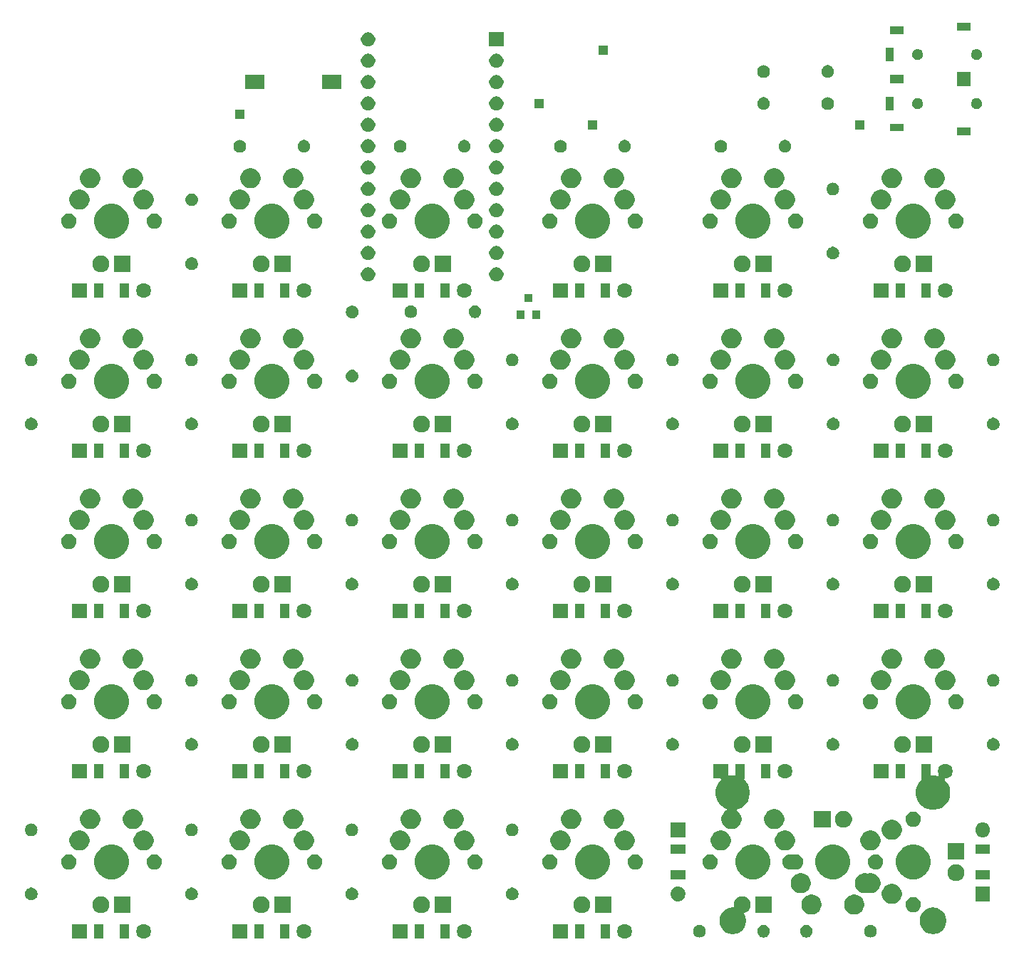
<source format=gbr>
G04 #@! TF.GenerationSoftware,KiCad,Pcbnew,(5.1.0)-1*
G04 #@! TF.CreationDate,2019-04-03T00:52:31+07:00*
G04 #@! TF.ProjectId,Nyquist,4e797175-6973-4742-9e6b-696361645f70,rev?*
G04 #@! TF.SameCoordinates,Original*
G04 #@! TF.FileFunction,Soldermask,Top*
G04 #@! TF.FilePolarity,Negative*
%FSLAX46Y46*%
G04 Gerber Fmt 4.6, Leading zero omitted, Abs format (unit mm)*
G04 Created by KiCad (PCBNEW (5.1.0)-1) date 2019-04-03 00:52:31*
%MOMM*%
%LPD*%
G04 APERTURE LIST*
%ADD10C,0.100000*%
G04 APERTURE END LIST*
D10*
G36*
X69456500Y-129781500D02*
G01*
X67703500Y-129781500D01*
X67703500Y-128028500D01*
X69456500Y-128028500D01*
X69456500Y-129781500D01*
X69456500Y-129781500D01*
G37*
G36*
X126606500Y-129781500D02*
G01*
X124853500Y-129781500D01*
X124853500Y-128028500D01*
X126606500Y-128028500D01*
X126606500Y-129781500D01*
X126606500Y-129781500D01*
G37*
G36*
X114470997Y-128045342D02*
G01*
X114555666Y-128062183D01*
X114621738Y-128089551D01*
X114715177Y-128128255D01*
X114858736Y-128224178D01*
X114980822Y-128346264D01*
X115076745Y-128489823D01*
X115142817Y-128649335D01*
X115175180Y-128812033D01*
X115176500Y-128818672D01*
X115176500Y-128991328D01*
X115142817Y-129160666D01*
X115140841Y-129165436D01*
X115076745Y-129320177D01*
X114980822Y-129463736D01*
X114858736Y-129585822D01*
X114715177Y-129681745D01*
X114621738Y-129720449D01*
X114555666Y-129747817D01*
X114470997Y-129764659D01*
X114386329Y-129781500D01*
X114213671Y-129781500D01*
X114129003Y-129764659D01*
X114044334Y-129747817D01*
X113978262Y-129720449D01*
X113884823Y-129681745D01*
X113741264Y-129585822D01*
X113619178Y-129463736D01*
X113523255Y-129320177D01*
X113459159Y-129165436D01*
X113457183Y-129160666D01*
X113423500Y-128991328D01*
X113423500Y-128818672D01*
X113424821Y-128812033D01*
X113457183Y-128649335D01*
X113523255Y-128489823D01*
X113619178Y-128346264D01*
X113741264Y-128224178D01*
X113884823Y-128128255D01*
X113978262Y-128089551D01*
X114044334Y-128062183D01*
X114129003Y-128045342D01*
X114213671Y-128028500D01*
X114386329Y-128028500D01*
X114470997Y-128045342D01*
X114470997Y-128045342D01*
G37*
G36*
X107556500Y-129781500D02*
G01*
X105803500Y-129781500D01*
X105803500Y-128028500D01*
X107556500Y-128028500D01*
X107556500Y-129781500D01*
X107556500Y-129781500D01*
G37*
G36*
X88506500Y-129781500D02*
G01*
X86753500Y-129781500D01*
X86753500Y-128028500D01*
X88506500Y-128028500D01*
X88506500Y-129781500D01*
X88506500Y-129781500D01*
G37*
G36*
X133520997Y-128045342D02*
G01*
X133605666Y-128062183D01*
X133671738Y-128089551D01*
X133765177Y-128128255D01*
X133908736Y-128224178D01*
X134030822Y-128346264D01*
X134126745Y-128489823D01*
X134192817Y-128649335D01*
X134225180Y-128812033D01*
X134226500Y-128818672D01*
X134226500Y-128991328D01*
X134192817Y-129160666D01*
X134190841Y-129165436D01*
X134126745Y-129320177D01*
X134030822Y-129463736D01*
X133908736Y-129585822D01*
X133765177Y-129681745D01*
X133671738Y-129720449D01*
X133605666Y-129747817D01*
X133520997Y-129764659D01*
X133436329Y-129781500D01*
X133263671Y-129781500D01*
X133179003Y-129764659D01*
X133094334Y-129747817D01*
X133028262Y-129720449D01*
X132934823Y-129681745D01*
X132791264Y-129585822D01*
X132669178Y-129463736D01*
X132573255Y-129320177D01*
X132509159Y-129165436D01*
X132507183Y-129160666D01*
X132473500Y-128991328D01*
X132473500Y-128818672D01*
X132474821Y-128812033D01*
X132507183Y-128649335D01*
X132573255Y-128489823D01*
X132669178Y-128346264D01*
X132791264Y-128224178D01*
X132934823Y-128128255D01*
X133028262Y-128089551D01*
X133094334Y-128062183D01*
X133179003Y-128045342D01*
X133263671Y-128028500D01*
X133436329Y-128028500D01*
X133520997Y-128045342D01*
X133520997Y-128045342D01*
G37*
G36*
X95420997Y-128045342D02*
G01*
X95505666Y-128062183D01*
X95571738Y-128089551D01*
X95665177Y-128128255D01*
X95808736Y-128224178D01*
X95930822Y-128346264D01*
X96026745Y-128489823D01*
X96092817Y-128649335D01*
X96125180Y-128812033D01*
X96126500Y-128818672D01*
X96126500Y-128991328D01*
X96092817Y-129160666D01*
X96090841Y-129165436D01*
X96026745Y-129320177D01*
X95930822Y-129463736D01*
X95808736Y-129585822D01*
X95665177Y-129681745D01*
X95571738Y-129720449D01*
X95505666Y-129747817D01*
X95420997Y-129764659D01*
X95336329Y-129781500D01*
X95163671Y-129781500D01*
X95079003Y-129764659D01*
X94994334Y-129747817D01*
X94928262Y-129720449D01*
X94834823Y-129681745D01*
X94691264Y-129585822D01*
X94569178Y-129463736D01*
X94473255Y-129320177D01*
X94409159Y-129165436D01*
X94407183Y-129160666D01*
X94373500Y-128991328D01*
X94373500Y-128818672D01*
X94374821Y-128812033D01*
X94407183Y-128649335D01*
X94473255Y-128489823D01*
X94569178Y-128346264D01*
X94691264Y-128224178D01*
X94834823Y-128128255D01*
X94928262Y-128089551D01*
X94994334Y-128062183D01*
X95079003Y-128045342D01*
X95163671Y-128028500D01*
X95336329Y-128028500D01*
X95420997Y-128045342D01*
X95420997Y-128045342D01*
G37*
G36*
X76370997Y-128045342D02*
G01*
X76455666Y-128062183D01*
X76521738Y-128089551D01*
X76615177Y-128128255D01*
X76758736Y-128224178D01*
X76880822Y-128346264D01*
X76976745Y-128489823D01*
X77042817Y-128649335D01*
X77075180Y-128812033D01*
X77076500Y-128818672D01*
X77076500Y-128991328D01*
X77042817Y-129160666D01*
X77040841Y-129165436D01*
X76976745Y-129320177D01*
X76880822Y-129463736D01*
X76758736Y-129585822D01*
X76615177Y-129681745D01*
X76521738Y-129720449D01*
X76455666Y-129747817D01*
X76370997Y-129764659D01*
X76286329Y-129781500D01*
X76113671Y-129781500D01*
X76029003Y-129764659D01*
X75944334Y-129747817D01*
X75878262Y-129720449D01*
X75784823Y-129681745D01*
X75641264Y-129585822D01*
X75519178Y-129463736D01*
X75423255Y-129320177D01*
X75359159Y-129165436D01*
X75357183Y-129160666D01*
X75323500Y-128991328D01*
X75323500Y-128818672D01*
X75324821Y-128812033D01*
X75357183Y-128649335D01*
X75423255Y-128489823D01*
X75519178Y-128346264D01*
X75641264Y-128224178D01*
X75784823Y-128128255D01*
X75878262Y-128089551D01*
X75944334Y-128062183D01*
X76029003Y-128045342D01*
X76113671Y-128028500D01*
X76286329Y-128028500D01*
X76370997Y-128045342D01*
X76370997Y-128045342D01*
G37*
G36*
X90491000Y-129756000D02*
G01*
X89389000Y-129756000D01*
X89389000Y-128054000D01*
X90491000Y-128054000D01*
X90491000Y-129756000D01*
X90491000Y-129756000D01*
G37*
G36*
X131591000Y-129756000D02*
G01*
X130489000Y-129756000D01*
X130489000Y-128054000D01*
X131591000Y-128054000D01*
X131591000Y-129756000D01*
X131591000Y-129756000D01*
G37*
G36*
X128591000Y-129756000D02*
G01*
X127489000Y-129756000D01*
X127489000Y-128054000D01*
X128591000Y-128054000D01*
X128591000Y-129756000D01*
X128591000Y-129756000D01*
G37*
G36*
X109541000Y-129756000D02*
G01*
X108439000Y-129756000D01*
X108439000Y-128054000D01*
X109541000Y-128054000D01*
X109541000Y-129756000D01*
X109541000Y-129756000D01*
G37*
G36*
X74441000Y-129756000D02*
G01*
X73339000Y-129756000D01*
X73339000Y-128054000D01*
X74441000Y-128054000D01*
X74441000Y-129756000D01*
X74441000Y-129756000D01*
G37*
G36*
X71441000Y-129756000D02*
G01*
X70339000Y-129756000D01*
X70339000Y-128054000D01*
X71441000Y-128054000D01*
X71441000Y-129756000D01*
X71441000Y-129756000D01*
G37*
G36*
X93491000Y-129756000D02*
G01*
X92389000Y-129756000D01*
X92389000Y-128054000D01*
X93491000Y-128054000D01*
X93491000Y-129756000D01*
X93491000Y-129756000D01*
G37*
G36*
X112541000Y-129756000D02*
G01*
X111439000Y-129756000D01*
X111439000Y-128054000D01*
X112541000Y-128054000D01*
X112541000Y-129756000D01*
X112541000Y-129756000D01*
G37*
G36*
X155159059Y-128163860D02*
G01*
X155219294Y-128188810D01*
X155295732Y-128220472D01*
X155418735Y-128302660D01*
X155523340Y-128407265D01*
X155605528Y-128530268D01*
X155605529Y-128530270D01*
X155662140Y-128666941D01*
X155691000Y-128812032D01*
X155691000Y-128959968D01*
X155662140Y-129105059D01*
X155612045Y-129226000D01*
X155605528Y-129241732D01*
X155523340Y-129364735D01*
X155418735Y-129469340D01*
X155295732Y-129551528D01*
X155295731Y-129551529D01*
X155295730Y-129551529D01*
X155159059Y-129608140D01*
X155013968Y-129637000D01*
X154866032Y-129637000D01*
X154720941Y-129608140D01*
X154584270Y-129551529D01*
X154584269Y-129551529D01*
X154584268Y-129551528D01*
X154461265Y-129469340D01*
X154356660Y-129364735D01*
X154274472Y-129241732D01*
X154267956Y-129226000D01*
X154217860Y-129105059D01*
X154189000Y-128959968D01*
X154189000Y-128812032D01*
X154217860Y-128666941D01*
X154274471Y-128530270D01*
X154274472Y-128530268D01*
X154356660Y-128407265D01*
X154461265Y-128302660D01*
X154584268Y-128220472D01*
X154660707Y-128188810D01*
X154720941Y-128163860D01*
X154866032Y-128135000D01*
X155013968Y-128135000D01*
X155159059Y-128163860D01*
X155159059Y-128163860D01*
G37*
G36*
X162633665Y-128138622D02*
G01*
X162707222Y-128145867D01*
X162848786Y-128188810D01*
X162979252Y-128258546D01*
X163009040Y-128282992D01*
X163093607Y-128352393D01*
X163163008Y-128436960D01*
X163187454Y-128466748D01*
X163257190Y-128597214D01*
X163300133Y-128738778D01*
X163314633Y-128886000D01*
X163300133Y-129033222D01*
X163257190Y-129174786D01*
X163187454Y-129305252D01*
X163163008Y-129335040D01*
X163093607Y-129419607D01*
X163033004Y-129469341D01*
X162979252Y-129513454D01*
X162848786Y-129583190D01*
X162707222Y-129626133D01*
X162633665Y-129633378D01*
X162596888Y-129637000D01*
X162523112Y-129637000D01*
X162486335Y-129633378D01*
X162412778Y-129626133D01*
X162271214Y-129583190D01*
X162140748Y-129513454D01*
X162086996Y-129469341D01*
X162026393Y-129419607D01*
X161956992Y-129335040D01*
X161932546Y-129305252D01*
X161862810Y-129174786D01*
X161819867Y-129033222D01*
X161805367Y-128886000D01*
X161819867Y-128738778D01*
X161862810Y-128597214D01*
X161932546Y-128466748D01*
X161956992Y-128436960D01*
X162026393Y-128352393D01*
X162110960Y-128282992D01*
X162140748Y-128258546D01*
X162271214Y-128188810D01*
X162412778Y-128145867D01*
X162486335Y-128138622D01*
X162523112Y-128135000D01*
X162596888Y-128135000D01*
X162633665Y-128138622D01*
X162633665Y-128138622D01*
G37*
G36*
X150079059Y-128163860D02*
G01*
X150139294Y-128188810D01*
X150215732Y-128220472D01*
X150338735Y-128302660D01*
X150443340Y-128407265D01*
X150525528Y-128530268D01*
X150525529Y-128530270D01*
X150582140Y-128666941D01*
X150611000Y-128812032D01*
X150611000Y-128959968D01*
X150582140Y-129105059D01*
X150532045Y-129226000D01*
X150525528Y-129241732D01*
X150443340Y-129364735D01*
X150338735Y-129469340D01*
X150215732Y-129551528D01*
X150215731Y-129551529D01*
X150215730Y-129551529D01*
X150079059Y-129608140D01*
X149933968Y-129637000D01*
X149786032Y-129637000D01*
X149640941Y-129608140D01*
X149504270Y-129551529D01*
X149504269Y-129551529D01*
X149504268Y-129551528D01*
X149381265Y-129469340D01*
X149276660Y-129364735D01*
X149194472Y-129241732D01*
X149187956Y-129226000D01*
X149137860Y-129105059D01*
X149109000Y-128959968D01*
X149109000Y-128812032D01*
X149137860Y-128666941D01*
X149194471Y-128530270D01*
X149194472Y-128530268D01*
X149276660Y-128407265D01*
X149381265Y-128302660D01*
X149504268Y-128220472D01*
X149580707Y-128188810D01*
X149640941Y-128163860D01*
X149786032Y-128135000D01*
X149933968Y-128135000D01*
X150079059Y-128163860D01*
X150079059Y-128163860D01*
G37*
G36*
X142313665Y-128138622D02*
G01*
X142387222Y-128145867D01*
X142528786Y-128188810D01*
X142659252Y-128258546D01*
X142689040Y-128282992D01*
X142773607Y-128352393D01*
X142843008Y-128436960D01*
X142867454Y-128466748D01*
X142937190Y-128597214D01*
X142980133Y-128738778D01*
X142994633Y-128886000D01*
X142980133Y-129033222D01*
X142937190Y-129174786D01*
X142867454Y-129305252D01*
X142843008Y-129335040D01*
X142773607Y-129419607D01*
X142713004Y-129469341D01*
X142659252Y-129513454D01*
X142528786Y-129583190D01*
X142387222Y-129626133D01*
X142313665Y-129633378D01*
X142276888Y-129637000D01*
X142203112Y-129637000D01*
X142166335Y-129633378D01*
X142092778Y-129626133D01*
X141951214Y-129583190D01*
X141820748Y-129513454D01*
X141766996Y-129469341D01*
X141706393Y-129419607D01*
X141636992Y-129335040D01*
X141612546Y-129305252D01*
X141542810Y-129174786D01*
X141499867Y-129033222D01*
X141485367Y-128886000D01*
X141499867Y-128738778D01*
X141542810Y-128597214D01*
X141612546Y-128466748D01*
X141636992Y-128436960D01*
X141706393Y-128352393D01*
X141790960Y-128282992D01*
X141820748Y-128258546D01*
X141951214Y-128188810D01*
X142092778Y-128145867D01*
X142166335Y-128138622D01*
X142203112Y-128135000D01*
X142276888Y-128135000D01*
X142313665Y-128138622D01*
X142313665Y-128138622D01*
G37*
G36*
X147446425Y-124731988D02*
G01*
X147612710Y-124765063D01*
X147795336Y-124840709D01*
X147959694Y-124950530D01*
X148099470Y-125090306D01*
X148209291Y-125254664D01*
X148284937Y-125437290D01*
X148323500Y-125631164D01*
X148323500Y-125828836D01*
X148284937Y-126022710D01*
X148209291Y-126205336D01*
X148099470Y-126369694D01*
X147959694Y-126509470D01*
X147795336Y-126619291D01*
X147625424Y-126689671D01*
X147603818Y-126701219D01*
X147584876Y-126716764D01*
X147569331Y-126735706D01*
X147557780Y-126757317D01*
X147550667Y-126780766D01*
X147548265Y-126805152D01*
X147550667Y-126829538D01*
X147557780Y-126852987D01*
X147569330Y-126874594D01*
X147588633Y-126903484D01*
X147707436Y-127190298D01*
X147768000Y-127494778D01*
X147768000Y-127805222D01*
X147707436Y-128109702D01*
X147588633Y-128396516D01*
X147416159Y-128654642D01*
X147196642Y-128874159D01*
X146938516Y-129046633D01*
X146651702Y-129165436D01*
X146423083Y-129210910D01*
X146347224Y-129226000D01*
X146036776Y-129226000D01*
X145960917Y-129210910D01*
X145732298Y-129165436D01*
X145445484Y-129046633D01*
X145187358Y-128874159D01*
X144967841Y-128654642D01*
X144795367Y-128396516D01*
X144676564Y-128109702D01*
X144616000Y-127805222D01*
X144616000Y-127494778D01*
X144676564Y-127190298D01*
X144795367Y-126903484D01*
X144967841Y-126645358D01*
X145187358Y-126425841D01*
X145445484Y-126253367D01*
X145732298Y-126134564D01*
X145960917Y-126089090D01*
X146036776Y-126074000D01*
X146212955Y-126074000D01*
X146237341Y-126071598D01*
X146260790Y-126064485D01*
X146282401Y-126052934D01*
X146301343Y-126037389D01*
X146316888Y-126018447D01*
X146328439Y-125996836D01*
X146335552Y-125973387D01*
X146337954Y-125949001D01*
X146335553Y-125924624D01*
X146316500Y-125828836D01*
X146316500Y-125631164D01*
X146355063Y-125437290D01*
X146430709Y-125254664D01*
X146540530Y-125090306D01*
X146680306Y-124950530D01*
X146844664Y-124840709D01*
X147027290Y-124765063D01*
X147193575Y-124731988D01*
X147221163Y-124726500D01*
X147418837Y-124726500D01*
X147446425Y-124731988D01*
X147446425Y-124731988D01*
G37*
G36*
X170223083Y-126089090D02*
G01*
X170451702Y-126134564D01*
X170738516Y-126253367D01*
X170996642Y-126425841D01*
X171216159Y-126645358D01*
X171388633Y-126903484D01*
X171507436Y-127190298D01*
X171568000Y-127494778D01*
X171568000Y-127805222D01*
X171507436Y-128109702D01*
X171388633Y-128396516D01*
X171216159Y-128654642D01*
X170996642Y-128874159D01*
X170738516Y-129046633D01*
X170451702Y-129165436D01*
X170223083Y-129210910D01*
X170147224Y-129226000D01*
X169836776Y-129226000D01*
X169760917Y-129210910D01*
X169532298Y-129165436D01*
X169245484Y-129046633D01*
X168987358Y-128874159D01*
X168767841Y-128654642D01*
X168595367Y-128396516D01*
X168476564Y-128109702D01*
X168416000Y-127805222D01*
X168416000Y-127494778D01*
X168476564Y-127190298D01*
X168595367Y-126903484D01*
X168767841Y-126645358D01*
X168987358Y-126425841D01*
X169245484Y-126253367D01*
X169532298Y-126134564D01*
X169760917Y-126089090D01*
X169836776Y-126074000D01*
X170147224Y-126074000D01*
X170223083Y-126089090D01*
X170223083Y-126089090D01*
G37*
G36*
X160980276Y-124581884D02*
G01*
X161197569Y-124671890D01*
X161197571Y-124671891D01*
X161393130Y-124802560D01*
X161559440Y-124968870D01*
X161664117Y-125125529D01*
X161690110Y-125164431D01*
X161780116Y-125381724D01*
X161826000Y-125612400D01*
X161826000Y-125847600D01*
X161780116Y-126078276D01*
X161698546Y-126275203D01*
X161690109Y-126295571D01*
X161559440Y-126491130D01*
X161393130Y-126657440D01*
X161197571Y-126788109D01*
X161197570Y-126788110D01*
X161197569Y-126788110D01*
X160980276Y-126878116D01*
X160749600Y-126924000D01*
X160514400Y-126924000D01*
X160283724Y-126878116D01*
X160066431Y-126788110D01*
X160066430Y-126788110D01*
X160066429Y-126788109D01*
X159870870Y-126657440D01*
X159704560Y-126491130D01*
X159573891Y-126295571D01*
X159565454Y-126275203D01*
X159483884Y-126078276D01*
X159438000Y-125847600D01*
X159438000Y-125612400D01*
X159483884Y-125381724D01*
X159573890Y-125164431D01*
X159599884Y-125125529D01*
X159704560Y-124968870D01*
X159870870Y-124802560D01*
X160066429Y-124671891D01*
X160066431Y-124671890D01*
X160283724Y-124581884D01*
X160514400Y-124536000D01*
X160749600Y-124536000D01*
X160980276Y-124581884D01*
X160980276Y-124581884D01*
G37*
G36*
X155900276Y-124581884D02*
G01*
X156117569Y-124671890D01*
X156117571Y-124671891D01*
X156313130Y-124802560D01*
X156479440Y-124968870D01*
X156584117Y-125125529D01*
X156610110Y-125164431D01*
X156700116Y-125381724D01*
X156746000Y-125612400D01*
X156746000Y-125847600D01*
X156700116Y-126078276D01*
X156618546Y-126275203D01*
X156610109Y-126295571D01*
X156479440Y-126491130D01*
X156313130Y-126657440D01*
X156117571Y-126788109D01*
X156117570Y-126788110D01*
X156117569Y-126788110D01*
X155900276Y-126878116D01*
X155669600Y-126924000D01*
X155434400Y-126924000D01*
X155203724Y-126878116D01*
X154986431Y-126788110D01*
X154986430Y-126788110D01*
X154986429Y-126788109D01*
X154790870Y-126657440D01*
X154624560Y-126491130D01*
X154493891Y-126295571D01*
X154485454Y-126275203D01*
X154403884Y-126078276D01*
X154358000Y-125847600D01*
X154358000Y-125612400D01*
X154403884Y-125381724D01*
X154493890Y-125164431D01*
X154519884Y-125125529D01*
X154624560Y-124968870D01*
X154790870Y-124802560D01*
X154986429Y-124671891D01*
X154986431Y-124671890D01*
X155203724Y-124581884D01*
X155434400Y-124536000D01*
X155669600Y-124536000D01*
X155900276Y-124581884D01*
X155900276Y-124581884D01*
G37*
G36*
X71246425Y-124731988D02*
G01*
X71412710Y-124765063D01*
X71595336Y-124840709D01*
X71759694Y-124950530D01*
X71899470Y-125090306D01*
X72009291Y-125254664D01*
X72084937Y-125437290D01*
X72123500Y-125631164D01*
X72123500Y-125828836D01*
X72084937Y-126022710D01*
X72009291Y-126205336D01*
X71899470Y-126369694D01*
X71759694Y-126509470D01*
X71595336Y-126619291D01*
X71412710Y-126694937D01*
X71246425Y-126728012D01*
X71218837Y-126733500D01*
X71021163Y-126733500D01*
X70993575Y-126728012D01*
X70827290Y-126694937D01*
X70644664Y-126619291D01*
X70480306Y-126509470D01*
X70340530Y-126369694D01*
X70230709Y-126205336D01*
X70155063Y-126022710D01*
X70116500Y-125828836D01*
X70116500Y-125631164D01*
X70155063Y-125437290D01*
X70230709Y-125254664D01*
X70340530Y-125090306D01*
X70480306Y-124950530D01*
X70644664Y-124840709D01*
X70827290Y-124765063D01*
X70993575Y-124731988D01*
X71021163Y-124726500D01*
X71218837Y-124726500D01*
X71246425Y-124731988D01*
X71246425Y-124731988D01*
G37*
G36*
X131813500Y-126733500D02*
G01*
X129806500Y-126733500D01*
X129806500Y-124726500D01*
X131813500Y-124726500D01*
X131813500Y-126733500D01*
X131813500Y-126733500D01*
G37*
G36*
X128396425Y-124731988D02*
G01*
X128562710Y-124765063D01*
X128745336Y-124840709D01*
X128909694Y-124950530D01*
X129049470Y-125090306D01*
X129159291Y-125254664D01*
X129234937Y-125437290D01*
X129273500Y-125631164D01*
X129273500Y-125828836D01*
X129234937Y-126022710D01*
X129159291Y-126205336D01*
X129049470Y-126369694D01*
X128909694Y-126509470D01*
X128745336Y-126619291D01*
X128562710Y-126694937D01*
X128396425Y-126728012D01*
X128368837Y-126733500D01*
X128171163Y-126733500D01*
X128143575Y-126728012D01*
X127977290Y-126694937D01*
X127794664Y-126619291D01*
X127630306Y-126509470D01*
X127490530Y-126369694D01*
X127380709Y-126205336D01*
X127305063Y-126022710D01*
X127266500Y-125828836D01*
X127266500Y-125631164D01*
X127305063Y-125437290D01*
X127380709Y-125254664D01*
X127490530Y-125090306D01*
X127630306Y-124950530D01*
X127794664Y-124840709D01*
X127977290Y-124765063D01*
X128143575Y-124731988D01*
X128171163Y-124726500D01*
X128368837Y-124726500D01*
X128396425Y-124731988D01*
X128396425Y-124731988D01*
G37*
G36*
X112763500Y-126733500D02*
G01*
X110756500Y-126733500D01*
X110756500Y-124726500D01*
X112763500Y-124726500D01*
X112763500Y-126733500D01*
X112763500Y-126733500D01*
G37*
G36*
X109346425Y-124731988D02*
G01*
X109512710Y-124765063D01*
X109695336Y-124840709D01*
X109859694Y-124950530D01*
X109999470Y-125090306D01*
X110109291Y-125254664D01*
X110184937Y-125437290D01*
X110223500Y-125631164D01*
X110223500Y-125828836D01*
X110184937Y-126022710D01*
X110109291Y-126205336D01*
X109999470Y-126369694D01*
X109859694Y-126509470D01*
X109695336Y-126619291D01*
X109512710Y-126694937D01*
X109346425Y-126728012D01*
X109318837Y-126733500D01*
X109121163Y-126733500D01*
X109093575Y-126728012D01*
X108927290Y-126694937D01*
X108744664Y-126619291D01*
X108580306Y-126509470D01*
X108440530Y-126369694D01*
X108330709Y-126205336D01*
X108255063Y-126022710D01*
X108216500Y-125828836D01*
X108216500Y-125631164D01*
X108255063Y-125437290D01*
X108330709Y-125254664D01*
X108440530Y-125090306D01*
X108580306Y-124950530D01*
X108744664Y-124840709D01*
X108927290Y-124765063D01*
X109093575Y-124731988D01*
X109121163Y-124726500D01*
X109318837Y-124726500D01*
X109346425Y-124731988D01*
X109346425Y-124731988D01*
G37*
G36*
X90296425Y-124731988D02*
G01*
X90462710Y-124765063D01*
X90645336Y-124840709D01*
X90809694Y-124950530D01*
X90949470Y-125090306D01*
X91059291Y-125254664D01*
X91134937Y-125437290D01*
X91173500Y-125631164D01*
X91173500Y-125828836D01*
X91134937Y-126022710D01*
X91059291Y-126205336D01*
X90949470Y-126369694D01*
X90809694Y-126509470D01*
X90645336Y-126619291D01*
X90462710Y-126694937D01*
X90296425Y-126728012D01*
X90268837Y-126733500D01*
X90071163Y-126733500D01*
X90043575Y-126728012D01*
X89877290Y-126694937D01*
X89694664Y-126619291D01*
X89530306Y-126509470D01*
X89390530Y-126369694D01*
X89280709Y-126205336D01*
X89205063Y-126022710D01*
X89166500Y-125828836D01*
X89166500Y-125631164D01*
X89205063Y-125437290D01*
X89280709Y-125254664D01*
X89390530Y-125090306D01*
X89530306Y-124950530D01*
X89694664Y-124840709D01*
X89877290Y-124765063D01*
X90043575Y-124731988D01*
X90071163Y-124726500D01*
X90268837Y-124726500D01*
X90296425Y-124731988D01*
X90296425Y-124731988D01*
G37*
G36*
X93713500Y-126733500D02*
G01*
X91706500Y-126733500D01*
X91706500Y-124726500D01*
X93713500Y-124726500D01*
X93713500Y-126733500D01*
X93713500Y-126733500D01*
G37*
G36*
X150863500Y-126733500D02*
G01*
X148856500Y-126733500D01*
X148856500Y-124726500D01*
X150863500Y-124726500D01*
X150863500Y-126733500D01*
X150863500Y-126733500D01*
G37*
G36*
X74663500Y-126733500D02*
G01*
X72656500Y-126733500D01*
X72656500Y-124726500D01*
X74663500Y-124726500D01*
X74663500Y-126733500D01*
X74663500Y-126733500D01*
G37*
G36*
X167753512Y-124833927D02*
G01*
X167902812Y-124863624D01*
X168066784Y-124931544D01*
X168214354Y-125030147D01*
X168339853Y-125155646D01*
X168438456Y-125303216D01*
X168506376Y-125467188D01*
X168541000Y-125641259D01*
X168541000Y-125818741D01*
X168506376Y-125992812D01*
X168438456Y-126156784D01*
X168339853Y-126304354D01*
X168214354Y-126429853D01*
X168066784Y-126528456D01*
X167902812Y-126596376D01*
X167763732Y-126624040D01*
X167728742Y-126631000D01*
X167551258Y-126631000D01*
X167516268Y-126624040D01*
X167377188Y-126596376D01*
X167213216Y-126528456D01*
X167065646Y-126429853D01*
X166940147Y-126304354D01*
X166841544Y-126156784D01*
X166773624Y-125992812D01*
X166739000Y-125818741D01*
X166739000Y-125641259D01*
X166773624Y-125467188D01*
X166841544Y-125303216D01*
X166940147Y-125155646D01*
X167065646Y-125030147D01*
X167213216Y-124931544D01*
X167377188Y-124863624D01*
X167526488Y-124833927D01*
X167551258Y-124829000D01*
X167728742Y-124829000D01*
X167753512Y-124833927D01*
X167753512Y-124833927D01*
G37*
G36*
X165448276Y-123311884D02*
G01*
X165665569Y-123401890D01*
X165665571Y-123401891D01*
X165861130Y-123532560D01*
X166027440Y-123698870D01*
X166091320Y-123794472D01*
X166158110Y-123894431D01*
X166248116Y-124111724D01*
X166294000Y-124342400D01*
X166294000Y-124577600D01*
X166248116Y-124808276D01*
X166170242Y-124996280D01*
X166158109Y-125025571D01*
X166027440Y-125221130D01*
X165861130Y-125387440D01*
X165665571Y-125518109D01*
X165665570Y-125518110D01*
X165665569Y-125518110D01*
X165448276Y-125608116D01*
X165217600Y-125654000D01*
X164982400Y-125654000D01*
X164751724Y-125608116D01*
X164534431Y-125518110D01*
X164534430Y-125518110D01*
X164534429Y-125518109D01*
X164338870Y-125387440D01*
X164172560Y-125221130D01*
X164041891Y-125025571D01*
X164029758Y-124996280D01*
X163951884Y-124808276D01*
X163906000Y-124577600D01*
X163906000Y-124342400D01*
X163951884Y-124111724D01*
X164041890Y-123894431D01*
X164108681Y-123794472D01*
X164172560Y-123698870D01*
X164338870Y-123532560D01*
X164534429Y-123401891D01*
X164534431Y-123401890D01*
X164751724Y-123311884D01*
X164982400Y-123266000D01*
X165217600Y-123266000D01*
X165448276Y-123311884D01*
X165448276Y-123311884D01*
G37*
G36*
X139870997Y-123600341D02*
G01*
X139955666Y-123617183D01*
X140021738Y-123644551D01*
X140115177Y-123683255D01*
X140258736Y-123779178D01*
X140380822Y-123901264D01*
X140476745Y-124044823D01*
X140492989Y-124084040D01*
X140542817Y-124204334D01*
X140576500Y-124373672D01*
X140576500Y-124546328D01*
X140543945Y-124709997D01*
X140542817Y-124715665D01*
X140476745Y-124875177D01*
X140380822Y-125018736D01*
X140258736Y-125140822D01*
X140115177Y-125236745D01*
X140021738Y-125275449D01*
X139955666Y-125302817D01*
X139870997Y-125319659D01*
X139786329Y-125336500D01*
X139613671Y-125336500D01*
X139529003Y-125319659D01*
X139444334Y-125302817D01*
X139378262Y-125275449D01*
X139284823Y-125236745D01*
X139141264Y-125140822D01*
X139019178Y-125018736D01*
X138923255Y-124875177D01*
X138857183Y-124715665D01*
X138856056Y-124709997D01*
X138823500Y-124546328D01*
X138823500Y-124373672D01*
X138857183Y-124204334D01*
X138907011Y-124084040D01*
X138923255Y-124044823D01*
X139019178Y-123901264D01*
X139141264Y-123779178D01*
X139284823Y-123683255D01*
X139378262Y-123644551D01*
X139444334Y-123617183D01*
X139529003Y-123600341D01*
X139613671Y-123583500D01*
X139786329Y-123583500D01*
X139870997Y-123600341D01*
X139870997Y-123600341D01*
G37*
G36*
X176771500Y-125336500D02*
G01*
X175018500Y-125336500D01*
X175018500Y-123583500D01*
X176771500Y-123583500D01*
X176771500Y-125336500D01*
X176771500Y-125336500D01*
G37*
G36*
X120201701Y-123735203D02*
G01*
X120215059Y-123737860D01*
X120351732Y-123794472D01*
X120474735Y-123876660D01*
X120579340Y-123981265D01*
X120579341Y-123981267D01*
X120661529Y-124104270D01*
X120718140Y-124240941D01*
X120747000Y-124386032D01*
X120747000Y-124533968D01*
X120718140Y-124679059D01*
X120664617Y-124808276D01*
X120661528Y-124815732D01*
X120579340Y-124938735D01*
X120474735Y-125043340D01*
X120351732Y-125125528D01*
X120351731Y-125125529D01*
X120351730Y-125125529D01*
X120215059Y-125182140D01*
X120069968Y-125211000D01*
X119922032Y-125211000D01*
X119776941Y-125182140D01*
X119640270Y-125125529D01*
X119640269Y-125125529D01*
X119640268Y-125125528D01*
X119517265Y-125043340D01*
X119412660Y-124938735D01*
X119330472Y-124815732D01*
X119327384Y-124808276D01*
X119273860Y-124679059D01*
X119245000Y-124533968D01*
X119245000Y-124386032D01*
X119273860Y-124240941D01*
X119330471Y-124104270D01*
X119412659Y-123981267D01*
X119412660Y-123981265D01*
X119517265Y-123876660D01*
X119640268Y-123794472D01*
X119776941Y-123737860D01*
X119790299Y-123735203D01*
X119922032Y-123709000D01*
X120069968Y-123709000D01*
X120201701Y-123735203D01*
X120201701Y-123735203D01*
G37*
G36*
X63051701Y-123735203D02*
G01*
X63065059Y-123737860D01*
X63201732Y-123794472D01*
X63324735Y-123876660D01*
X63429340Y-123981265D01*
X63429341Y-123981267D01*
X63511529Y-124104270D01*
X63568140Y-124240941D01*
X63597000Y-124386032D01*
X63597000Y-124533968D01*
X63568140Y-124679059D01*
X63514617Y-124808276D01*
X63511528Y-124815732D01*
X63429340Y-124938735D01*
X63324735Y-125043340D01*
X63201732Y-125125528D01*
X63201731Y-125125529D01*
X63201730Y-125125529D01*
X63065059Y-125182140D01*
X62919968Y-125211000D01*
X62772032Y-125211000D01*
X62626941Y-125182140D01*
X62490270Y-125125529D01*
X62490269Y-125125529D01*
X62490268Y-125125528D01*
X62367265Y-125043340D01*
X62262660Y-124938735D01*
X62180472Y-124815732D01*
X62177384Y-124808276D01*
X62123860Y-124679059D01*
X62095000Y-124533968D01*
X62095000Y-124386032D01*
X62123860Y-124240941D01*
X62180471Y-124104270D01*
X62262659Y-123981267D01*
X62262660Y-123981265D01*
X62367265Y-123876660D01*
X62490268Y-123794472D01*
X62626941Y-123737860D01*
X62640299Y-123735203D01*
X62772032Y-123709000D01*
X62919968Y-123709000D01*
X63051701Y-123735203D01*
X63051701Y-123735203D01*
G37*
G36*
X82101701Y-123735203D02*
G01*
X82115059Y-123737860D01*
X82251732Y-123794472D01*
X82374735Y-123876660D01*
X82479340Y-123981265D01*
X82479341Y-123981267D01*
X82561529Y-124104270D01*
X82618140Y-124240941D01*
X82647000Y-124386032D01*
X82647000Y-124533968D01*
X82618140Y-124679059D01*
X82564617Y-124808276D01*
X82561528Y-124815732D01*
X82479340Y-124938735D01*
X82374735Y-125043340D01*
X82251732Y-125125528D01*
X82251731Y-125125529D01*
X82251730Y-125125529D01*
X82115059Y-125182140D01*
X81969968Y-125211000D01*
X81822032Y-125211000D01*
X81676941Y-125182140D01*
X81540270Y-125125529D01*
X81540269Y-125125529D01*
X81540268Y-125125528D01*
X81417265Y-125043340D01*
X81312660Y-124938735D01*
X81230472Y-124815732D01*
X81227384Y-124808276D01*
X81173860Y-124679059D01*
X81145000Y-124533968D01*
X81145000Y-124386032D01*
X81173860Y-124240941D01*
X81230471Y-124104270D01*
X81312659Y-123981267D01*
X81312660Y-123981265D01*
X81417265Y-123876660D01*
X81540268Y-123794472D01*
X81676941Y-123737860D01*
X81690299Y-123735203D01*
X81822032Y-123709000D01*
X81969968Y-123709000D01*
X82101701Y-123735203D01*
X82101701Y-123735203D01*
G37*
G36*
X101151701Y-123735203D02*
G01*
X101165059Y-123737860D01*
X101301732Y-123794472D01*
X101424735Y-123876660D01*
X101529340Y-123981265D01*
X101529341Y-123981267D01*
X101611529Y-124104270D01*
X101668140Y-124240941D01*
X101697000Y-124386032D01*
X101697000Y-124533968D01*
X101668140Y-124679059D01*
X101614617Y-124808276D01*
X101611528Y-124815732D01*
X101529340Y-124938735D01*
X101424735Y-125043340D01*
X101301732Y-125125528D01*
X101301731Y-125125529D01*
X101301730Y-125125529D01*
X101165059Y-125182140D01*
X101019968Y-125211000D01*
X100872032Y-125211000D01*
X100726941Y-125182140D01*
X100590270Y-125125529D01*
X100590269Y-125125529D01*
X100590268Y-125125528D01*
X100467265Y-125043340D01*
X100362660Y-124938735D01*
X100280472Y-124815732D01*
X100277384Y-124808276D01*
X100223860Y-124679059D01*
X100195000Y-124533968D01*
X100195000Y-124386032D01*
X100223860Y-124240941D01*
X100280471Y-124104270D01*
X100362659Y-123981267D01*
X100362660Y-123981265D01*
X100467265Y-123876660D01*
X100590268Y-123794472D01*
X100726941Y-123737860D01*
X100740299Y-123735203D01*
X100872032Y-123709000D01*
X101019968Y-123709000D01*
X101151701Y-123735203D01*
X101151701Y-123735203D01*
G37*
G36*
X162206614Y-122033199D02*
G01*
X162231000Y-122035601D01*
X162255386Y-122033199D01*
X162442400Y-121996000D01*
X162677600Y-121996000D01*
X162908276Y-122041884D01*
X163125569Y-122131890D01*
X163125571Y-122131891D01*
X163321130Y-122262560D01*
X163487440Y-122428870D01*
X163616608Y-122622182D01*
X163618110Y-122624431D01*
X163708116Y-122841724D01*
X163754000Y-123072400D01*
X163754000Y-123307600D01*
X163708116Y-123538276D01*
X163630242Y-123726280D01*
X163618109Y-123755571D01*
X163487440Y-123951130D01*
X163321130Y-124117440D01*
X163125571Y-124248109D01*
X163125570Y-124248110D01*
X163125569Y-124248110D01*
X162908276Y-124338116D01*
X162677600Y-124384000D01*
X162442400Y-124384000D01*
X162255386Y-124346801D01*
X162231000Y-124344399D01*
X162206614Y-124346801D01*
X162019600Y-124384000D01*
X161784400Y-124384000D01*
X161553724Y-124338116D01*
X161336431Y-124248110D01*
X161336430Y-124248110D01*
X161336429Y-124248109D01*
X161140870Y-124117440D01*
X160974560Y-123951130D01*
X160843891Y-123755571D01*
X160831758Y-123726280D01*
X160753884Y-123538276D01*
X160708000Y-123307600D01*
X160708000Y-123072400D01*
X160753884Y-122841724D01*
X160843890Y-122624431D01*
X160845393Y-122622182D01*
X160974560Y-122428870D01*
X161140870Y-122262560D01*
X161336429Y-122131891D01*
X161336431Y-122131890D01*
X161553724Y-122041884D01*
X161784400Y-121996000D01*
X162019600Y-121996000D01*
X162206614Y-122033199D01*
X162206614Y-122033199D01*
G37*
G36*
X154630276Y-122041884D02*
G01*
X154847569Y-122131890D01*
X154847571Y-122131891D01*
X155043130Y-122262560D01*
X155209440Y-122428870D01*
X155338608Y-122622182D01*
X155340110Y-122624431D01*
X155430116Y-122841724D01*
X155476000Y-123072400D01*
X155476000Y-123307600D01*
X155430116Y-123538276D01*
X155352242Y-123726280D01*
X155340109Y-123755571D01*
X155209440Y-123951130D01*
X155043130Y-124117440D01*
X154847571Y-124248109D01*
X154847570Y-124248110D01*
X154847569Y-124248110D01*
X154630276Y-124338116D01*
X154399600Y-124384000D01*
X154164400Y-124384000D01*
X153933724Y-124338116D01*
X153716431Y-124248110D01*
X153716430Y-124248110D01*
X153716429Y-124248109D01*
X153520870Y-124117440D01*
X153354560Y-123951130D01*
X153223891Y-123755571D01*
X153211758Y-123726280D01*
X153133884Y-123538276D01*
X153088000Y-123307600D01*
X153088000Y-123072400D01*
X153133884Y-122841724D01*
X153223890Y-122624431D01*
X153225393Y-122622182D01*
X153354560Y-122428870D01*
X153520870Y-122262560D01*
X153716429Y-122131891D01*
X153716431Y-122131890D01*
X153933724Y-122041884D01*
X154164400Y-121996000D01*
X154399600Y-121996000D01*
X154630276Y-122041884D01*
X154630276Y-122041884D01*
G37*
G36*
X172846425Y-120921988D02*
G01*
X173012710Y-120955063D01*
X173195336Y-121030709D01*
X173359694Y-121140530D01*
X173499470Y-121280306D01*
X173609291Y-121444664D01*
X173684937Y-121627290D01*
X173723500Y-121821164D01*
X173723500Y-122018836D01*
X173684937Y-122212710D01*
X173609291Y-122395336D01*
X173499470Y-122559694D01*
X173359694Y-122699470D01*
X173195336Y-122809291D01*
X173012710Y-122884937D01*
X172846425Y-122918012D01*
X172818837Y-122923500D01*
X172621163Y-122923500D01*
X172593575Y-122918012D01*
X172427290Y-122884937D01*
X172244664Y-122809291D01*
X172080306Y-122699470D01*
X171940530Y-122559694D01*
X171830709Y-122395336D01*
X171755063Y-122212710D01*
X171716500Y-122018836D01*
X171716500Y-121821164D01*
X171755063Y-121627290D01*
X171830709Y-121444664D01*
X171940530Y-121280306D01*
X172080306Y-121140530D01*
X172244664Y-121030709D01*
X172427290Y-120955063D01*
X172593575Y-120921988D01*
X172621163Y-120916500D01*
X172818837Y-120916500D01*
X172846425Y-120921988D01*
X172846425Y-120921988D01*
G37*
G36*
X140551000Y-122701000D02*
G01*
X138849000Y-122701000D01*
X138849000Y-121599000D01*
X140551000Y-121599000D01*
X140551000Y-122701000D01*
X140551000Y-122701000D01*
G37*
G36*
X72988254Y-118677818D02*
G01*
X73361511Y-118832426D01*
X73361513Y-118832427D01*
X73668336Y-119037440D01*
X73697436Y-119056884D01*
X73983116Y-119342564D01*
X74207574Y-119678489D01*
X74362182Y-120051746D01*
X74441000Y-120447993D01*
X74441000Y-120852007D01*
X74362182Y-121248254D01*
X74216898Y-121599000D01*
X74207573Y-121621513D01*
X73983116Y-121957436D01*
X73697436Y-122243116D01*
X73361513Y-122467573D01*
X73361512Y-122467574D01*
X73361511Y-122467574D01*
X72988254Y-122622182D01*
X72592007Y-122701000D01*
X72187993Y-122701000D01*
X71791746Y-122622182D01*
X71418489Y-122467574D01*
X71418488Y-122467574D01*
X71418487Y-122467573D01*
X71082564Y-122243116D01*
X70796884Y-121957436D01*
X70572427Y-121621513D01*
X70563102Y-121599000D01*
X70417818Y-121248254D01*
X70339000Y-120852007D01*
X70339000Y-120447993D01*
X70417818Y-120051746D01*
X70572426Y-119678489D01*
X70796884Y-119342564D01*
X71082564Y-119056884D01*
X71111664Y-119037440D01*
X71418487Y-118832427D01*
X71418489Y-118832426D01*
X71791746Y-118677818D01*
X72187993Y-118599000D01*
X72592007Y-118599000D01*
X72988254Y-118677818D01*
X72988254Y-118677818D01*
G37*
G36*
X176746000Y-122701000D02*
G01*
X175044000Y-122701000D01*
X175044000Y-121599000D01*
X176746000Y-121599000D01*
X176746000Y-122701000D01*
X176746000Y-122701000D01*
G37*
G36*
X168238254Y-118677818D02*
G01*
X168611511Y-118832426D01*
X168611513Y-118832427D01*
X168918336Y-119037440D01*
X168947436Y-119056884D01*
X169233116Y-119342564D01*
X169457574Y-119678489D01*
X169612182Y-120051746D01*
X169691000Y-120447993D01*
X169691000Y-120852007D01*
X169612182Y-121248254D01*
X169466898Y-121599000D01*
X169457573Y-121621513D01*
X169233116Y-121957436D01*
X168947436Y-122243116D01*
X168611513Y-122467573D01*
X168611512Y-122467574D01*
X168611511Y-122467574D01*
X168238254Y-122622182D01*
X167842007Y-122701000D01*
X167437993Y-122701000D01*
X167041746Y-122622182D01*
X166668489Y-122467574D01*
X166668488Y-122467574D01*
X166668487Y-122467573D01*
X166332564Y-122243116D01*
X166046884Y-121957436D01*
X165822427Y-121621513D01*
X165813102Y-121599000D01*
X165667818Y-121248254D01*
X165589000Y-120852007D01*
X165589000Y-120447993D01*
X165667818Y-120051746D01*
X165822426Y-119678489D01*
X166046884Y-119342564D01*
X166332564Y-119056884D01*
X166361664Y-119037440D01*
X166668487Y-118832427D01*
X166668489Y-118832426D01*
X167041746Y-118677818D01*
X167437993Y-118599000D01*
X167842007Y-118599000D01*
X168238254Y-118677818D01*
X168238254Y-118677818D01*
G37*
G36*
X158690254Y-118677818D02*
G01*
X159063511Y-118832426D01*
X159063513Y-118832427D01*
X159370336Y-119037440D01*
X159399436Y-119056884D01*
X159685116Y-119342564D01*
X159909574Y-119678489D01*
X160064182Y-120051746D01*
X160143000Y-120447993D01*
X160143000Y-120852007D01*
X160064182Y-121248254D01*
X159918898Y-121599000D01*
X159909573Y-121621513D01*
X159685116Y-121957436D01*
X159399436Y-122243116D01*
X159063513Y-122467573D01*
X159063512Y-122467574D01*
X159063511Y-122467574D01*
X158690254Y-122622182D01*
X158294007Y-122701000D01*
X157889993Y-122701000D01*
X157493746Y-122622182D01*
X157120489Y-122467574D01*
X157120488Y-122467574D01*
X157120487Y-122467573D01*
X156784564Y-122243116D01*
X156498884Y-121957436D01*
X156274427Y-121621513D01*
X156265102Y-121599000D01*
X156119818Y-121248254D01*
X156041000Y-120852007D01*
X156041000Y-120447993D01*
X156119818Y-120051746D01*
X156274426Y-119678489D01*
X156498884Y-119342564D01*
X156784564Y-119056884D01*
X156813664Y-119037440D01*
X157120487Y-118832427D01*
X157120489Y-118832426D01*
X157493746Y-118677818D01*
X157889993Y-118599000D01*
X158294007Y-118599000D01*
X158690254Y-118677818D01*
X158690254Y-118677818D01*
G37*
G36*
X149188254Y-118677818D02*
G01*
X149561511Y-118832426D01*
X149561513Y-118832427D01*
X149868336Y-119037440D01*
X149897436Y-119056884D01*
X150183116Y-119342564D01*
X150407574Y-119678489D01*
X150562182Y-120051746D01*
X150641000Y-120447993D01*
X150641000Y-120852007D01*
X150562182Y-121248254D01*
X150416898Y-121599000D01*
X150407573Y-121621513D01*
X150183116Y-121957436D01*
X149897436Y-122243116D01*
X149561513Y-122467573D01*
X149561512Y-122467574D01*
X149561511Y-122467574D01*
X149188254Y-122622182D01*
X148792007Y-122701000D01*
X148387993Y-122701000D01*
X147991746Y-122622182D01*
X147618489Y-122467574D01*
X147618488Y-122467574D01*
X147618487Y-122467573D01*
X147282564Y-122243116D01*
X146996884Y-121957436D01*
X146772427Y-121621513D01*
X146763102Y-121599000D01*
X146617818Y-121248254D01*
X146539000Y-120852007D01*
X146539000Y-120447993D01*
X146617818Y-120051746D01*
X146772426Y-119678489D01*
X146996884Y-119342564D01*
X147282564Y-119056884D01*
X147311664Y-119037440D01*
X147618487Y-118832427D01*
X147618489Y-118832426D01*
X147991746Y-118677818D01*
X148387993Y-118599000D01*
X148792007Y-118599000D01*
X149188254Y-118677818D01*
X149188254Y-118677818D01*
G37*
G36*
X130138254Y-118677818D02*
G01*
X130511511Y-118832426D01*
X130511513Y-118832427D01*
X130818336Y-119037440D01*
X130847436Y-119056884D01*
X131133116Y-119342564D01*
X131357574Y-119678489D01*
X131512182Y-120051746D01*
X131591000Y-120447993D01*
X131591000Y-120852007D01*
X131512182Y-121248254D01*
X131366898Y-121599000D01*
X131357573Y-121621513D01*
X131133116Y-121957436D01*
X130847436Y-122243116D01*
X130511513Y-122467573D01*
X130511512Y-122467574D01*
X130511511Y-122467574D01*
X130138254Y-122622182D01*
X129742007Y-122701000D01*
X129337993Y-122701000D01*
X128941746Y-122622182D01*
X128568489Y-122467574D01*
X128568488Y-122467574D01*
X128568487Y-122467573D01*
X128232564Y-122243116D01*
X127946884Y-121957436D01*
X127722427Y-121621513D01*
X127713102Y-121599000D01*
X127567818Y-121248254D01*
X127489000Y-120852007D01*
X127489000Y-120447993D01*
X127567818Y-120051746D01*
X127722426Y-119678489D01*
X127946884Y-119342564D01*
X128232564Y-119056884D01*
X128261664Y-119037440D01*
X128568487Y-118832427D01*
X128568489Y-118832426D01*
X128941746Y-118677818D01*
X129337993Y-118599000D01*
X129742007Y-118599000D01*
X130138254Y-118677818D01*
X130138254Y-118677818D01*
G37*
G36*
X111088254Y-118677818D02*
G01*
X111461511Y-118832426D01*
X111461513Y-118832427D01*
X111768336Y-119037440D01*
X111797436Y-119056884D01*
X112083116Y-119342564D01*
X112307574Y-119678489D01*
X112462182Y-120051746D01*
X112541000Y-120447993D01*
X112541000Y-120852007D01*
X112462182Y-121248254D01*
X112316898Y-121599000D01*
X112307573Y-121621513D01*
X112083116Y-121957436D01*
X111797436Y-122243116D01*
X111461513Y-122467573D01*
X111461512Y-122467574D01*
X111461511Y-122467574D01*
X111088254Y-122622182D01*
X110692007Y-122701000D01*
X110287993Y-122701000D01*
X109891746Y-122622182D01*
X109518489Y-122467574D01*
X109518488Y-122467574D01*
X109518487Y-122467573D01*
X109182564Y-122243116D01*
X108896884Y-121957436D01*
X108672427Y-121621513D01*
X108663102Y-121599000D01*
X108517818Y-121248254D01*
X108439000Y-120852007D01*
X108439000Y-120447993D01*
X108517818Y-120051746D01*
X108672426Y-119678489D01*
X108896884Y-119342564D01*
X109182564Y-119056884D01*
X109211664Y-119037440D01*
X109518487Y-118832427D01*
X109518489Y-118832426D01*
X109891746Y-118677818D01*
X110287993Y-118599000D01*
X110692007Y-118599000D01*
X111088254Y-118677818D01*
X111088254Y-118677818D01*
G37*
G36*
X92038254Y-118677818D02*
G01*
X92411511Y-118832426D01*
X92411513Y-118832427D01*
X92718336Y-119037440D01*
X92747436Y-119056884D01*
X93033116Y-119342564D01*
X93257574Y-119678489D01*
X93412182Y-120051746D01*
X93491000Y-120447993D01*
X93491000Y-120852007D01*
X93412182Y-121248254D01*
X93266898Y-121599000D01*
X93257573Y-121621513D01*
X93033116Y-121957436D01*
X92747436Y-122243116D01*
X92411513Y-122467573D01*
X92411512Y-122467574D01*
X92411511Y-122467574D01*
X92038254Y-122622182D01*
X91642007Y-122701000D01*
X91237993Y-122701000D01*
X90841746Y-122622182D01*
X90468489Y-122467574D01*
X90468488Y-122467574D01*
X90468487Y-122467573D01*
X90132564Y-122243116D01*
X89846884Y-121957436D01*
X89622427Y-121621513D01*
X89613102Y-121599000D01*
X89467818Y-121248254D01*
X89389000Y-120852007D01*
X89389000Y-120447993D01*
X89467818Y-120051746D01*
X89622426Y-119678489D01*
X89846884Y-119342564D01*
X90132564Y-119056884D01*
X90161664Y-119037440D01*
X90468487Y-118832427D01*
X90468489Y-118832426D01*
X90841746Y-118677818D01*
X91237993Y-118599000D01*
X91642007Y-118599000D01*
X92038254Y-118677818D01*
X92038254Y-118677818D01*
G37*
G36*
X153143963Y-119757597D02*
G01*
X153274812Y-119783624D01*
X153293170Y-119791228D01*
X153316615Y-119798340D01*
X153341001Y-119800742D01*
X153365387Y-119798340D01*
X153388830Y-119791228D01*
X153407188Y-119783624D01*
X153538037Y-119757597D01*
X153581258Y-119749000D01*
X153758742Y-119749000D01*
X153783512Y-119753927D01*
X153932812Y-119783624D01*
X154096784Y-119851544D01*
X154244354Y-119950147D01*
X154369853Y-120075646D01*
X154468456Y-120223216D01*
X154536376Y-120387188D01*
X154571000Y-120561259D01*
X154571000Y-120738741D01*
X154536376Y-120912812D01*
X154468456Y-121076784D01*
X154369853Y-121224354D01*
X154244354Y-121349853D01*
X154096784Y-121448456D01*
X153932812Y-121516376D01*
X153783512Y-121546073D01*
X153758742Y-121551000D01*
X153581258Y-121551000D01*
X153538037Y-121542403D01*
X153407188Y-121516376D01*
X153388830Y-121508772D01*
X153365385Y-121501660D01*
X153340999Y-121499258D01*
X153316613Y-121501660D01*
X153293170Y-121508772D01*
X153274812Y-121516376D01*
X153143963Y-121542403D01*
X153100742Y-121551000D01*
X152923258Y-121551000D01*
X152898488Y-121546073D01*
X152749188Y-121516376D01*
X152585216Y-121448456D01*
X152437646Y-121349853D01*
X152312147Y-121224354D01*
X152213544Y-121076784D01*
X152145624Y-120912812D01*
X152111000Y-120738741D01*
X152111000Y-120561259D01*
X152145624Y-120387188D01*
X152213544Y-120223216D01*
X152312147Y-120075646D01*
X152437646Y-119950147D01*
X152585216Y-119851544D01*
X152749188Y-119783624D01*
X152898488Y-119753927D01*
X152923258Y-119749000D01*
X153100742Y-119749000D01*
X153143963Y-119757597D01*
X153143963Y-119757597D01*
G37*
G36*
X143623512Y-119753927D02*
G01*
X143772812Y-119783624D01*
X143936784Y-119851544D01*
X144084354Y-119950147D01*
X144209853Y-120075646D01*
X144308456Y-120223216D01*
X144376376Y-120387188D01*
X144411000Y-120561259D01*
X144411000Y-120738741D01*
X144376376Y-120912812D01*
X144308456Y-121076784D01*
X144209853Y-121224354D01*
X144084354Y-121349853D01*
X143936784Y-121448456D01*
X143772812Y-121516376D01*
X143623512Y-121546073D01*
X143598742Y-121551000D01*
X143421258Y-121551000D01*
X143396488Y-121546073D01*
X143247188Y-121516376D01*
X143083216Y-121448456D01*
X142935646Y-121349853D01*
X142810147Y-121224354D01*
X142711544Y-121076784D01*
X142643624Y-120912812D01*
X142609000Y-120738741D01*
X142609000Y-120561259D01*
X142643624Y-120387188D01*
X142711544Y-120223216D01*
X142810147Y-120075646D01*
X142935646Y-119950147D01*
X143083216Y-119851544D01*
X143247188Y-119783624D01*
X143396488Y-119753927D01*
X143421258Y-119749000D01*
X143598742Y-119749000D01*
X143623512Y-119753927D01*
X143623512Y-119753927D01*
G37*
G36*
X134733512Y-119753927D02*
G01*
X134882812Y-119783624D01*
X135046784Y-119851544D01*
X135194354Y-119950147D01*
X135319853Y-120075646D01*
X135418456Y-120223216D01*
X135486376Y-120387188D01*
X135521000Y-120561259D01*
X135521000Y-120738741D01*
X135486376Y-120912812D01*
X135418456Y-121076784D01*
X135319853Y-121224354D01*
X135194354Y-121349853D01*
X135046784Y-121448456D01*
X134882812Y-121516376D01*
X134733512Y-121546073D01*
X134708742Y-121551000D01*
X134531258Y-121551000D01*
X134506488Y-121546073D01*
X134357188Y-121516376D01*
X134193216Y-121448456D01*
X134045646Y-121349853D01*
X133920147Y-121224354D01*
X133821544Y-121076784D01*
X133753624Y-120912812D01*
X133719000Y-120738741D01*
X133719000Y-120561259D01*
X133753624Y-120387188D01*
X133821544Y-120223216D01*
X133920147Y-120075646D01*
X134045646Y-119950147D01*
X134193216Y-119851544D01*
X134357188Y-119783624D01*
X134506488Y-119753927D01*
X134531258Y-119749000D01*
X134708742Y-119749000D01*
X134733512Y-119753927D01*
X134733512Y-119753927D01*
G37*
G36*
X124573512Y-119753927D02*
G01*
X124722812Y-119783624D01*
X124886784Y-119851544D01*
X125034354Y-119950147D01*
X125159853Y-120075646D01*
X125258456Y-120223216D01*
X125326376Y-120387188D01*
X125361000Y-120561259D01*
X125361000Y-120738741D01*
X125326376Y-120912812D01*
X125258456Y-121076784D01*
X125159853Y-121224354D01*
X125034354Y-121349853D01*
X124886784Y-121448456D01*
X124722812Y-121516376D01*
X124573512Y-121546073D01*
X124548742Y-121551000D01*
X124371258Y-121551000D01*
X124346488Y-121546073D01*
X124197188Y-121516376D01*
X124033216Y-121448456D01*
X123885646Y-121349853D01*
X123760147Y-121224354D01*
X123661544Y-121076784D01*
X123593624Y-120912812D01*
X123559000Y-120738741D01*
X123559000Y-120561259D01*
X123593624Y-120387188D01*
X123661544Y-120223216D01*
X123760147Y-120075646D01*
X123885646Y-119950147D01*
X124033216Y-119851544D01*
X124197188Y-119783624D01*
X124346488Y-119753927D01*
X124371258Y-119749000D01*
X124548742Y-119749000D01*
X124573512Y-119753927D01*
X124573512Y-119753927D01*
G37*
G36*
X86473512Y-119753927D02*
G01*
X86622812Y-119783624D01*
X86786784Y-119851544D01*
X86934354Y-119950147D01*
X87059853Y-120075646D01*
X87158456Y-120223216D01*
X87226376Y-120387188D01*
X87261000Y-120561259D01*
X87261000Y-120738741D01*
X87226376Y-120912812D01*
X87158456Y-121076784D01*
X87059853Y-121224354D01*
X86934354Y-121349853D01*
X86786784Y-121448456D01*
X86622812Y-121516376D01*
X86473512Y-121546073D01*
X86448742Y-121551000D01*
X86271258Y-121551000D01*
X86246488Y-121546073D01*
X86097188Y-121516376D01*
X85933216Y-121448456D01*
X85785646Y-121349853D01*
X85660147Y-121224354D01*
X85561544Y-121076784D01*
X85493624Y-120912812D01*
X85459000Y-120738741D01*
X85459000Y-120561259D01*
X85493624Y-120387188D01*
X85561544Y-120223216D01*
X85660147Y-120075646D01*
X85785646Y-119950147D01*
X85933216Y-119851544D01*
X86097188Y-119783624D01*
X86246488Y-119753927D01*
X86271258Y-119749000D01*
X86448742Y-119749000D01*
X86473512Y-119753927D01*
X86473512Y-119753927D01*
G37*
G36*
X96633512Y-119753927D02*
G01*
X96782812Y-119783624D01*
X96946784Y-119851544D01*
X97094354Y-119950147D01*
X97219853Y-120075646D01*
X97318456Y-120223216D01*
X97386376Y-120387188D01*
X97421000Y-120561259D01*
X97421000Y-120738741D01*
X97386376Y-120912812D01*
X97318456Y-121076784D01*
X97219853Y-121224354D01*
X97094354Y-121349853D01*
X96946784Y-121448456D01*
X96782812Y-121516376D01*
X96633512Y-121546073D01*
X96608742Y-121551000D01*
X96431258Y-121551000D01*
X96406488Y-121546073D01*
X96257188Y-121516376D01*
X96093216Y-121448456D01*
X95945646Y-121349853D01*
X95820147Y-121224354D01*
X95721544Y-121076784D01*
X95653624Y-120912812D01*
X95619000Y-120738741D01*
X95619000Y-120561259D01*
X95653624Y-120387188D01*
X95721544Y-120223216D01*
X95820147Y-120075646D01*
X95945646Y-119950147D01*
X96093216Y-119851544D01*
X96257188Y-119783624D01*
X96406488Y-119753927D01*
X96431258Y-119749000D01*
X96608742Y-119749000D01*
X96633512Y-119753927D01*
X96633512Y-119753927D01*
G37*
G36*
X115683512Y-119753927D02*
G01*
X115832812Y-119783624D01*
X115996784Y-119851544D01*
X116144354Y-119950147D01*
X116269853Y-120075646D01*
X116368456Y-120223216D01*
X116436376Y-120387188D01*
X116471000Y-120561259D01*
X116471000Y-120738741D01*
X116436376Y-120912812D01*
X116368456Y-121076784D01*
X116269853Y-121224354D01*
X116144354Y-121349853D01*
X115996784Y-121448456D01*
X115832812Y-121516376D01*
X115683512Y-121546073D01*
X115658742Y-121551000D01*
X115481258Y-121551000D01*
X115456488Y-121546073D01*
X115307188Y-121516376D01*
X115143216Y-121448456D01*
X114995646Y-121349853D01*
X114870147Y-121224354D01*
X114771544Y-121076784D01*
X114703624Y-120912812D01*
X114669000Y-120738741D01*
X114669000Y-120561259D01*
X114703624Y-120387188D01*
X114771544Y-120223216D01*
X114870147Y-120075646D01*
X114995646Y-119950147D01*
X115143216Y-119851544D01*
X115307188Y-119783624D01*
X115456488Y-119753927D01*
X115481258Y-119749000D01*
X115658742Y-119749000D01*
X115683512Y-119753927D01*
X115683512Y-119753927D01*
G37*
G36*
X163285512Y-119753927D02*
G01*
X163434812Y-119783624D01*
X163598784Y-119851544D01*
X163746354Y-119950147D01*
X163871853Y-120075646D01*
X163970456Y-120223216D01*
X164038376Y-120387188D01*
X164073000Y-120561259D01*
X164073000Y-120738741D01*
X164038376Y-120912812D01*
X163970456Y-121076784D01*
X163871853Y-121224354D01*
X163746354Y-121349853D01*
X163598784Y-121448456D01*
X163434812Y-121516376D01*
X163285512Y-121546073D01*
X163260742Y-121551000D01*
X163083258Y-121551000D01*
X163058488Y-121546073D01*
X162909188Y-121516376D01*
X162745216Y-121448456D01*
X162597646Y-121349853D01*
X162472147Y-121224354D01*
X162373544Y-121076784D01*
X162305624Y-120912812D01*
X162271000Y-120738741D01*
X162271000Y-120561259D01*
X162305624Y-120387188D01*
X162373544Y-120223216D01*
X162472147Y-120075646D01*
X162597646Y-119950147D01*
X162745216Y-119851544D01*
X162909188Y-119783624D01*
X163058488Y-119753927D01*
X163083258Y-119749000D01*
X163260742Y-119749000D01*
X163285512Y-119753927D01*
X163285512Y-119753927D01*
G37*
G36*
X105523512Y-119753927D02*
G01*
X105672812Y-119783624D01*
X105836784Y-119851544D01*
X105984354Y-119950147D01*
X106109853Y-120075646D01*
X106208456Y-120223216D01*
X106276376Y-120387188D01*
X106311000Y-120561259D01*
X106311000Y-120738741D01*
X106276376Y-120912812D01*
X106208456Y-121076784D01*
X106109853Y-121224354D01*
X105984354Y-121349853D01*
X105836784Y-121448456D01*
X105672812Y-121516376D01*
X105523512Y-121546073D01*
X105498742Y-121551000D01*
X105321258Y-121551000D01*
X105296488Y-121546073D01*
X105147188Y-121516376D01*
X104983216Y-121448456D01*
X104835646Y-121349853D01*
X104710147Y-121224354D01*
X104611544Y-121076784D01*
X104543624Y-120912812D01*
X104509000Y-120738741D01*
X104509000Y-120561259D01*
X104543624Y-120387188D01*
X104611544Y-120223216D01*
X104710147Y-120075646D01*
X104835646Y-119950147D01*
X104983216Y-119851544D01*
X105147188Y-119783624D01*
X105296488Y-119753927D01*
X105321258Y-119749000D01*
X105498742Y-119749000D01*
X105523512Y-119753927D01*
X105523512Y-119753927D01*
G37*
G36*
X67423512Y-119753927D02*
G01*
X67572812Y-119783624D01*
X67736784Y-119851544D01*
X67884354Y-119950147D01*
X68009853Y-120075646D01*
X68108456Y-120223216D01*
X68176376Y-120387188D01*
X68211000Y-120561259D01*
X68211000Y-120738741D01*
X68176376Y-120912812D01*
X68108456Y-121076784D01*
X68009853Y-121224354D01*
X67884354Y-121349853D01*
X67736784Y-121448456D01*
X67572812Y-121516376D01*
X67423512Y-121546073D01*
X67398742Y-121551000D01*
X67221258Y-121551000D01*
X67196488Y-121546073D01*
X67047188Y-121516376D01*
X66883216Y-121448456D01*
X66735646Y-121349853D01*
X66610147Y-121224354D01*
X66511544Y-121076784D01*
X66443624Y-120912812D01*
X66409000Y-120738741D01*
X66409000Y-120561259D01*
X66443624Y-120387188D01*
X66511544Y-120223216D01*
X66610147Y-120075646D01*
X66735646Y-119950147D01*
X66883216Y-119851544D01*
X67047188Y-119783624D01*
X67196488Y-119753927D01*
X67221258Y-119749000D01*
X67398742Y-119749000D01*
X67423512Y-119753927D01*
X67423512Y-119753927D01*
G37*
G36*
X77583512Y-119753927D02*
G01*
X77732812Y-119783624D01*
X77896784Y-119851544D01*
X78044354Y-119950147D01*
X78169853Y-120075646D01*
X78268456Y-120223216D01*
X78336376Y-120387188D01*
X78371000Y-120561259D01*
X78371000Y-120738741D01*
X78336376Y-120912812D01*
X78268456Y-121076784D01*
X78169853Y-121224354D01*
X78044354Y-121349853D01*
X77896784Y-121448456D01*
X77732812Y-121516376D01*
X77583512Y-121546073D01*
X77558742Y-121551000D01*
X77381258Y-121551000D01*
X77356488Y-121546073D01*
X77207188Y-121516376D01*
X77043216Y-121448456D01*
X76895646Y-121349853D01*
X76770147Y-121224354D01*
X76671544Y-121076784D01*
X76603624Y-120912812D01*
X76569000Y-120738741D01*
X76569000Y-120561259D01*
X76603624Y-120387188D01*
X76671544Y-120223216D01*
X76770147Y-120075646D01*
X76895646Y-119950147D01*
X77043216Y-119851544D01*
X77207188Y-119783624D01*
X77356488Y-119753927D01*
X77381258Y-119749000D01*
X77558742Y-119749000D01*
X77583512Y-119753927D01*
X77583512Y-119753927D01*
G37*
G36*
X173723500Y-120383500D02*
G01*
X171716500Y-120383500D01*
X171716500Y-118376500D01*
X173723500Y-118376500D01*
X173723500Y-120383500D01*
X173723500Y-120383500D01*
G37*
G36*
X140551000Y-119701000D02*
G01*
X138849000Y-119701000D01*
X138849000Y-118599000D01*
X140551000Y-118599000D01*
X140551000Y-119701000D01*
X140551000Y-119701000D01*
G37*
G36*
X176746000Y-119701000D02*
G01*
X175044000Y-119701000D01*
X175044000Y-118599000D01*
X176746000Y-118599000D01*
X176746000Y-119701000D01*
X176746000Y-119701000D01*
G37*
G36*
X87978276Y-116961884D02*
G01*
X88195569Y-117051890D01*
X88195571Y-117051891D01*
X88391130Y-117182560D01*
X88557440Y-117348870D01*
X88636676Y-117467454D01*
X88688110Y-117544431D01*
X88778116Y-117761724D01*
X88824000Y-117992400D01*
X88824000Y-118227600D01*
X88778116Y-118458276D01*
X88719826Y-118599000D01*
X88688109Y-118675571D01*
X88557440Y-118871130D01*
X88391130Y-119037440D01*
X88195571Y-119168109D01*
X88195570Y-119168110D01*
X88195569Y-119168110D01*
X87978276Y-119258116D01*
X87747600Y-119304000D01*
X87512400Y-119304000D01*
X87281724Y-119258116D01*
X87064431Y-119168110D01*
X87064430Y-119168110D01*
X87064429Y-119168109D01*
X86868870Y-119037440D01*
X86702560Y-118871130D01*
X86571891Y-118675571D01*
X86540174Y-118599000D01*
X86481884Y-118458276D01*
X86436000Y-118227600D01*
X86436000Y-117992400D01*
X86481884Y-117761724D01*
X86571890Y-117544431D01*
X86623325Y-117467454D01*
X86702560Y-117348870D01*
X86868870Y-117182560D01*
X87064429Y-117051891D01*
X87064431Y-117051890D01*
X87281724Y-116961884D01*
X87512400Y-116916000D01*
X87747600Y-116916000D01*
X87978276Y-116961884D01*
X87978276Y-116961884D01*
G37*
G36*
X152748276Y-116961884D02*
G01*
X152965569Y-117051890D01*
X152965571Y-117051891D01*
X153161130Y-117182560D01*
X153327440Y-117348870D01*
X153406676Y-117467454D01*
X153458110Y-117544431D01*
X153548116Y-117761724D01*
X153594000Y-117992400D01*
X153594000Y-118227600D01*
X153548116Y-118458276D01*
X153489826Y-118599000D01*
X153458109Y-118675571D01*
X153327440Y-118871130D01*
X153161130Y-119037440D01*
X152965571Y-119168109D01*
X152965570Y-119168110D01*
X152965569Y-119168110D01*
X152748276Y-119258116D01*
X152517600Y-119304000D01*
X152282400Y-119304000D01*
X152051724Y-119258116D01*
X151834431Y-119168110D01*
X151834430Y-119168110D01*
X151834429Y-119168109D01*
X151638870Y-119037440D01*
X151472560Y-118871130D01*
X151341891Y-118675571D01*
X151310174Y-118599000D01*
X151251884Y-118458276D01*
X151206000Y-118227600D01*
X151206000Y-117992400D01*
X151251884Y-117761724D01*
X151341890Y-117544431D01*
X151393325Y-117467454D01*
X151472560Y-117348870D01*
X151638870Y-117182560D01*
X151834429Y-117051891D01*
X151834431Y-117051890D01*
X152051724Y-116961884D01*
X152282400Y-116916000D01*
X152517600Y-116916000D01*
X152748276Y-116961884D01*
X152748276Y-116961884D01*
G37*
G36*
X76548276Y-116961884D02*
G01*
X76765569Y-117051890D01*
X76765571Y-117051891D01*
X76961130Y-117182560D01*
X77127440Y-117348870D01*
X77206676Y-117467454D01*
X77258110Y-117544431D01*
X77348116Y-117761724D01*
X77394000Y-117992400D01*
X77394000Y-118227600D01*
X77348116Y-118458276D01*
X77289826Y-118599000D01*
X77258109Y-118675571D01*
X77127440Y-118871130D01*
X76961130Y-119037440D01*
X76765571Y-119168109D01*
X76765570Y-119168110D01*
X76765569Y-119168110D01*
X76548276Y-119258116D01*
X76317600Y-119304000D01*
X76082400Y-119304000D01*
X75851724Y-119258116D01*
X75634431Y-119168110D01*
X75634430Y-119168110D01*
X75634429Y-119168109D01*
X75438870Y-119037440D01*
X75272560Y-118871130D01*
X75141891Y-118675571D01*
X75110174Y-118599000D01*
X75051884Y-118458276D01*
X75006000Y-118227600D01*
X75006000Y-117992400D01*
X75051884Y-117761724D01*
X75141890Y-117544431D01*
X75193325Y-117467454D01*
X75272560Y-117348870D01*
X75438870Y-117182560D01*
X75634429Y-117051891D01*
X75634431Y-117051890D01*
X75851724Y-116961884D01*
X76082400Y-116916000D01*
X76317600Y-116916000D01*
X76548276Y-116961884D01*
X76548276Y-116961884D01*
G37*
G36*
X145128276Y-116961884D02*
G01*
X145345569Y-117051890D01*
X145345571Y-117051891D01*
X145541130Y-117182560D01*
X145707440Y-117348870D01*
X145786676Y-117467454D01*
X145838110Y-117544431D01*
X145928116Y-117761724D01*
X145974000Y-117992400D01*
X145974000Y-118227600D01*
X145928116Y-118458276D01*
X145869826Y-118599000D01*
X145838109Y-118675571D01*
X145707440Y-118871130D01*
X145541130Y-119037440D01*
X145345571Y-119168109D01*
X145345570Y-119168110D01*
X145345569Y-119168110D01*
X145128276Y-119258116D01*
X144897600Y-119304000D01*
X144662400Y-119304000D01*
X144431724Y-119258116D01*
X144214431Y-119168110D01*
X144214430Y-119168110D01*
X144214429Y-119168109D01*
X144018870Y-119037440D01*
X143852560Y-118871130D01*
X143721891Y-118675571D01*
X143690174Y-118599000D01*
X143631884Y-118458276D01*
X143586000Y-118227600D01*
X143586000Y-117992400D01*
X143631884Y-117761724D01*
X143721890Y-117544431D01*
X143773325Y-117467454D01*
X143852560Y-117348870D01*
X144018870Y-117182560D01*
X144214429Y-117051891D01*
X144214431Y-117051890D01*
X144431724Y-116961884D01*
X144662400Y-116916000D01*
X144897600Y-116916000D01*
X145128276Y-116961884D01*
X145128276Y-116961884D01*
G37*
G36*
X95598276Y-116961884D02*
G01*
X95815569Y-117051890D01*
X95815571Y-117051891D01*
X96011130Y-117182560D01*
X96177440Y-117348870D01*
X96256676Y-117467454D01*
X96308110Y-117544431D01*
X96398116Y-117761724D01*
X96444000Y-117992400D01*
X96444000Y-118227600D01*
X96398116Y-118458276D01*
X96339826Y-118599000D01*
X96308109Y-118675571D01*
X96177440Y-118871130D01*
X96011130Y-119037440D01*
X95815571Y-119168109D01*
X95815570Y-119168110D01*
X95815569Y-119168110D01*
X95598276Y-119258116D01*
X95367600Y-119304000D01*
X95132400Y-119304000D01*
X94901724Y-119258116D01*
X94684431Y-119168110D01*
X94684430Y-119168110D01*
X94684429Y-119168109D01*
X94488870Y-119037440D01*
X94322560Y-118871130D01*
X94191891Y-118675571D01*
X94160174Y-118599000D01*
X94101884Y-118458276D01*
X94056000Y-118227600D01*
X94056000Y-117992400D01*
X94101884Y-117761724D01*
X94191890Y-117544431D01*
X94243325Y-117467454D01*
X94322560Y-117348870D01*
X94488870Y-117182560D01*
X94684429Y-117051891D01*
X94684431Y-117051890D01*
X94901724Y-116961884D01*
X95132400Y-116916000D01*
X95367600Y-116916000D01*
X95598276Y-116961884D01*
X95598276Y-116961884D01*
G37*
G36*
X68928276Y-116961884D02*
G01*
X69145569Y-117051890D01*
X69145571Y-117051891D01*
X69341130Y-117182560D01*
X69507440Y-117348870D01*
X69586676Y-117467454D01*
X69638110Y-117544431D01*
X69728116Y-117761724D01*
X69774000Y-117992400D01*
X69774000Y-118227600D01*
X69728116Y-118458276D01*
X69669826Y-118599000D01*
X69638109Y-118675571D01*
X69507440Y-118871130D01*
X69341130Y-119037440D01*
X69145571Y-119168109D01*
X69145570Y-119168110D01*
X69145569Y-119168110D01*
X68928276Y-119258116D01*
X68697600Y-119304000D01*
X68462400Y-119304000D01*
X68231724Y-119258116D01*
X68014431Y-119168110D01*
X68014430Y-119168110D01*
X68014429Y-119168109D01*
X67818870Y-119037440D01*
X67652560Y-118871130D01*
X67521891Y-118675571D01*
X67490174Y-118599000D01*
X67431884Y-118458276D01*
X67386000Y-118227600D01*
X67386000Y-117992400D01*
X67431884Y-117761724D01*
X67521890Y-117544431D01*
X67573325Y-117467454D01*
X67652560Y-117348870D01*
X67818870Y-117182560D01*
X68014429Y-117051891D01*
X68014431Y-117051890D01*
X68231724Y-116961884D01*
X68462400Y-116916000D01*
X68697600Y-116916000D01*
X68928276Y-116961884D01*
X68928276Y-116961884D01*
G37*
G36*
X162908276Y-116961884D02*
G01*
X163125569Y-117051890D01*
X163125571Y-117051891D01*
X163321130Y-117182560D01*
X163487440Y-117348870D01*
X163566676Y-117467454D01*
X163618110Y-117544431D01*
X163708116Y-117761724D01*
X163754000Y-117992400D01*
X163754000Y-118227600D01*
X163708116Y-118458276D01*
X163649826Y-118599000D01*
X163618109Y-118675571D01*
X163487440Y-118871130D01*
X163321130Y-119037440D01*
X163125571Y-119168109D01*
X163125570Y-119168110D01*
X163125569Y-119168110D01*
X162908276Y-119258116D01*
X162677600Y-119304000D01*
X162442400Y-119304000D01*
X162211724Y-119258116D01*
X161994431Y-119168110D01*
X161994430Y-119168110D01*
X161994429Y-119168109D01*
X161798870Y-119037440D01*
X161632560Y-118871130D01*
X161501891Y-118675571D01*
X161470174Y-118599000D01*
X161411884Y-118458276D01*
X161366000Y-118227600D01*
X161366000Y-117992400D01*
X161411884Y-117761724D01*
X161501890Y-117544431D01*
X161553325Y-117467454D01*
X161632560Y-117348870D01*
X161798870Y-117182560D01*
X161994429Y-117051891D01*
X161994431Y-117051890D01*
X162211724Y-116961884D01*
X162442400Y-116916000D01*
X162677600Y-116916000D01*
X162908276Y-116961884D01*
X162908276Y-116961884D01*
G37*
G36*
X126078276Y-116961884D02*
G01*
X126295569Y-117051890D01*
X126295571Y-117051891D01*
X126491130Y-117182560D01*
X126657440Y-117348870D01*
X126736676Y-117467454D01*
X126788110Y-117544431D01*
X126878116Y-117761724D01*
X126924000Y-117992400D01*
X126924000Y-118227600D01*
X126878116Y-118458276D01*
X126819826Y-118599000D01*
X126788109Y-118675571D01*
X126657440Y-118871130D01*
X126491130Y-119037440D01*
X126295571Y-119168109D01*
X126295570Y-119168110D01*
X126295569Y-119168110D01*
X126078276Y-119258116D01*
X125847600Y-119304000D01*
X125612400Y-119304000D01*
X125381724Y-119258116D01*
X125164431Y-119168110D01*
X125164430Y-119168110D01*
X125164429Y-119168109D01*
X124968870Y-119037440D01*
X124802560Y-118871130D01*
X124671891Y-118675571D01*
X124640174Y-118599000D01*
X124581884Y-118458276D01*
X124536000Y-118227600D01*
X124536000Y-117992400D01*
X124581884Y-117761724D01*
X124671890Y-117544431D01*
X124723325Y-117467454D01*
X124802560Y-117348870D01*
X124968870Y-117182560D01*
X125164429Y-117051891D01*
X125164431Y-117051890D01*
X125381724Y-116961884D01*
X125612400Y-116916000D01*
X125847600Y-116916000D01*
X126078276Y-116961884D01*
X126078276Y-116961884D01*
G37*
G36*
X133698276Y-116961884D02*
G01*
X133915569Y-117051890D01*
X133915571Y-117051891D01*
X134111130Y-117182560D01*
X134277440Y-117348870D01*
X134356676Y-117467454D01*
X134408110Y-117544431D01*
X134498116Y-117761724D01*
X134544000Y-117992400D01*
X134544000Y-118227600D01*
X134498116Y-118458276D01*
X134439826Y-118599000D01*
X134408109Y-118675571D01*
X134277440Y-118871130D01*
X134111130Y-119037440D01*
X133915571Y-119168109D01*
X133915570Y-119168110D01*
X133915569Y-119168110D01*
X133698276Y-119258116D01*
X133467600Y-119304000D01*
X133232400Y-119304000D01*
X133001724Y-119258116D01*
X132784431Y-119168110D01*
X132784430Y-119168110D01*
X132784429Y-119168109D01*
X132588870Y-119037440D01*
X132422560Y-118871130D01*
X132291891Y-118675571D01*
X132260174Y-118599000D01*
X132201884Y-118458276D01*
X132156000Y-118227600D01*
X132156000Y-117992400D01*
X132201884Y-117761724D01*
X132291890Y-117544431D01*
X132343325Y-117467454D01*
X132422560Y-117348870D01*
X132588870Y-117182560D01*
X132784429Y-117051891D01*
X132784431Y-117051890D01*
X133001724Y-116961884D01*
X133232400Y-116916000D01*
X133467600Y-116916000D01*
X133698276Y-116961884D01*
X133698276Y-116961884D01*
G37*
G36*
X114648276Y-116961884D02*
G01*
X114865569Y-117051890D01*
X114865571Y-117051891D01*
X115061130Y-117182560D01*
X115227440Y-117348870D01*
X115306676Y-117467454D01*
X115358110Y-117544431D01*
X115448116Y-117761724D01*
X115494000Y-117992400D01*
X115494000Y-118227600D01*
X115448116Y-118458276D01*
X115389826Y-118599000D01*
X115358109Y-118675571D01*
X115227440Y-118871130D01*
X115061130Y-119037440D01*
X114865571Y-119168109D01*
X114865570Y-119168110D01*
X114865569Y-119168110D01*
X114648276Y-119258116D01*
X114417600Y-119304000D01*
X114182400Y-119304000D01*
X113951724Y-119258116D01*
X113734431Y-119168110D01*
X113734430Y-119168110D01*
X113734429Y-119168109D01*
X113538870Y-119037440D01*
X113372560Y-118871130D01*
X113241891Y-118675571D01*
X113210174Y-118599000D01*
X113151884Y-118458276D01*
X113106000Y-118227600D01*
X113106000Y-117992400D01*
X113151884Y-117761724D01*
X113241890Y-117544431D01*
X113293325Y-117467454D01*
X113372560Y-117348870D01*
X113538870Y-117182560D01*
X113734429Y-117051891D01*
X113734431Y-117051890D01*
X113951724Y-116961884D01*
X114182400Y-116916000D01*
X114417600Y-116916000D01*
X114648276Y-116961884D01*
X114648276Y-116961884D01*
G37*
G36*
X107028276Y-116961884D02*
G01*
X107245569Y-117051890D01*
X107245571Y-117051891D01*
X107441130Y-117182560D01*
X107607440Y-117348870D01*
X107686676Y-117467454D01*
X107738110Y-117544431D01*
X107828116Y-117761724D01*
X107874000Y-117992400D01*
X107874000Y-118227600D01*
X107828116Y-118458276D01*
X107769826Y-118599000D01*
X107738109Y-118675571D01*
X107607440Y-118871130D01*
X107441130Y-119037440D01*
X107245571Y-119168109D01*
X107245570Y-119168110D01*
X107245569Y-119168110D01*
X107028276Y-119258116D01*
X106797600Y-119304000D01*
X106562400Y-119304000D01*
X106331724Y-119258116D01*
X106114431Y-119168110D01*
X106114430Y-119168110D01*
X106114429Y-119168109D01*
X105918870Y-119037440D01*
X105752560Y-118871130D01*
X105621891Y-118675571D01*
X105590174Y-118599000D01*
X105531884Y-118458276D01*
X105486000Y-118227600D01*
X105486000Y-117992400D01*
X105531884Y-117761724D01*
X105621890Y-117544431D01*
X105673325Y-117467454D01*
X105752560Y-117348870D01*
X105918870Y-117182560D01*
X106114429Y-117051891D01*
X106114431Y-117051890D01*
X106331724Y-116961884D01*
X106562400Y-116916000D01*
X106797600Y-116916000D01*
X107028276Y-116961884D01*
X107028276Y-116961884D01*
G37*
G36*
X165448276Y-115691884D02*
G01*
X165665569Y-115781890D01*
X165665571Y-115781891D01*
X165861130Y-115912560D01*
X166027440Y-116078870D01*
X166155051Y-116269852D01*
X166158110Y-116274431D01*
X166248116Y-116491724D01*
X166294000Y-116722400D01*
X166294000Y-116957600D01*
X166248116Y-117188276D01*
X166171349Y-117373607D01*
X166158109Y-117405571D01*
X166027440Y-117601130D01*
X165861130Y-117767440D01*
X165665571Y-117898109D01*
X165665570Y-117898110D01*
X165665569Y-117898110D01*
X165448276Y-117988116D01*
X165217600Y-118034000D01*
X164982400Y-118034000D01*
X164751724Y-117988116D01*
X164534431Y-117898110D01*
X164534430Y-117898110D01*
X164534429Y-117898109D01*
X164338870Y-117767440D01*
X164172560Y-117601130D01*
X164041891Y-117405571D01*
X164028651Y-117373607D01*
X163951884Y-117188276D01*
X163906000Y-116957600D01*
X163906000Y-116722400D01*
X163951884Y-116491724D01*
X164041890Y-116274431D01*
X164044950Y-116269852D01*
X164172560Y-116078870D01*
X164338870Y-115912560D01*
X164534429Y-115781891D01*
X164534431Y-115781890D01*
X164751724Y-115691884D01*
X164982400Y-115646000D01*
X165217600Y-115646000D01*
X165448276Y-115691884D01*
X165448276Y-115691884D01*
G37*
G36*
X140576500Y-117716500D02*
G01*
X138823500Y-117716500D01*
X138823500Y-115963500D01*
X140576500Y-115963500D01*
X140576500Y-117716500D01*
X140576500Y-117716500D01*
G37*
G36*
X176065997Y-115980341D02*
G01*
X176150666Y-115997183D01*
X176216738Y-116024551D01*
X176310177Y-116063255D01*
X176453736Y-116159178D01*
X176575822Y-116281264D01*
X176671745Y-116424823D01*
X176676530Y-116436376D01*
X176737817Y-116584334D01*
X176771500Y-116753672D01*
X176771500Y-116926328D01*
X176738945Y-117089997D01*
X176737817Y-117095665D01*
X176671745Y-117255177D01*
X176575822Y-117398736D01*
X176453736Y-117520822D01*
X176310177Y-117616745D01*
X176216738Y-117655449D01*
X176150666Y-117682817D01*
X176065997Y-117699659D01*
X175981329Y-117716500D01*
X175808671Y-117716500D01*
X175724003Y-117699659D01*
X175639334Y-117682817D01*
X175573262Y-117655449D01*
X175479823Y-117616745D01*
X175336264Y-117520822D01*
X175214178Y-117398736D01*
X175118255Y-117255177D01*
X175052183Y-117095665D01*
X175051056Y-117089997D01*
X175018500Y-116926328D01*
X175018500Y-116753672D01*
X175052183Y-116584334D01*
X175113470Y-116436376D01*
X175118255Y-116424823D01*
X175214178Y-116281264D01*
X175336264Y-116159178D01*
X175479823Y-116063255D01*
X175573262Y-116024551D01*
X175639334Y-115997183D01*
X175724003Y-115980341D01*
X175808671Y-115963500D01*
X175981329Y-115963500D01*
X176065997Y-115980341D01*
X176065997Y-115980341D01*
G37*
G36*
X81969665Y-116092622D02*
G01*
X82043222Y-116099867D01*
X82184786Y-116142810D01*
X82315252Y-116212546D01*
X82345040Y-116236992D01*
X82429607Y-116306393D01*
X82499008Y-116390960D01*
X82523454Y-116420748D01*
X82593190Y-116551214D01*
X82636133Y-116692778D01*
X82650633Y-116840000D01*
X82636133Y-116987222D01*
X82593190Y-117128786D01*
X82523454Y-117259252D01*
X82499008Y-117289040D01*
X82429607Y-117373607D01*
X82345040Y-117443008D01*
X82315252Y-117467454D01*
X82184786Y-117537190D01*
X82043222Y-117580133D01*
X81969665Y-117587378D01*
X81932888Y-117591000D01*
X81859112Y-117591000D01*
X81822335Y-117587378D01*
X81748778Y-117580133D01*
X81607214Y-117537190D01*
X81476748Y-117467454D01*
X81446960Y-117443008D01*
X81362393Y-117373607D01*
X81292992Y-117289040D01*
X81268546Y-117259252D01*
X81198810Y-117128786D01*
X81155867Y-116987222D01*
X81141367Y-116840000D01*
X81155867Y-116692778D01*
X81198810Y-116551214D01*
X81268546Y-116420748D01*
X81292992Y-116390960D01*
X81362393Y-116306393D01*
X81446960Y-116236992D01*
X81476748Y-116212546D01*
X81607214Y-116142810D01*
X81748778Y-116099867D01*
X81822335Y-116092622D01*
X81859112Y-116089000D01*
X81932888Y-116089000D01*
X81969665Y-116092622D01*
X81969665Y-116092622D01*
G37*
G36*
X62919665Y-116092622D02*
G01*
X62993222Y-116099867D01*
X63134786Y-116142810D01*
X63265252Y-116212546D01*
X63295040Y-116236992D01*
X63379607Y-116306393D01*
X63449008Y-116390960D01*
X63473454Y-116420748D01*
X63543190Y-116551214D01*
X63586133Y-116692778D01*
X63600633Y-116840000D01*
X63586133Y-116987222D01*
X63543190Y-117128786D01*
X63473454Y-117259252D01*
X63449008Y-117289040D01*
X63379607Y-117373607D01*
X63295040Y-117443008D01*
X63265252Y-117467454D01*
X63134786Y-117537190D01*
X62993222Y-117580133D01*
X62919665Y-117587378D01*
X62882888Y-117591000D01*
X62809112Y-117591000D01*
X62772335Y-117587378D01*
X62698778Y-117580133D01*
X62557214Y-117537190D01*
X62426748Y-117467454D01*
X62396960Y-117443008D01*
X62312393Y-117373607D01*
X62242992Y-117289040D01*
X62218546Y-117259252D01*
X62148810Y-117128786D01*
X62105867Y-116987222D01*
X62091367Y-116840000D01*
X62105867Y-116692778D01*
X62148810Y-116551214D01*
X62218546Y-116420748D01*
X62242992Y-116390960D01*
X62312393Y-116306393D01*
X62396960Y-116236992D01*
X62426748Y-116212546D01*
X62557214Y-116142810D01*
X62698778Y-116099867D01*
X62772335Y-116092622D01*
X62809112Y-116089000D01*
X62882888Y-116089000D01*
X62919665Y-116092622D01*
X62919665Y-116092622D01*
G37*
G36*
X101019665Y-116092622D02*
G01*
X101093222Y-116099867D01*
X101234786Y-116142810D01*
X101365252Y-116212546D01*
X101395040Y-116236992D01*
X101479607Y-116306393D01*
X101549008Y-116390960D01*
X101573454Y-116420748D01*
X101643190Y-116551214D01*
X101686133Y-116692778D01*
X101700633Y-116840000D01*
X101686133Y-116987222D01*
X101643190Y-117128786D01*
X101573454Y-117259252D01*
X101549008Y-117289040D01*
X101479607Y-117373607D01*
X101395040Y-117443008D01*
X101365252Y-117467454D01*
X101234786Y-117537190D01*
X101093222Y-117580133D01*
X101019665Y-117587378D01*
X100982888Y-117591000D01*
X100909112Y-117591000D01*
X100872335Y-117587378D01*
X100798778Y-117580133D01*
X100657214Y-117537190D01*
X100526748Y-117467454D01*
X100496960Y-117443008D01*
X100412393Y-117373607D01*
X100342992Y-117289040D01*
X100318546Y-117259252D01*
X100248810Y-117128786D01*
X100205867Y-116987222D01*
X100191367Y-116840000D01*
X100205867Y-116692778D01*
X100248810Y-116551214D01*
X100318546Y-116420748D01*
X100342992Y-116390960D01*
X100412393Y-116306393D01*
X100496960Y-116236992D01*
X100526748Y-116212546D01*
X100657214Y-116142810D01*
X100798778Y-116099867D01*
X100872335Y-116092622D01*
X100909112Y-116089000D01*
X100982888Y-116089000D01*
X101019665Y-116092622D01*
X101019665Y-116092622D01*
G37*
G36*
X120069665Y-116092622D02*
G01*
X120143222Y-116099867D01*
X120284786Y-116142810D01*
X120415252Y-116212546D01*
X120445040Y-116236992D01*
X120529607Y-116306393D01*
X120599008Y-116390960D01*
X120623454Y-116420748D01*
X120693190Y-116551214D01*
X120736133Y-116692778D01*
X120750633Y-116840000D01*
X120736133Y-116987222D01*
X120693190Y-117128786D01*
X120623454Y-117259252D01*
X120599008Y-117289040D01*
X120529607Y-117373607D01*
X120445040Y-117443008D01*
X120415252Y-117467454D01*
X120284786Y-117537190D01*
X120143222Y-117580133D01*
X120069665Y-117587378D01*
X120032888Y-117591000D01*
X119959112Y-117591000D01*
X119922335Y-117587378D01*
X119848778Y-117580133D01*
X119707214Y-117537190D01*
X119576748Y-117467454D01*
X119546960Y-117443008D01*
X119462393Y-117373607D01*
X119392992Y-117289040D01*
X119368546Y-117259252D01*
X119298810Y-117128786D01*
X119255867Y-116987222D01*
X119241367Y-116840000D01*
X119255867Y-116692778D01*
X119298810Y-116551214D01*
X119368546Y-116420748D01*
X119392992Y-116390960D01*
X119462393Y-116306393D01*
X119546960Y-116236992D01*
X119576748Y-116212546D01*
X119707214Y-116142810D01*
X119848778Y-116099867D01*
X119922335Y-116092622D01*
X119959112Y-116089000D01*
X120032888Y-116089000D01*
X120069665Y-116092622D01*
X120069665Y-116092622D01*
G37*
G36*
X132428276Y-114421884D02*
G01*
X132645569Y-114511890D01*
X132645571Y-114511891D01*
X132841130Y-114642560D01*
X133007440Y-114808870D01*
X133088583Y-114930308D01*
X133138110Y-115004431D01*
X133228116Y-115221724D01*
X133274000Y-115452400D01*
X133274000Y-115687600D01*
X133228116Y-115918276D01*
X133152898Y-116099867D01*
X133138109Y-116135571D01*
X133007440Y-116331130D01*
X132841130Y-116497440D01*
X132645571Y-116628109D01*
X132645570Y-116628110D01*
X132645569Y-116628110D01*
X132428276Y-116718116D01*
X132197600Y-116764000D01*
X131962400Y-116764000D01*
X131731724Y-116718116D01*
X131514431Y-116628110D01*
X131514430Y-116628110D01*
X131514429Y-116628109D01*
X131318870Y-116497440D01*
X131152560Y-116331130D01*
X131021891Y-116135571D01*
X131007102Y-116099867D01*
X130931884Y-115918276D01*
X130886000Y-115687600D01*
X130886000Y-115452400D01*
X130931884Y-115221724D01*
X131021890Y-115004431D01*
X131071418Y-114930308D01*
X131152560Y-114808870D01*
X131318870Y-114642560D01*
X131514429Y-114511891D01*
X131514431Y-114511890D01*
X131731724Y-114421884D01*
X131962400Y-114376000D01*
X132197600Y-114376000D01*
X132428276Y-114421884D01*
X132428276Y-114421884D01*
G37*
G36*
X127348276Y-114421884D02*
G01*
X127565569Y-114511890D01*
X127565571Y-114511891D01*
X127761130Y-114642560D01*
X127927440Y-114808870D01*
X128008583Y-114930308D01*
X128058110Y-115004431D01*
X128148116Y-115221724D01*
X128194000Y-115452400D01*
X128194000Y-115687600D01*
X128148116Y-115918276D01*
X128072898Y-116099867D01*
X128058109Y-116135571D01*
X127927440Y-116331130D01*
X127761130Y-116497440D01*
X127565571Y-116628109D01*
X127565570Y-116628110D01*
X127565569Y-116628110D01*
X127348276Y-116718116D01*
X127117600Y-116764000D01*
X126882400Y-116764000D01*
X126651724Y-116718116D01*
X126434431Y-116628110D01*
X126434430Y-116628110D01*
X126434429Y-116628109D01*
X126238870Y-116497440D01*
X126072560Y-116331130D01*
X125941891Y-116135571D01*
X125927102Y-116099867D01*
X125851884Y-115918276D01*
X125806000Y-115687600D01*
X125806000Y-115452400D01*
X125851884Y-115221724D01*
X125941890Y-115004431D01*
X125991418Y-114930308D01*
X126072560Y-114808870D01*
X126238870Y-114642560D01*
X126434429Y-114511891D01*
X126434431Y-114511890D01*
X126651724Y-114421884D01*
X126882400Y-114376000D01*
X127117600Y-114376000D01*
X127348276Y-114421884D01*
X127348276Y-114421884D01*
G37*
G36*
X108298276Y-114421884D02*
G01*
X108515569Y-114511890D01*
X108515571Y-114511891D01*
X108711130Y-114642560D01*
X108877440Y-114808870D01*
X108958583Y-114930308D01*
X109008110Y-115004431D01*
X109098116Y-115221724D01*
X109144000Y-115452400D01*
X109144000Y-115687600D01*
X109098116Y-115918276D01*
X109022898Y-116099867D01*
X109008109Y-116135571D01*
X108877440Y-116331130D01*
X108711130Y-116497440D01*
X108515571Y-116628109D01*
X108515570Y-116628110D01*
X108515569Y-116628110D01*
X108298276Y-116718116D01*
X108067600Y-116764000D01*
X107832400Y-116764000D01*
X107601724Y-116718116D01*
X107384431Y-116628110D01*
X107384430Y-116628110D01*
X107384429Y-116628109D01*
X107188870Y-116497440D01*
X107022560Y-116331130D01*
X106891891Y-116135571D01*
X106877102Y-116099867D01*
X106801884Y-115918276D01*
X106756000Y-115687600D01*
X106756000Y-115452400D01*
X106801884Y-115221724D01*
X106891890Y-115004431D01*
X106941418Y-114930308D01*
X107022560Y-114808870D01*
X107188870Y-114642560D01*
X107384429Y-114511891D01*
X107384431Y-114511890D01*
X107601724Y-114421884D01*
X107832400Y-114376000D01*
X108067600Y-114376000D01*
X108298276Y-114421884D01*
X108298276Y-114421884D01*
G37*
G36*
X113378276Y-114421884D02*
G01*
X113595569Y-114511890D01*
X113595571Y-114511891D01*
X113791130Y-114642560D01*
X113957440Y-114808870D01*
X114038583Y-114930308D01*
X114088110Y-115004431D01*
X114178116Y-115221724D01*
X114224000Y-115452400D01*
X114224000Y-115687600D01*
X114178116Y-115918276D01*
X114102898Y-116099867D01*
X114088109Y-116135571D01*
X113957440Y-116331130D01*
X113791130Y-116497440D01*
X113595571Y-116628109D01*
X113595570Y-116628110D01*
X113595569Y-116628110D01*
X113378276Y-116718116D01*
X113147600Y-116764000D01*
X112912400Y-116764000D01*
X112681724Y-116718116D01*
X112464431Y-116628110D01*
X112464430Y-116628110D01*
X112464429Y-116628109D01*
X112268870Y-116497440D01*
X112102560Y-116331130D01*
X111971891Y-116135571D01*
X111957102Y-116099867D01*
X111881884Y-115918276D01*
X111836000Y-115687600D01*
X111836000Y-115452400D01*
X111881884Y-115221724D01*
X111971890Y-115004431D01*
X112021418Y-114930308D01*
X112102560Y-114808870D01*
X112268870Y-114642560D01*
X112464429Y-114511891D01*
X112464431Y-114511890D01*
X112681724Y-114421884D01*
X112912400Y-114376000D01*
X113147600Y-114376000D01*
X113378276Y-114421884D01*
X113378276Y-114421884D01*
G37*
G36*
X94328276Y-114421884D02*
G01*
X94545569Y-114511890D01*
X94545571Y-114511891D01*
X94741130Y-114642560D01*
X94907440Y-114808870D01*
X94988583Y-114930308D01*
X95038110Y-115004431D01*
X95128116Y-115221724D01*
X95174000Y-115452400D01*
X95174000Y-115687600D01*
X95128116Y-115918276D01*
X95052898Y-116099867D01*
X95038109Y-116135571D01*
X94907440Y-116331130D01*
X94741130Y-116497440D01*
X94545571Y-116628109D01*
X94545570Y-116628110D01*
X94545569Y-116628110D01*
X94328276Y-116718116D01*
X94097600Y-116764000D01*
X93862400Y-116764000D01*
X93631724Y-116718116D01*
X93414431Y-116628110D01*
X93414430Y-116628110D01*
X93414429Y-116628109D01*
X93218870Y-116497440D01*
X93052560Y-116331130D01*
X92921891Y-116135571D01*
X92907102Y-116099867D01*
X92831884Y-115918276D01*
X92786000Y-115687600D01*
X92786000Y-115452400D01*
X92831884Y-115221724D01*
X92921890Y-115004431D01*
X92971418Y-114930308D01*
X93052560Y-114808870D01*
X93218870Y-114642560D01*
X93414429Y-114511891D01*
X93414431Y-114511890D01*
X93631724Y-114421884D01*
X93862400Y-114376000D01*
X94097600Y-114376000D01*
X94328276Y-114421884D01*
X94328276Y-114421884D01*
G37*
G36*
X89248276Y-114421884D02*
G01*
X89465569Y-114511890D01*
X89465571Y-114511891D01*
X89661130Y-114642560D01*
X89827440Y-114808870D01*
X89908583Y-114930308D01*
X89958110Y-115004431D01*
X90048116Y-115221724D01*
X90094000Y-115452400D01*
X90094000Y-115687600D01*
X90048116Y-115918276D01*
X89972898Y-116099867D01*
X89958109Y-116135571D01*
X89827440Y-116331130D01*
X89661130Y-116497440D01*
X89465571Y-116628109D01*
X89465570Y-116628110D01*
X89465569Y-116628110D01*
X89248276Y-116718116D01*
X89017600Y-116764000D01*
X88782400Y-116764000D01*
X88551724Y-116718116D01*
X88334431Y-116628110D01*
X88334430Y-116628110D01*
X88334429Y-116628109D01*
X88138870Y-116497440D01*
X87972560Y-116331130D01*
X87841891Y-116135571D01*
X87827102Y-116099867D01*
X87751884Y-115918276D01*
X87706000Y-115687600D01*
X87706000Y-115452400D01*
X87751884Y-115221724D01*
X87841890Y-115004431D01*
X87891418Y-114930308D01*
X87972560Y-114808870D01*
X88138870Y-114642560D01*
X88334429Y-114511891D01*
X88334431Y-114511890D01*
X88551724Y-114421884D01*
X88782400Y-114376000D01*
X89017600Y-114376000D01*
X89248276Y-114421884D01*
X89248276Y-114421884D01*
G37*
G36*
X75278276Y-114421884D02*
G01*
X75495569Y-114511890D01*
X75495571Y-114511891D01*
X75691130Y-114642560D01*
X75857440Y-114808870D01*
X75938583Y-114930308D01*
X75988110Y-115004431D01*
X76078116Y-115221724D01*
X76124000Y-115452400D01*
X76124000Y-115687600D01*
X76078116Y-115918276D01*
X76002898Y-116099867D01*
X75988109Y-116135571D01*
X75857440Y-116331130D01*
X75691130Y-116497440D01*
X75495571Y-116628109D01*
X75495570Y-116628110D01*
X75495569Y-116628110D01*
X75278276Y-116718116D01*
X75047600Y-116764000D01*
X74812400Y-116764000D01*
X74581724Y-116718116D01*
X74364431Y-116628110D01*
X74364430Y-116628110D01*
X74364429Y-116628109D01*
X74168870Y-116497440D01*
X74002560Y-116331130D01*
X73871891Y-116135571D01*
X73857102Y-116099867D01*
X73781884Y-115918276D01*
X73736000Y-115687600D01*
X73736000Y-115452400D01*
X73781884Y-115221724D01*
X73871890Y-115004431D01*
X73921418Y-114930308D01*
X74002560Y-114808870D01*
X74168870Y-114642560D01*
X74364429Y-114511891D01*
X74364431Y-114511890D01*
X74581724Y-114421884D01*
X74812400Y-114376000D01*
X75047600Y-114376000D01*
X75278276Y-114421884D01*
X75278276Y-114421884D01*
G37*
G36*
X70198276Y-114421884D02*
G01*
X70415569Y-114511890D01*
X70415571Y-114511891D01*
X70611130Y-114642560D01*
X70777440Y-114808870D01*
X70858583Y-114930308D01*
X70908110Y-115004431D01*
X70998116Y-115221724D01*
X71044000Y-115452400D01*
X71044000Y-115687600D01*
X70998116Y-115918276D01*
X70922898Y-116099867D01*
X70908109Y-116135571D01*
X70777440Y-116331130D01*
X70611130Y-116497440D01*
X70415571Y-116628109D01*
X70415570Y-116628110D01*
X70415569Y-116628110D01*
X70198276Y-116718116D01*
X69967600Y-116764000D01*
X69732400Y-116764000D01*
X69501724Y-116718116D01*
X69284431Y-116628110D01*
X69284430Y-116628110D01*
X69284429Y-116628109D01*
X69088870Y-116497440D01*
X68922560Y-116331130D01*
X68791891Y-116135571D01*
X68777102Y-116099867D01*
X68701884Y-115918276D01*
X68656000Y-115687600D01*
X68656000Y-115452400D01*
X68701884Y-115221724D01*
X68791890Y-115004431D01*
X68841418Y-114930308D01*
X68922560Y-114808870D01*
X69088870Y-114642560D01*
X69284429Y-114511891D01*
X69284431Y-114511890D01*
X69501724Y-114421884D01*
X69732400Y-114376000D01*
X69967600Y-114376000D01*
X70198276Y-114421884D01*
X70198276Y-114421884D01*
G37*
G36*
X145656500Y-110273024D02*
G01*
X145658902Y-110297410D01*
X145666015Y-110320859D01*
X145677566Y-110342470D01*
X145693111Y-110361412D01*
X145712053Y-110376957D01*
X145733664Y-110388508D01*
X145757113Y-110395621D01*
X145781499Y-110398023D01*
X145805885Y-110395621D01*
X145989993Y-110359000D01*
X146398482Y-110359000D01*
X146414008Y-110360528D01*
X146438394Y-110358125D01*
X146461842Y-110351010D01*
X146483452Y-110339458D01*
X146502394Y-110323912D01*
X146517938Y-110304969D01*
X146529488Y-110283358D01*
X146536600Y-110259908D01*
X146539000Y-110235529D01*
X146539000Y-109004000D01*
X147641000Y-109004000D01*
X147641000Y-110716312D01*
X147620881Y-110727066D01*
X147601939Y-110742611D01*
X147586394Y-110761553D01*
X147574843Y-110783164D01*
X147567730Y-110806613D01*
X147565328Y-110830999D01*
X147567730Y-110855385D01*
X147574843Y-110878834D01*
X147586394Y-110900445D01*
X147601939Y-110919387D01*
X147785116Y-111102564D01*
X148009574Y-111438489D01*
X148164182Y-111811746D01*
X148243000Y-112207993D01*
X148243000Y-112612007D01*
X148164182Y-113008254D01*
X148009574Y-113381511D01*
X148009573Y-113381513D01*
X147785116Y-113717436D01*
X147499436Y-114003116D01*
X147163513Y-114227573D01*
X147163512Y-114227574D01*
X147163511Y-114227574D01*
X146779193Y-114386764D01*
X146778605Y-114386942D01*
X146756992Y-114398488D01*
X146738047Y-114414029D01*
X146722497Y-114432968D01*
X146710941Y-114454576D01*
X146703822Y-114478023D01*
X146701415Y-114502409D01*
X146703811Y-114526795D01*
X146710919Y-114550246D01*
X146722465Y-114571859D01*
X146738006Y-114590804D01*
X146756968Y-114606370D01*
X146811130Y-114642560D01*
X146977440Y-114808870D01*
X147058583Y-114930308D01*
X147108110Y-115004431D01*
X147198116Y-115221724D01*
X147244000Y-115452400D01*
X147244000Y-115687600D01*
X147198116Y-115918276D01*
X147122898Y-116099867D01*
X147108109Y-116135571D01*
X146977440Y-116331130D01*
X146811130Y-116497440D01*
X146615571Y-116628109D01*
X146615570Y-116628110D01*
X146615569Y-116628110D01*
X146398276Y-116718116D01*
X146167600Y-116764000D01*
X145932400Y-116764000D01*
X145701724Y-116718116D01*
X145484431Y-116628110D01*
X145484430Y-116628110D01*
X145484429Y-116628109D01*
X145288870Y-116497440D01*
X145122560Y-116331130D01*
X144991891Y-116135571D01*
X144977102Y-116099867D01*
X144901884Y-115918276D01*
X144856000Y-115687600D01*
X144856000Y-115452400D01*
X144901884Y-115221724D01*
X144991890Y-115004431D01*
X145041418Y-114930308D01*
X145122560Y-114808870D01*
X145288870Y-114642560D01*
X145451656Y-114533789D01*
X145470596Y-114518246D01*
X145486141Y-114499304D01*
X145497692Y-114477693D01*
X145504805Y-114454244D01*
X145507207Y-114429858D01*
X145504805Y-114405472D01*
X145497692Y-114382023D01*
X145486141Y-114360412D01*
X145470596Y-114341470D01*
X145451654Y-114325925D01*
X145430043Y-114314374D01*
X145220489Y-114227574D01*
X145220488Y-114227574D01*
X145220487Y-114227573D01*
X144884564Y-114003116D01*
X144598884Y-113717436D01*
X144374427Y-113381513D01*
X144374426Y-113381511D01*
X144219818Y-113008254D01*
X144141000Y-112612007D01*
X144141000Y-112207993D01*
X144219818Y-111811746D01*
X144374426Y-111438489D01*
X144598884Y-111102564D01*
X144756561Y-110944887D01*
X144772106Y-110925945D01*
X144783657Y-110904334D01*
X144790770Y-110880885D01*
X144793172Y-110856499D01*
X144790770Y-110832113D01*
X144783657Y-110808664D01*
X144772106Y-110787053D01*
X144756561Y-110768111D01*
X144737619Y-110752566D01*
X144716008Y-110741015D01*
X144692559Y-110733902D01*
X144668173Y-110731500D01*
X143903500Y-110731500D01*
X143903500Y-108978500D01*
X145656500Y-108978500D01*
X145656500Y-110273024D01*
X145656500Y-110273024D01*
G37*
G36*
X151478276Y-114421884D02*
G01*
X151695569Y-114511890D01*
X151695571Y-114511891D01*
X151891130Y-114642560D01*
X152057440Y-114808870D01*
X152138583Y-114930308D01*
X152188110Y-115004431D01*
X152278116Y-115221724D01*
X152324000Y-115452400D01*
X152324000Y-115687600D01*
X152278116Y-115918276D01*
X152202898Y-116099867D01*
X152188109Y-116135571D01*
X152057440Y-116331130D01*
X151891130Y-116497440D01*
X151695571Y-116628109D01*
X151695570Y-116628110D01*
X151695569Y-116628110D01*
X151478276Y-116718116D01*
X151247600Y-116764000D01*
X151012400Y-116764000D01*
X150781724Y-116718116D01*
X150564431Y-116628110D01*
X150564430Y-116628110D01*
X150564429Y-116628109D01*
X150368870Y-116497440D01*
X150202560Y-116331130D01*
X150071891Y-116135571D01*
X150057102Y-116099867D01*
X149981884Y-115918276D01*
X149936000Y-115687600D01*
X149936000Y-115452400D01*
X149981884Y-115221724D01*
X150071890Y-115004431D01*
X150121418Y-114930308D01*
X150202560Y-114808870D01*
X150368870Y-114642560D01*
X150564429Y-114511891D01*
X150564431Y-114511890D01*
X150781724Y-114421884D01*
X151012400Y-114376000D01*
X151247600Y-114376000D01*
X151478276Y-114421884D01*
X151478276Y-114421884D01*
G37*
G36*
X157825500Y-116573500D02*
G01*
X155818500Y-116573500D01*
X155818500Y-114566500D01*
X157825500Y-114566500D01*
X157825500Y-116573500D01*
X157825500Y-116573500D01*
G37*
G36*
X159487778Y-114571859D02*
G01*
X159654710Y-114605063D01*
X159837336Y-114680709D01*
X160001694Y-114790530D01*
X160141470Y-114930306D01*
X160251291Y-115094664D01*
X160326937Y-115277290D01*
X160365500Y-115471164D01*
X160365500Y-115668836D01*
X160326937Y-115862710D01*
X160251291Y-116045336D01*
X160141470Y-116209694D01*
X160001694Y-116349470D01*
X159837336Y-116459291D01*
X159654710Y-116534937D01*
X159488425Y-116568012D01*
X159460837Y-116573500D01*
X159263163Y-116573500D01*
X159235575Y-116568012D01*
X159069290Y-116534937D01*
X158886664Y-116459291D01*
X158722306Y-116349470D01*
X158582530Y-116209694D01*
X158472709Y-116045336D01*
X158397063Y-115862710D01*
X158358500Y-115668836D01*
X158358500Y-115471164D01*
X158397063Y-115277290D01*
X158472709Y-115094664D01*
X158582530Y-114930306D01*
X158722306Y-114790530D01*
X158886664Y-114680709D01*
X159069290Y-114605063D01*
X159236222Y-114571859D01*
X159263163Y-114566500D01*
X159460837Y-114566500D01*
X159487778Y-114571859D01*
X159487778Y-114571859D01*
G37*
G36*
X167753512Y-114673927D02*
G01*
X167902812Y-114703624D01*
X168066784Y-114771544D01*
X168214354Y-114870147D01*
X168339853Y-114995646D01*
X168438456Y-115143216D01*
X168506376Y-115307188D01*
X168541000Y-115481259D01*
X168541000Y-115658741D01*
X168506376Y-115832812D01*
X168438456Y-115996784D01*
X168339853Y-116144354D01*
X168214354Y-116269853D01*
X168066784Y-116368456D01*
X167902812Y-116436376D01*
X167763732Y-116464040D01*
X167728742Y-116471000D01*
X167551258Y-116471000D01*
X167516268Y-116464040D01*
X167377188Y-116436376D01*
X167213216Y-116368456D01*
X167065646Y-116269853D01*
X166940147Y-116144354D01*
X166841544Y-115996784D01*
X166773624Y-115832812D01*
X166739000Y-115658741D01*
X166739000Y-115481259D01*
X166773624Y-115307188D01*
X166841544Y-115143216D01*
X166940147Y-114995646D01*
X167065646Y-114870147D01*
X167213216Y-114771544D01*
X167377188Y-114703624D01*
X167526488Y-114673927D01*
X167551258Y-114669000D01*
X167728742Y-114669000D01*
X167753512Y-114673927D01*
X167753512Y-114673927D01*
G37*
G36*
X171620997Y-108995341D02*
G01*
X171705666Y-109012183D01*
X171771738Y-109039551D01*
X171865177Y-109078255D01*
X172008736Y-109174178D01*
X172130822Y-109296264D01*
X172226745Y-109439823D01*
X172292817Y-109599335D01*
X172326500Y-109768671D01*
X172326500Y-109941329D01*
X172292817Y-110110665D01*
X172226745Y-110270177D01*
X172130822Y-110413736D01*
X172008736Y-110535822D01*
X171865177Y-110631745D01*
X171771738Y-110670449D01*
X171705666Y-110697817D01*
X171620997Y-110714658D01*
X171536329Y-110731500D01*
X171515827Y-110731500D01*
X171491441Y-110733902D01*
X171467992Y-110741015D01*
X171446381Y-110752566D01*
X171427439Y-110768111D01*
X171411894Y-110787053D01*
X171400343Y-110808664D01*
X171393230Y-110832113D01*
X171390828Y-110856499D01*
X171393230Y-110880885D01*
X171400343Y-110904334D01*
X171411894Y-110925945D01*
X171427439Y-110944887D01*
X171585116Y-111102564D01*
X171809574Y-111438489D01*
X171964182Y-111811746D01*
X172043000Y-112207993D01*
X172043000Y-112612007D01*
X171964182Y-113008254D01*
X171809574Y-113381511D01*
X171809573Y-113381513D01*
X171585116Y-113717436D01*
X171299436Y-114003116D01*
X170963513Y-114227573D01*
X170963512Y-114227574D01*
X170963511Y-114227574D01*
X170590254Y-114382182D01*
X170194007Y-114461000D01*
X169789993Y-114461000D01*
X169393746Y-114382182D01*
X169020489Y-114227574D01*
X169020488Y-114227574D01*
X169020487Y-114227573D01*
X168684564Y-114003116D01*
X168398884Y-113717436D01*
X168174427Y-113381513D01*
X168174426Y-113381511D01*
X168019818Y-113008254D01*
X167941000Y-112612007D01*
X167941000Y-112207993D01*
X168019818Y-111811746D01*
X168174426Y-111438489D01*
X168398884Y-111102564D01*
X168582061Y-110919387D01*
X168597606Y-110900445D01*
X168609157Y-110878834D01*
X168616270Y-110855385D01*
X168618672Y-110830999D01*
X168616270Y-110806613D01*
X168609157Y-110783164D01*
X168597606Y-110761553D01*
X168589000Y-110751066D01*
X168589000Y-109004000D01*
X169691000Y-109004000D01*
X169691000Y-110234001D01*
X169693402Y-110258387D01*
X169700515Y-110281836D01*
X169712066Y-110303447D01*
X169727611Y-110322389D01*
X169746553Y-110337934D01*
X169768164Y-110349485D01*
X169791613Y-110356598D01*
X169815999Y-110359000D01*
X170194007Y-110359000D01*
X170527019Y-110425240D01*
X170551405Y-110427642D01*
X170575791Y-110425240D01*
X170599240Y-110418127D01*
X170620851Y-110406576D01*
X170639793Y-110391031D01*
X170655338Y-110372089D01*
X170666889Y-110350478D01*
X170674002Y-110327029D01*
X170676404Y-110302643D01*
X170674002Y-110278257D01*
X170666889Y-110254808D01*
X170607183Y-110110665D01*
X170573500Y-109941329D01*
X170573500Y-109768671D01*
X170607183Y-109599335D01*
X170673255Y-109439823D01*
X170769178Y-109296264D01*
X170891264Y-109174178D01*
X171034823Y-109078255D01*
X171128262Y-109039551D01*
X171194334Y-109012183D01*
X171279003Y-108995341D01*
X171363671Y-108978500D01*
X171536329Y-108978500D01*
X171620997Y-108995341D01*
X171620997Y-108995341D01*
G37*
G36*
X126606500Y-110731500D02*
G01*
X124853500Y-110731500D01*
X124853500Y-108978500D01*
X126606500Y-108978500D01*
X126606500Y-110731500D01*
X126606500Y-110731500D01*
G37*
G36*
X133520997Y-108995341D02*
G01*
X133605666Y-109012183D01*
X133671738Y-109039551D01*
X133765177Y-109078255D01*
X133908736Y-109174178D01*
X134030822Y-109296264D01*
X134126745Y-109439823D01*
X134192817Y-109599335D01*
X134226500Y-109768671D01*
X134226500Y-109941329D01*
X134192817Y-110110665D01*
X134126745Y-110270177D01*
X134030822Y-110413736D01*
X133908736Y-110535822D01*
X133765177Y-110631745D01*
X133671738Y-110670449D01*
X133605666Y-110697817D01*
X133520997Y-110714658D01*
X133436329Y-110731500D01*
X133263671Y-110731500D01*
X133179003Y-110714658D01*
X133094334Y-110697817D01*
X133028262Y-110670449D01*
X132934823Y-110631745D01*
X132791264Y-110535822D01*
X132669178Y-110413736D01*
X132573255Y-110270177D01*
X132507183Y-110110665D01*
X132473500Y-109941329D01*
X132473500Y-109768671D01*
X132507183Y-109599335D01*
X132573255Y-109439823D01*
X132669178Y-109296264D01*
X132791264Y-109174178D01*
X132934823Y-109078255D01*
X133028262Y-109039551D01*
X133094334Y-109012183D01*
X133179003Y-108995341D01*
X133263671Y-108978500D01*
X133436329Y-108978500D01*
X133520997Y-108995341D01*
X133520997Y-108995341D01*
G37*
G36*
X114470997Y-108995341D02*
G01*
X114555666Y-109012183D01*
X114621738Y-109039551D01*
X114715177Y-109078255D01*
X114858736Y-109174178D01*
X114980822Y-109296264D01*
X115076745Y-109439823D01*
X115142817Y-109599335D01*
X115176500Y-109768671D01*
X115176500Y-109941329D01*
X115142817Y-110110665D01*
X115076745Y-110270177D01*
X114980822Y-110413736D01*
X114858736Y-110535822D01*
X114715177Y-110631745D01*
X114621738Y-110670449D01*
X114555666Y-110697817D01*
X114470997Y-110714658D01*
X114386329Y-110731500D01*
X114213671Y-110731500D01*
X114129003Y-110714658D01*
X114044334Y-110697817D01*
X113978262Y-110670449D01*
X113884823Y-110631745D01*
X113741264Y-110535822D01*
X113619178Y-110413736D01*
X113523255Y-110270177D01*
X113457183Y-110110665D01*
X113423500Y-109941329D01*
X113423500Y-109768671D01*
X113457183Y-109599335D01*
X113523255Y-109439823D01*
X113619178Y-109296264D01*
X113741264Y-109174178D01*
X113884823Y-109078255D01*
X113978262Y-109039551D01*
X114044334Y-109012183D01*
X114129003Y-108995341D01*
X114213671Y-108978500D01*
X114386329Y-108978500D01*
X114470997Y-108995341D01*
X114470997Y-108995341D01*
G37*
G36*
X107556500Y-110731500D02*
G01*
X105803500Y-110731500D01*
X105803500Y-108978500D01*
X107556500Y-108978500D01*
X107556500Y-110731500D01*
X107556500Y-110731500D01*
G37*
G36*
X88506500Y-110731500D02*
G01*
X86753500Y-110731500D01*
X86753500Y-108978500D01*
X88506500Y-108978500D01*
X88506500Y-110731500D01*
X88506500Y-110731500D01*
G37*
G36*
X95420997Y-108995341D02*
G01*
X95505666Y-109012183D01*
X95571738Y-109039551D01*
X95665177Y-109078255D01*
X95808736Y-109174178D01*
X95930822Y-109296264D01*
X96026745Y-109439823D01*
X96092817Y-109599335D01*
X96126500Y-109768671D01*
X96126500Y-109941329D01*
X96092817Y-110110665D01*
X96026745Y-110270177D01*
X95930822Y-110413736D01*
X95808736Y-110535822D01*
X95665177Y-110631745D01*
X95571738Y-110670449D01*
X95505666Y-110697817D01*
X95420997Y-110714658D01*
X95336329Y-110731500D01*
X95163671Y-110731500D01*
X95079003Y-110714658D01*
X94994334Y-110697817D01*
X94928262Y-110670449D01*
X94834823Y-110631745D01*
X94691264Y-110535822D01*
X94569178Y-110413736D01*
X94473255Y-110270177D01*
X94407183Y-110110665D01*
X94373500Y-109941329D01*
X94373500Y-109768671D01*
X94407183Y-109599335D01*
X94473255Y-109439823D01*
X94569178Y-109296264D01*
X94691264Y-109174178D01*
X94834823Y-109078255D01*
X94928262Y-109039551D01*
X94994334Y-109012183D01*
X95079003Y-108995341D01*
X95163671Y-108978500D01*
X95336329Y-108978500D01*
X95420997Y-108995341D01*
X95420997Y-108995341D01*
G37*
G36*
X76370997Y-108995341D02*
G01*
X76455666Y-109012183D01*
X76521738Y-109039551D01*
X76615177Y-109078255D01*
X76758736Y-109174178D01*
X76880822Y-109296264D01*
X76976745Y-109439823D01*
X77042817Y-109599335D01*
X77076500Y-109768671D01*
X77076500Y-109941329D01*
X77042817Y-110110665D01*
X76976745Y-110270177D01*
X76880822Y-110413736D01*
X76758736Y-110535822D01*
X76615177Y-110631745D01*
X76521738Y-110670449D01*
X76455666Y-110697817D01*
X76370997Y-110714658D01*
X76286329Y-110731500D01*
X76113671Y-110731500D01*
X76029003Y-110714658D01*
X75944334Y-110697817D01*
X75878262Y-110670449D01*
X75784823Y-110631745D01*
X75641264Y-110535822D01*
X75519178Y-110413736D01*
X75423255Y-110270177D01*
X75357183Y-110110665D01*
X75323500Y-109941329D01*
X75323500Y-109768671D01*
X75357183Y-109599335D01*
X75423255Y-109439823D01*
X75519178Y-109296264D01*
X75641264Y-109174178D01*
X75784823Y-109078255D01*
X75878262Y-109039551D01*
X75944334Y-109012183D01*
X76029003Y-108995341D01*
X76113671Y-108978500D01*
X76286329Y-108978500D01*
X76370997Y-108995341D01*
X76370997Y-108995341D01*
G37*
G36*
X69456500Y-110731500D02*
G01*
X67703500Y-110731500D01*
X67703500Y-108978500D01*
X69456500Y-108978500D01*
X69456500Y-110731500D01*
X69456500Y-110731500D01*
G37*
G36*
X152570997Y-108995341D02*
G01*
X152655666Y-109012183D01*
X152721738Y-109039551D01*
X152815177Y-109078255D01*
X152958736Y-109174178D01*
X153080822Y-109296264D01*
X153176745Y-109439823D01*
X153242817Y-109599335D01*
X153276500Y-109768671D01*
X153276500Y-109941329D01*
X153242817Y-110110665D01*
X153176745Y-110270177D01*
X153080822Y-110413736D01*
X152958736Y-110535822D01*
X152815177Y-110631745D01*
X152721738Y-110670449D01*
X152655666Y-110697817D01*
X152570997Y-110714658D01*
X152486329Y-110731500D01*
X152313671Y-110731500D01*
X152229003Y-110714658D01*
X152144334Y-110697817D01*
X152078262Y-110670449D01*
X151984823Y-110631745D01*
X151841264Y-110535822D01*
X151719178Y-110413736D01*
X151623255Y-110270177D01*
X151557183Y-110110665D01*
X151523500Y-109941329D01*
X151523500Y-109768671D01*
X151557183Y-109599335D01*
X151623255Y-109439823D01*
X151719178Y-109296264D01*
X151841264Y-109174178D01*
X151984823Y-109078255D01*
X152078262Y-109039551D01*
X152144334Y-109012183D01*
X152229003Y-108995341D01*
X152313671Y-108978500D01*
X152486329Y-108978500D01*
X152570997Y-108995341D01*
X152570997Y-108995341D01*
G37*
G36*
X164706500Y-110731500D02*
G01*
X162953500Y-110731500D01*
X162953500Y-108978500D01*
X164706500Y-108978500D01*
X164706500Y-110731500D01*
X164706500Y-110731500D01*
G37*
G36*
X131591000Y-110706000D02*
G01*
X130489000Y-110706000D01*
X130489000Y-109004000D01*
X131591000Y-109004000D01*
X131591000Y-110706000D01*
X131591000Y-110706000D01*
G37*
G36*
X112541000Y-110706000D02*
G01*
X111439000Y-110706000D01*
X111439000Y-109004000D01*
X112541000Y-109004000D01*
X112541000Y-110706000D01*
X112541000Y-110706000D01*
G37*
G36*
X150641000Y-110706000D02*
G01*
X149539000Y-110706000D01*
X149539000Y-109004000D01*
X150641000Y-109004000D01*
X150641000Y-110706000D01*
X150641000Y-110706000D01*
G37*
G36*
X71441000Y-110706000D02*
G01*
X70339000Y-110706000D01*
X70339000Y-109004000D01*
X71441000Y-109004000D01*
X71441000Y-110706000D01*
X71441000Y-110706000D01*
G37*
G36*
X166691000Y-110706000D02*
G01*
X165589000Y-110706000D01*
X165589000Y-109004000D01*
X166691000Y-109004000D01*
X166691000Y-110706000D01*
X166691000Y-110706000D01*
G37*
G36*
X128591000Y-110706000D02*
G01*
X127489000Y-110706000D01*
X127489000Y-109004000D01*
X128591000Y-109004000D01*
X128591000Y-110706000D01*
X128591000Y-110706000D01*
G37*
G36*
X93491000Y-110706000D02*
G01*
X92389000Y-110706000D01*
X92389000Y-109004000D01*
X93491000Y-109004000D01*
X93491000Y-110706000D01*
X93491000Y-110706000D01*
G37*
G36*
X74441000Y-110706000D02*
G01*
X73339000Y-110706000D01*
X73339000Y-109004000D01*
X74441000Y-109004000D01*
X74441000Y-110706000D01*
X74441000Y-110706000D01*
G37*
G36*
X90491000Y-110706000D02*
G01*
X89389000Y-110706000D01*
X89389000Y-109004000D01*
X90491000Y-109004000D01*
X90491000Y-110706000D01*
X90491000Y-110706000D01*
G37*
G36*
X109541000Y-110706000D02*
G01*
X108439000Y-110706000D01*
X108439000Y-109004000D01*
X109541000Y-109004000D01*
X109541000Y-110706000D01*
X109541000Y-110706000D01*
G37*
G36*
X74663500Y-107683500D02*
G01*
X72656500Y-107683500D01*
X72656500Y-105676500D01*
X74663500Y-105676500D01*
X74663500Y-107683500D01*
X74663500Y-107683500D01*
G37*
G36*
X109346425Y-105681988D02*
G01*
X109512710Y-105715063D01*
X109695336Y-105790709D01*
X109859694Y-105900530D01*
X109999470Y-106040306D01*
X110109291Y-106204664D01*
X110184937Y-106387290D01*
X110223500Y-106581164D01*
X110223500Y-106778836D01*
X110184937Y-106972710D01*
X110109291Y-107155336D01*
X109999470Y-107319694D01*
X109859694Y-107459470D01*
X109695336Y-107569291D01*
X109512710Y-107644937D01*
X109346425Y-107678012D01*
X109318837Y-107683500D01*
X109121163Y-107683500D01*
X109093575Y-107678012D01*
X108927290Y-107644937D01*
X108744664Y-107569291D01*
X108580306Y-107459470D01*
X108440530Y-107319694D01*
X108330709Y-107155336D01*
X108255063Y-106972710D01*
X108216500Y-106778836D01*
X108216500Y-106581164D01*
X108255063Y-106387290D01*
X108330709Y-106204664D01*
X108440530Y-106040306D01*
X108580306Y-105900530D01*
X108744664Y-105790709D01*
X108927290Y-105715063D01*
X109093575Y-105681988D01*
X109121163Y-105676500D01*
X109318837Y-105676500D01*
X109346425Y-105681988D01*
X109346425Y-105681988D01*
G37*
G36*
X128396425Y-105681988D02*
G01*
X128562710Y-105715063D01*
X128745336Y-105790709D01*
X128909694Y-105900530D01*
X129049470Y-106040306D01*
X129159291Y-106204664D01*
X129234937Y-106387290D01*
X129273500Y-106581164D01*
X129273500Y-106778836D01*
X129234937Y-106972710D01*
X129159291Y-107155336D01*
X129049470Y-107319694D01*
X128909694Y-107459470D01*
X128745336Y-107569291D01*
X128562710Y-107644937D01*
X128396425Y-107678012D01*
X128368837Y-107683500D01*
X128171163Y-107683500D01*
X128143575Y-107678012D01*
X127977290Y-107644937D01*
X127794664Y-107569291D01*
X127630306Y-107459470D01*
X127490530Y-107319694D01*
X127380709Y-107155336D01*
X127305063Y-106972710D01*
X127266500Y-106778836D01*
X127266500Y-106581164D01*
X127305063Y-106387290D01*
X127380709Y-106204664D01*
X127490530Y-106040306D01*
X127630306Y-105900530D01*
X127794664Y-105790709D01*
X127977290Y-105715063D01*
X128143575Y-105681988D01*
X128171163Y-105676500D01*
X128368837Y-105676500D01*
X128396425Y-105681988D01*
X128396425Y-105681988D01*
G37*
G36*
X71246425Y-105681988D02*
G01*
X71412710Y-105715063D01*
X71595336Y-105790709D01*
X71759694Y-105900530D01*
X71899470Y-106040306D01*
X72009291Y-106204664D01*
X72084937Y-106387290D01*
X72123500Y-106581164D01*
X72123500Y-106778836D01*
X72084937Y-106972710D01*
X72009291Y-107155336D01*
X71899470Y-107319694D01*
X71759694Y-107459470D01*
X71595336Y-107569291D01*
X71412710Y-107644937D01*
X71246425Y-107678012D01*
X71218837Y-107683500D01*
X71021163Y-107683500D01*
X70993575Y-107678012D01*
X70827290Y-107644937D01*
X70644664Y-107569291D01*
X70480306Y-107459470D01*
X70340530Y-107319694D01*
X70230709Y-107155336D01*
X70155063Y-106972710D01*
X70116500Y-106778836D01*
X70116500Y-106581164D01*
X70155063Y-106387290D01*
X70230709Y-106204664D01*
X70340530Y-106040306D01*
X70480306Y-105900530D01*
X70644664Y-105790709D01*
X70827290Y-105715063D01*
X70993575Y-105681988D01*
X71021163Y-105676500D01*
X71218837Y-105676500D01*
X71246425Y-105681988D01*
X71246425Y-105681988D01*
G37*
G36*
X112763500Y-107683500D02*
G01*
X110756500Y-107683500D01*
X110756500Y-105676500D01*
X112763500Y-105676500D01*
X112763500Y-107683500D01*
X112763500Y-107683500D01*
G37*
G36*
X147446425Y-105681988D02*
G01*
X147612710Y-105715063D01*
X147795336Y-105790709D01*
X147959694Y-105900530D01*
X148099470Y-106040306D01*
X148209291Y-106204664D01*
X148284937Y-106387290D01*
X148323500Y-106581164D01*
X148323500Y-106778836D01*
X148284937Y-106972710D01*
X148209291Y-107155336D01*
X148099470Y-107319694D01*
X147959694Y-107459470D01*
X147795336Y-107569291D01*
X147612710Y-107644937D01*
X147446425Y-107678012D01*
X147418837Y-107683500D01*
X147221163Y-107683500D01*
X147193575Y-107678012D01*
X147027290Y-107644937D01*
X146844664Y-107569291D01*
X146680306Y-107459470D01*
X146540530Y-107319694D01*
X146430709Y-107155336D01*
X146355063Y-106972710D01*
X146316500Y-106778836D01*
X146316500Y-106581164D01*
X146355063Y-106387290D01*
X146430709Y-106204664D01*
X146540530Y-106040306D01*
X146680306Y-105900530D01*
X146844664Y-105790709D01*
X147027290Y-105715063D01*
X147193575Y-105681988D01*
X147221163Y-105676500D01*
X147418837Y-105676500D01*
X147446425Y-105681988D01*
X147446425Y-105681988D01*
G37*
G36*
X90296425Y-105681988D02*
G01*
X90462710Y-105715063D01*
X90645336Y-105790709D01*
X90809694Y-105900530D01*
X90949470Y-106040306D01*
X91059291Y-106204664D01*
X91134937Y-106387290D01*
X91173500Y-106581164D01*
X91173500Y-106778836D01*
X91134937Y-106972710D01*
X91059291Y-107155336D01*
X90949470Y-107319694D01*
X90809694Y-107459470D01*
X90645336Y-107569291D01*
X90462710Y-107644937D01*
X90296425Y-107678012D01*
X90268837Y-107683500D01*
X90071163Y-107683500D01*
X90043575Y-107678012D01*
X89877290Y-107644937D01*
X89694664Y-107569291D01*
X89530306Y-107459470D01*
X89390530Y-107319694D01*
X89280709Y-107155336D01*
X89205063Y-106972710D01*
X89166500Y-106778836D01*
X89166500Y-106581164D01*
X89205063Y-106387290D01*
X89280709Y-106204664D01*
X89390530Y-106040306D01*
X89530306Y-105900530D01*
X89694664Y-105790709D01*
X89877290Y-105715063D01*
X90043575Y-105681988D01*
X90071163Y-105676500D01*
X90268837Y-105676500D01*
X90296425Y-105681988D01*
X90296425Y-105681988D01*
G37*
G36*
X93713500Y-107683500D02*
G01*
X91706500Y-107683500D01*
X91706500Y-105676500D01*
X93713500Y-105676500D01*
X93713500Y-107683500D01*
X93713500Y-107683500D01*
G37*
G36*
X169913500Y-107683500D02*
G01*
X167906500Y-107683500D01*
X167906500Y-105676500D01*
X169913500Y-105676500D01*
X169913500Y-107683500D01*
X169913500Y-107683500D01*
G37*
G36*
X131813500Y-107683500D02*
G01*
X129806500Y-107683500D01*
X129806500Y-105676500D01*
X131813500Y-105676500D01*
X131813500Y-107683500D01*
X131813500Y-107683500D01*
G37*
G36*
X166496425Y-105681988D02*
G01*
X166662710Y-105715063D01*
X166845336Y-105790709D01*
X167009694Y-105900530D01*
X167149470Y-106040306D01*
X167259291Y-106204664D01*
X167334937Y-106387290D01*
X167373500Y-106581164D01*
X167373500Y-106778836D01*
X167334937Y-106972710D01*
X167259291Y-107155336D01*
X167149470Y-107319694D01*
X167009694Y-107459470D01*
X166845336Y-107569291D01*
X166662710Y-107644937D01*
X166496425Y-107678012D01*
X166468837Y-107683500D01*
X166271163Y-107683500D01*
X166243575Y-107678012D01*
X166077290Y-107644937D01*
X165894664Y-107569291D01*
X165730306Y-107459470D01*
X165590530Y-107319694D01*
X165480709Y-107155336D01*
X165405063Y-106972710D01*
X165366500Y-106778836D01*
X165366500Y-106581164D01*
X165405063Y-106387290D01*
X165480709Y-106204664D01*
X165590530Y-106040306D01*
X165730306Y-105900530D01*
X165894664Y-105790709D01*
X166077290Y-105715063D01*
X166243575Y-105681988D01*
X166271163Y-105676500D01*
X166468837Y-105676500D01*
X166496425Y-105681988D01*
X166496425Y-105681988D01*
G37*
G36*
X150863500Y-107683500D02*
G01*
X148856500Y-107683500D01*
X148856500Y-105676500D01*
X150863500Y-105676500D01*
X150863500Y-107683500D01*
X150863500Y-107683500D01*
G37*
G36*
X120215059Y-105957860D02*
G01*
X120351732Y-106014472D01*
X120474735Y-106096660D01*
X120579340Y-106201265D01*
X120579341Y-106201267D01*
X120661529Y-106324270D01*
X120718140Y-106460941D01*
X120747000Y-106606032D01*
X120747000Y-106753968D01*
X120742053Y-106778837D01*
X120718140Y-106899059D01*
X120661528Y-107035732D01*
X120579340Y-107158735D01*
X120474735Y-107263340D01*
X120351732Y-107345528D01*
X120351731Y-107345529D01*
X120351730Y-107345529D01*
X120215059Y-107402140D01*
X120069968Y-107431000D01*
X119922032Y-107431000D01*
X119776941Y-107402140D01*
X119640270Y-107345529D01*
X119640269Y-107345529D01*
X119640268Y-107345528D01*
X119517265Y-107263340D01*
X119412660Y-107158735D01*
X119330472Y-107035732D01*
X119273860Y-106899059D01*
X119249947Y-106778837D01*
X119245000Y-106753968D01*
X119245000Y-106606032D01*
X119273860Y-106460941D01*
X119330471Y-106324270D01*
X119412659Y-106201267D01*
X119412660Y-106201265D01*
X119517265Y-106096660D01*
X119640268Y-106014472D01*
X119776941Y-105957860D01*
X119922032Y-105929000D01*
X120069968Y-105929000D01*
X120215059Y-105957860D01*
X120215059Y-105957860D01*
G37*
G36*
X139265059Y-105957860D02*
G01*
X139401732Y-106014472D01*
X139524735Y-106096660D01*
X139629340Y-106201265D01*
X139629341Y-106201267D01*
X139711529Y-106324270D01*
X139768140Y-106460941D01*
X139797000Y-106606032D01*
X139797000Y-106753968D01*
X139792053Y-106778837D01*
X139768140Y-106899059D01*
X139711528Y-107035732D01*
X139629340Y-107158735D01*
X139524735Y-107263340D01*
X139401732Y-107345528D01*
X139401731Y-107345529D01*
X139401730Y-107345529D01*
X139265059Y-107402140D01*
X139119968Y-107431000D01*
X138972032Y-107431000D01*
X138826941Y-107402140D01*
X138690270Y-107345529D01*
X138690269Y-107345529D01*
X138690268Y-107345528D01*
X138567265Y-107263340D01*
X138462660Y-107158735D01*
X138380472Y-107035732D01*
X138323860Y-106899059D01*
X138299947Y-106778837D01*
X138295000Y-106753968D01*
X138295000Y-106606032D01*
X138323860Y-106460941D01*
X138380471Y-106324270D01*
X138462659Y-106201267D01*
X138462660Y-106201265D01*
X138567265Y-106096660D01*
X138690268Y-106014472D01*
X138826941Y-105957860D01*
X138972032Y-105929000D01*
X139119968Y-105929000D01*
X139265059Y-105957860D01*
X139265059Y-105957860D01*
G37*
G36*
X158315059Y-105957860D02*
G01*
X158451732Y-106014472D01*
X158574735Y-106096660D01*
X158679340Y-106201265D01*
X158679341Y-106201267D01*
X158761529Y-106324270D01*
X158818140Y-106460941D01*
X158847000Y-106606032D01*
X158847000Y-106753968D01*
X158842053Y-106778837D01*
X158818140Y-106899059D01*
X158761528Y-107035732D01*
X158679340Y-107158735D01*
X158574735Y-107263340D01*
X158451732Y-107345528D01*
X158451731Y-107345529D01*
X158451730Y-107345529D01*
X158315059Y-107402140D01*
X158169968Y-107431000D01*
X158022032Y-107431000D01*
X157876941Y-107402140D01*
X157740270Y-107345529D01*
X157740269Y-107345529D01*
X157740268Y-107345528D01*
X157617265Y-107263340D01*
X157512660Y-107158735D01*
X157430472Y-107035732D01*
X157373860Y-106899059D01*
X157349947Y-106778837D01*
X157345000Y-106753968D01*
X157345000Y-106606032D01*
X157373860Y-106460941D01*
X157430471Y-106324270D01*
X157512659Y-106201267D01*
X157512660Y-106201265D01*
X157617265Y-106096660D01*
X157740268Y-106014472D01*
X157876941Y-105957860D01*
X158022032Y-105929000D01*
X158169968Y-105929000D01*
X158315059Y-105957860D01*
X158315059Y-105957860D01*
G37*
G36*
X177365059Y-105957860D02*
G01*
X177501732Y-106014472D01*
X177624735Y-106096660D01*
X177729340Y-106201265D01*
X177729341Y-106201267D01*
X177811529Y-106324270D01*
X177868140Y-106460941D01*
X177897000Y-106606032D01*
X177897000Y-106753968D01*
X177892053Y-106778837D01*
X177868140Y-106899059D01*
X177811528Y-107035732D01*
X177729340Y-107158735D01*
X177624735Y-107263340D01*
X177501732Y-107345528D01*
X177501731Y-107345529D01*
X177501730Y-107345529D01*
X177365059Y-107402140D01*
X177219968Y-107431000D01*
X177072032Y-107431000D01*
X176926941Y-107402140D01*
X176790270Y-107345529D01*
X176790269Y-107345529D01*
X176790268Y-107345528D01*
X176667265Y-107263340D01*
X176562660Y-107158735D01*
X176480472Y-107035732D01*
X176423860Y-106899059D01*
X176399947Y-106778837D01*
X176395000Y-106753968D01*
X176395000Y-106606032D01*
X176423860Y-106460941D01*
X176480471Y-106324270D01*
X176562659Y-106201267D01*
X176562660Y-106201265D01*
X176667265Y-106096660D01*
X176790268Y-106014472D01*
X176926941Y-105957860D01*
X177072032Y-105929000D01*
X177219968Y-105929000D01*
X177365059Y-105957860D01*
X177365059Y-105957860D01*
G37*
G36*
X82115059Y-105957860D02*
G01*
X82251732Y-106014472D01*
X82374735Y-106096660D01*
X82479340Y-106201265D01*
X82479341Y-106201267D01*
X82561529Y-106324270D01*
X82618140Y-106460941D01*
X82647000Y-106606032D01*
X82647000Y-106753968D01*
X82642053Y-106778837D01*
X82618140Y-106899059D01*
X82561528Y-107035732D01*
X82479340Y-107158735D01*
X82374735Y-107263340D01*
X82251732Y-107345528D01*
X82251731Y-107345529D01*
X82251730Y-107345529D01*
X82115059Y-107402140D01*
X81969968Y-107431000D01*
X81822032Y-107431000D01*
X81676941Y-107402140D01*
X81540270Y-107345529D01*
X81540269Y-107345529D01*
X81540268Y-107345528D01*
X81417265Y-107263340D01*
X81312660Y-107158735D01*
X81230472Y-107035732D01*
X81173860Y-106899059D01*
X81149947Y-106778837D01*
X81145000Y-106753968D01*
X81145000Y-106606032D01*
X81173860Y-106460941D01*
X81230471Y-106324270D01*
X81312659Y-106201267D01*
X81312660Y-106201265D01*
X81417265Y-106096660D01*
X81540268Y-106014472D01*
X81676941Y-105957860D01*
X81822032Y-105929000D01*
X81969968Y-105929000D01*
X82115059Y-105957860D01*
X82115059Y-105957860D01*
G37*
G36*
X101203059Y-105957860D02*
G01*
X101339732Y-106014472D01*
X101462735Y-106096660D01*
X101567340Y-106201265D01*
X101567341Y-106201267D01*
X101649529Y-106324270D01*
X101706140Y-106460941D01*
X101735000Y-106606032D01*
X101735000Y-106753968D01*
X101730053Y-106778837D01*
X101706140Y-106899059D01*
X101649528Y-107035732D01*
X101567340Y-107158735D01*
X101462735Y-107263340D01*
X101339732Y-107345528D01*
X101339731Y-107345529D01*
X101339730Y-107345529D01*
X101203059Y-107402140D01*
X101057968Y-107431000D01*
X100910032Y-107431000D01*
X100764941Y-107402140D01*
X100628270Y-107345529D01*
X100628269Y-107345529D01*
X100628268Y-107345528D01*
X100505265Y-107263340D01*
X100400660Y-107158735D01*
X100318472Y-107035732D01*
X100261860Y-106899059D01*
X100237947Y-106778837D01*
X100233000Y-106753968D01*
X100233000Y-106606032D01*
X100261860Y-106460941D01*
X100318471Y-106324270D01*
X100400659Y-106201267D01*
X100400660Y-106201265D01*
X100505265Y-106096660D01*
X100628268Y-106014472D01*
X100764941Y-105957860D01*
X100910032Y-105929000D01*
X101057968Y-105929000D01*
X101203059Y-105957860D01*
X101203059Y-105957860D01*
G37*
G36*
X149188254Y-99627818D02*
G01*
X149561511Y-99782426D01*
X149561513Y-99782427D01*
X149868336Y-99987440D01*
X149897436Y-100006884D01*
X150183116Y-100292564D01*
X150407574Y-100628489D01*
X150562182Y-101001746D01*
X150641000Y-101397993D01*
X150641000Y-101802007D01*
X150562182Y-102198254D01*
X150407574Y-102571511D01*
X150407573Y-102571513D01*
X150183116Y-102907436D01*
X149897436Y-103193116D01*
X149561513Y-103417573D01*
X149561512Y-103417574D01*
X149561511Y-103417574D01*
X149188254Y-103572182D01*
X148792007Y-103651000D01*
X148387993Y-103651000D01*
X147991746Y-103572182D01*
X147618489Y-103417574D01*
X147618488Y-103417574D01*
X147618487Y-103417573D01*
X147282564Y-103193116D01*
X146996884Y-102907436D01*
X146772427Y-102571513D01*
X146772426Y-102571511D01*
X146617818Y-102198254D01*
X146539000Y-101802007D01*
X146539000Y-101397993D01*
X146617818Y-101001746D01*
X146772426Y-100628489D01*
X146996884Y-100292564D01*
X147282564Y-100006884D01*
X147311664Y-99987440D01*
X147618487Y-99782427D01*
X147618489Y-99782426D01*
X147991746Y-99627818D01*
X148387993Y-99549000D01*
X148792007Y-99549000D01*
X149188254Y-99627818D01*
X149188254Y-99627818D01*
G37*
G36*
X72988254Y-99627818D02*
G01*
X73361511Y-99782426D01*
X73361513Y-99782427D01*
X73668336Y-99987440D01*
X73697436Y-100006884D01*
X73983116Y-100292564D01*
X74207574Y-100628489D01*
X74362182Y-101001746D01*
X74441000Y-101397993D01*
X74441000Y-101802007D01*
X74362182Y-102198254D01*
X74207574Y-102571511D01*
X74207573Y-102571513D01*
X73983116Y-102907436D01*
X73697436Y-103193116D01*
X73361513Y-103417573D01*
X73361512Y-103417574D01*
X73361511Y-103417574D01*
X72988254Y-103572182D01*
X72592007Y-103651000D01*
X72187993Y-103651000D01*
X71791746Y-103572182D01*
X71418489Y-103417574D01*
X71418488Y-103417574D01*
X71418487Y-103417573D01*
X71082564Y-103193116D01*
X70796884Y-102907436D01*
X70572427Y-102571513D01*
X70572426Y-102571511D01*
X70417818Y-102198254D01*
X70339000Y-101802007D01*
X70339000Y-101397993D01*
X70417818Y-101001746D01*
X70572426Y-100628489D01*
X70796884Y-100292564D01*
X71082564Y-100006884D01*
X71111664Y-99987440D01*
X71418487Y-99782427D01*
X71418489Y-99782426D01*
X71791746Y-99627818D01*
X72187993Y-99549000D01*
X72592007Y-99549000D01*
X72988254Y-99627818D01*
X72988254Y-99627818D01*
G37*
G36*
X92038254Y-99627818D02*
G01*
X92411511Y-99782426D01*
X92411513Y-99782427D01*
X92718336Y-99987440D01*
X92747436Y-100006884D01*
X93033116Y-100292564D01*
X93257574Y-100628489D01*
X93412182Y-101001746D01*
X93491000Y-101397993D01*
X93491000Y-101802007D01*
X93412182Y-102198254D01*
X93257574Y-102571511D01*
X93257573Y-102571513D01*
X93033116Y-102907436D01*
X92747436Y-103193116D01*
X92411513Y-103417573D01*
X92411512Y-103417574D01*
X92411511Y-103417574D01*
X92038254Y-103572182D01*
X91642007Y-103651000D01*
X91237993Y-103651000D01*
X90841746Y-103572182D01*
X90468489Y-103417574D01*
X90468488Y-103417574D01*
X90468487Y-103417573D01*
X90132564Y-103193116D01*
X89846884Y-102907436D01*
X89622427Y-102571513D01*
X89622426Y-102571511D01*
X89467818Y-102198254D01*
X89389000Y-101802007D01*
X89389000Y-101397993D01*
X89467818Y-101001746D01*
X89622426Y-100628489D01*
X89846884Y-100292564D01*
X90132564Y-100006884D01*
X90161664Y-99987440D01*
X90468487Y-99782427D01*
X90468489Y-99782426D01*
X90841746Y-99627818D01*
X91237993Y-99549000D01*
X91642007Y-99549000D01*
X92038254Y-99627818D01*
X92038254Y-99627818D01*
G37*
G36*
X111088254Y-99627818D02*
G01*
X111461511Y-99782426D01*
X111461513Y-99782427D01*
X111768336Y-99987440D01*
X111797436Y-100006884D01*
X112083116Y-100292564D01*
X112307574Y-100628489D01*
X112462182Y-101001746D01*
X112541000Y-101397993D01*
X112541000Y-101802007D01*
X112462182Y-102198254D01*
X112307574Y-102571511D01*
X112307573Y-102571513D01*
X112083116Y-102907436D01*
X111797436Y-103193116D01*
X111461513Y-103417573D01*
X111461512Y-103417574D01*
X111461511Y-103417574D01*
X111088254Y-103572182D01*
X110692007Y-103651000D01*
X110287993Y-103651000D01*
X109891746Y-103572182D01*
X109518489Y-103417574D01*
X109518488Y-103417574D01*
X109518487Y-103417573D01*
X109182564Y-103193116D01*
X108896884Y-102907436D01*
X108672427Y-102571513D01*
X108672426Y-102571511D01*
X108517818Y-102198254D01*
X108439000Y-101802007D01*
X108439000Y-101397993D01*
X108517818Y-101001746D01*
X108672426Y-100628489D01*
X108896884Y-100292564D01*
X109182564Y-100006884D01*
X109211664Y-99987440D01*
X109518487Y-99782427D01*
X109518489Y-99782426D01*
X109891746Y-99627818D01*
X110287993Y-99549000D01*
X110692007Y-99549000D01*
X111088254Y-99627818D01*
X111088254Y-99627818D01*
G37*
G36*
X130138254Y-99627818D02*
G01*
X130511511Y-99782426D01*
X130511513Y-99782427D01*
X130818336Y-99987440D01*
X130847436Y-100006884D01*
X131133116Y-100292564D01*
X131357574Y-100628489D01*
X131512182Y-101001746D01*
X131591000Y-101397993D01*
X131591000Y-101802007D01*
X131512182Y-102198254D01*
X131357574Y-102571511D01*
X131357573Y-102571513D01*
X131133116Y-102907436D01*
X130847436Y-103193116D01*
X130511513Y-103417573D01*
X130511512Y-103417574D01*
X130511511Y-103417574D01*
X130138254Y-103572182D01*
X129742007Y-103651000D01*
X129337993Y-103651000D01*
X128941746Y-103572182D01*
X128568489Y-103417574D01*
X128568488Y-103417574D01*
X128568487Y-103417573D01*
X128232564Y-103193116D01*
X127946884Y-102907436D01*
X127722427Y-102571513D01*
X127722426Y-102571511D01*
X127567818Y-102198254D01*
X127489000Y-101802007D01*
X127489000Y-101397993D01*
X127567818Y-101001746D01*
X127722426Y-100628489D01*
X127946884Y-100292564D01*
X128232564Y-100006884D01*
X128261664Y-99987440D01*
X128568487Y-99782427D01*
X128568489Y-99782426D01*
X128941746Y-99627818D01*
X129337993Y-99549000D01*
X129742007Y-99549000D01*
X130138254Y-99627818D01*
X130138254Y-99627818D01*
G37*
G36*
X168238254Y-99627818D02*
G01*
X168611511Y-99782426D01*
X168611513Y-99782427D01*
X168918336Y-99987440D01*
X168947436Y-100006884D01*
X169233116Y-100292564D01*
X169457574Y-100628489D01*
X169612182Y-101001746D01*
X169691000Y-101397993D01*
X169691000Y-101802007D01*
X169612182Y-102198254D01*
X169457574Y-102571511D01*
X169457573Y-102571513D01*
X169233116Y-102907436D01*
X168947436Y-103193116D01*
X168611513Y-103417573D01*
X168611512Y-103417574D01*
X168611511Y-103417574D01*
X168238254Y-103572182D01*
X167842007Y-103651000D01*
X167437993Y-103651000D01*
X167041746Y-103572182D01*
X166668489Y-103417574D01*
X166668488Y-103417574D01*
X166668487Y-103417573D01*
X166332564Y-103193116D01*
X166046884Y-102907436D01*
X165822427Y-102571513D01*
X165822426Y-102571511D01*
X165667818Y-102198254D01*
X165589000Y-101802007D01*
X165589000Y-101397993D01*
X165667818Y-101001746D01*
X165822426Y-100628489D01*
X166046884Y-100292564D01*
X166332564Y-100006884D01*
X166361664Y-99987440D01*
X166668487Y-99782427D01*
X166668489Y-99782426D01*
X167041746Y-99627818D01*
X167437993Y-99549000D01*
X167842007Y-99549000D01*
X168238254Y-99627818D01*
X168238254Y-99627818D01*
G37*
G36*
X105523512Y-100703927D02*
G01*
X105672812Y-100733624D01*
X105836784Y-100801544D01*
X105984354Y-100900147D01*
X106109853Y-101025646D01*
X106208456Y-101173216D01*
X106276376Y-101337188D01*
X106311000Y-101511259D01*
X106311000Y-101688741D01*
X106276376Y-101862812D01*
X106208456Y-102026784D01*
X106109853Y-102174354D01*
X105984354Y-102299853D01*
X105836784Y-102398456D01*
X105672812Y-102466376D01*
X105523512Y-102496073D01*
X105498742Y-102501000D01*
X105321258Y-102501000D01*
X105296488Y-102496073D01*
X105147188Y-102466376D01*
X104983216Y-102398456D01*
X104835646Y-102299853D01*
X104710147Y-102174354D01*
X104611544Y-102026784D01*
X104543624Y-101862812D01*
X104509000Y-101688741D01*
X104509000Y-101511259D01*
X104543624Y-101337188D01*
X104611544Y-101173216D01*
X104710147Y-101025646D01*
X104835646Y-100900147D01*
X104983216Y-100801544D01*
X105147188Y-100733624D01*
X105296488Y-100703927D01*
X105321258Y-100699000D01*
X105498742Y-100699000D01*
X105523512Y-100703927D01*
X105523512Y-100703927D01*
G37*
G36*
X77583512Y-100703927D02*
G01*
X77732812Y-100733624D01*
X77896784Y-100801544D01*
X78044354Y-100900147D01*
X78169853Y-101025646D01*
X78268456Y-101173216D01*
X78336376Y-101337188D01*
X78371000Y-101511259D01*
X78371000Y-101688741D01*
X78336376Y-101862812D01*
X78268456Y-102026784D01*
X78169853Y-102174354D01*
X78044354Y-102299853D01*
X77896784Y-102398456D01*
X77732812Y-102466376D01*
X77583512Y-102496073D01*
X77558742Y-102501000D01*
X77381258Y-102501000D01*
X77356488Y-102496073D01*
X77207188Y-102466376D01*
X77043216Y-102398456D01*
X76895646Y-102299853D01*
X76770147Y-102174354D01*
X76671544Y-102026784D01*
X76603624Y-101862812D01*
X76569000Y-101688741D01*
X76569000Y-101511259D01*
X76603624Y-101337188D01*
X76671544Y-101173216D01*
X76770147Y-101025646D01*
X76895646Y-100900147D01*
X77043216Y-100801544D01*
X77207188Y-100733624D01*
X77356488Y-100703927D01*
X77381258Y-100699000D01*
X77558742Y-100699000D01*
X77583512Y-100703927D01*
X77583512Y-100703927D01*
G37*
G36*
X67423512Y-100703927D02*
G01*
X67572812Y-100733624D01*
X67736784Y-100801544D01*
X67884354Y-100900147D01*
X68009853Y-101025646D01*
X68108456Y-101173216D01*
X68176376Y-101337188D01*
X68211000Y-101511259D01*
X68211000Y-101688741D01*
X68176376Y-101862812D01*
X68108456Y-102026784D01*
X68009853Y-102174354D01*
X67884354Y-102299853D01*
X67736784Y-102398456D01*
X67572812Y-102466376D01*
X67423512Y-102496073D01*
X67398742Y-102501000D01*
X67221258Y-102501000D01*
X67196488Y-102496073D01*
X67047188Y-102466376D01*
X66883216Y-102398456D01*
X66735646Y-102299853D01*
X66610147Y-102174354D01*
X66511544Y-102026784D01*
X66443624Y-101862812D01*
X66409000Y-101688741D01*
X66409000Y-101511259D01*
X66443624Y-101337188D01*
X66511544Y-101173216D01*
X66610147Y-101025646D01*
X66735646Y-100900147D01*
X66883216Y-100801544D01*
X67047188Y-100733624D01*
X67196488Y-100703927D01*
X67221258Y-100699000D01*
X67398742Y-100699000D01*
X67423512Y-100703927D01*
X67423512Y-100703927D01*
G37*
G36*
X86473512Y-100703927D02*
G01*
X86622812Y-100733624D01*
X86786784Y-100801544D01*
X86934354Y-100900147D01*
X87059853Y-101025646D01*
X87158456Y-101173216D01*
X87226376Y-101337188D01*
X87261000Y-101511259D01*
X87261000Y-101688741D01*
X87226376Y-101862812D01*
X87158456Y-102026784D01*
X87059853Y-102174354D01*
X86934354Y-102299853D01*
X86786784Y-102398456D01*
X86622812Y-102466376D01*
X86473512Y-102496073D01*
X86448742Y-102501000D01*
X86271258Y-102501000D01*
X86246488Y-102496073D01*
X86097188Y-102466376D01*
X85933216Y-102398456D01*
X85785646Y-102299853D01*
X85660147Y-102174354D01*
X85561544Y-102026784D01*
X85493624Y-101862812D01*
X85459000Y-101688741D01*
X85459000Y-101511259D01*
X85493624Y-101337188D01*
X85561544Y-101173216D01*
X85660147Y-101025646D01*
X85785646Y-100900147D01*
X85933216Y-100801544D01*
X86097188Y-100733624D01*
X86246488Y-100703927D01*
X86271258Y-100699000D01*
X86448742Y-100699000D01*
X86473512Y-100703927D01*
X86473512Y-100703927D01*
G37*
G36*
X172833512Y-100703927D02*
G01*
X172982812Y-100733624D01*
X173146784Y-100801544D01*
X173294354Y-100900147D01*
X173419853Y-101025646D01*
X173518456Y-101173216D01*
X173586376Y-101337188D01*
X173621000Y-101511259D01*
X173621000Y-101688741D01*
X173586376Y-101862812D01*
X173518456Y-102026784D01*
X173419853Y-102174354D01*
X173294354Y-102299853D01*
X173146784Y-102398456D01*
X172982812Y-102466376D01*
X172833512Y-102496073D01*
X172808742Y-102501000D01*
X172631258Y-102501000D01*
X172606488Y-102496073D01*
X172457188Y-102466376D01*
X172293216Y-102398456D01*
X172145646Y-102299853D01*
X172020147Y-102174354D01*
X171921544Y-102026784D01*
X171853624Y-101862812D01*
X171819000Y-101688741D01*
X171819000Y-101511259D01*
X171853624Y-101337188D01*
X171921544Y-101173216D01*
X172020147Y-101025646D01*
X172145646Y-100900147D01*
X172293216Y-100801544D01*
X172457188Y-100733624D01*
X172606488Y-100703927D01*
X172631258Y-100699000D01*
X172808742Y-100699000D01*
X172833512Y-100703927D01*
X172833512Y-100703927D01*
G37*
G36*
X162673512Y-100703927D02*
G01*
X162822812Y-100733624D01*
X162986784Y-100801544D01*
X163134354Y-100900147D01*
X163259853Y-101025646D01*
X163358456Y-101173216D01*
X163426376Y-101337188D01*
X163461000Y-101511259D01*
X163461000Y-101688741D01*
X163426376Y-101862812D01*
X163358456Y-102026784D01*
X163259853Y-102174354D01*
X163134354Y-102299853D01*
X162986784Y-102398456D01*
X162822812Y-102466376D01*
X162673512Y-102496073D01*
X162648742Y-102501000D01*
X162471258Y-102501000D01*
X162446488Y-102496073D01*
X162297188Y-102466376D01*
X162133216Y-102398456D01*
X161985646Y-102299853D01*
X161860147Y-102174354D01*
X161761544Y-102026784D01*
X161693624Y-101862812D01*
X161659000Y-101688741D01*
X161659000Y-101511259D01*
X161693624Y-101337188D01*
X161761544Y-101173216D01*
X161860147Y-101025646D01*
X161985646Y-100900147D01*
X162133216Y-100801544D01*
X162297188Y-100733624D01*
X162446488Y-100703927D01*
X162471258Y-100699000D01*
X162648742Y-100699000D01*
X162673512Y-100703927D01*
X162673512Y-100703927D01*
G37*
G36*
X153783512Y-100703927D02*
G01*
X153932812Y-100733624D01*
X154096784Y-100801544D01*
X154244354Y-100900147D01*
X154369853Y-101025646D01*
X154468456Y-101173216D01*
X154536376Y-101337188D01*
X154571000Y-101511259D01*
X154571000Y-101688741D01*
X154536376Y-101862812D01*
X154468456Y-102026784D01*
X154369853Y-102174354D01*
X154244354Y-102299853D01*
X154096784Y-102398456D01*
X153932812Y-102466376D01*
X153783512Y-102496073D01*
X153758742Y-102501000D01*
X153581258Y-102501000D01*
X153556488Y-102496073D01*
X153407188Y-102466376D01*
X153243216Y-102398456D01*
X153095646Y-102299853D01*
X152970147Y-102174354D01*
X152871544Y-102026784D01*
X152803624Y-101862812D01*
X152769000Y-101688741D01*
X152769000Y-101511259D01*
X152803624Y-101337188D01*
X152871544Y-101173216D01*
X152970147Y-101025646D01*
X153095646Y-100900147D01*
X153243216Y-100801544D01*
X153407188Y-100733624D01*
X153556488Y-100703927D01*
X153581258Y-100699000D01*
X153758742Y-100699000D01*
X153783512Y-100703927D01*
X153783512Y-100703927D01*
G37*
G36*
X143623512Y-100703927D02*
G01*
X143772812Y-100733624D01*
X143936784Y-100801544D01*
X144084354Y-100900147D01*
X144209853Y-101025646D01*
X144308456Y-101173216D01*
X144376376Y-101337188D01*
X144411000Y-101511259D01*
X144411000Y-101688741D01*
X144376376Y-101862812D01*
X144308456Y-102026784D01*
X144209853Y-102174354D01*
X144084354Y-102299853D01*
X143936784Y-102398456D01*
X143772812Y-102466376D01*
X143623512Y-102496073D01*
X143598742Y-102501000D01*
X143421258Y-102501000D01*
X143396488Y-102496073D01*
X143247188Y-102466376D01*
X143083216Y-102398456D01*
X142935646Y-102299853D01*
X142810147Y-102174354D01*
X142711544Y-102026784D01*
X142643624Y-101862812D01*
X142609000Y-101688741D01*
X142609000Y-101511259D01*
X142643624Y-101337188D01*
X142711544Y-101173216D01*
X142810147Y-101025646D01*
X142935646Y-100900147D01*
X143083216Y-100801544D01*
X143247188Y-100733624D01*
X143396488Y-100703927D01*
X143421258Y-100699000D01*
X143598742Y-100699000D01*
X143623512Y-100703927D01*
X143623512Y-100703927D01*
G37*
G36*
X96633512Y-100703927D02*
G01*
X96782812Y-100733624D01*
X96946784Y-100801544D01*
X97094354Y-100900147D01*
X97219853Y-101025646D01*
X97318456Y-101173216D01*
X97386376Y-101337188D01*
X97421000Y-101511259D01*
X97421000Y-101688741D01*
X97386376Y-101862812D01*
X97318456Y-102026784D01*
X97219853Y-102174354D01*
X97094354Y-102299853D01*
X96946784Y-102398456D01*
X96782812Y-102466376D01*
X96633512Y-102496073D01*
X96608742Y-102501000D01*
X96431258Y-102501000D01*
X96406488Y-102496073D01*
X96257188Y-102466376D01*
X96093216Y-102398456D01*
X95945646Y-102299853D01*
X95820147Y-102174354D01*
X95721544Y-102026784D01*
X95653624Y-101862812D01*
X95619000Y-101688741D01*
X95619000Y-101511259D01*
X95653624Y-101337188D01*
X95721544Y-101173216D01*
X95820147Y-101025646D01*
X95945646Y-100900147D01*
X96093216Y-100801544D01*
X96257188Y-100733624D01*
X96406488Y-100703927D01*
X96431258Y-100699000D01*
X96608742Y-100699000D01*
X96633512Y-100703927D01*
X96633512Y-100703927D01*
G37*
G36*
X134733512Y-100703927D02*
G01*
X134882812Y-100733624D01*
X135046784Y-100801544D01*
X135194354Y-100900147D01*
X135319853Y-101025646D01*
X135418456Y-101173216D01*
X135486376Y-101337188D01*
X135521000Y-101511259D01*
X135521000Y-101688741D01*
X135486376Y-101862812D01*
X135418456Y-102026784D01*
X135319853Y-102174354D01*
X135194354Y-102299853D01*
X135046784Y-102398456D01*
X134882812Y-102466376D01*
X134733512Y-102496073D01*
X134708742Y-102501000D01*
X134531258Y-102501000D01*
X134506488Y-102496073D01*
X134357188Y-102466376D01*
X134193216Y-102398456D01*
X134045646Y-102299853D01*
X133920147Y-102174354D01*
X133821544Y-102026784D01*
X133753624Y-101862812D01*
X133719000Y-101688741D01*
X133719000Y-101511259D01*
X133753624Y-101337188D01*
X133821544Y-101173216D01*
X133920147Y-101025646D01*
X134045646Y-100900147D01*
X134193216Y-100801544D01*
X134357188Y-100733624D01*
X134506488Y-100703927D01*
X134531258Y-100699000D01*
X134708742Y-100699000D01*
X134733512Y-100703927D01*
X134733512Y-100703927D01*
G37*
G36*
X115683512Y-100703927D02*
G01*
X115832812Y-100733624D01*
X115996784Y-100801544D01*
X116144354Y-100900147D01*
X116269853Y-101025646D01*
X116368456Y-101173216D01*
X116436376Y-101337188D01*
X116471000Y-101511259D01*
X116471000Y-101688741D01*
X116436376Y-101862812D01*
X116368456Y-102026784D01*
X116269853Y-102174354D01*
X116144354Y-102299853D01*
X115996784Y-102398456D01*
X115832812Y-102466376D01*
X115683512Y-102496073D01*
X115658742Y-102501000D01*
X115481258Y-102501000D01*
X115456488Y-102496073D01*
X115307188Y-102466376D01*
X115143216Y-102398456D01*
X114995646Y-102299853D01*
X114870147Y-102174354D01*
X114771544Y-102026784D01*
X114703624Y-101862812D01*
X114669000Y-101688741D01*
X114669000Y-101511259D01*
X114703624Y-101337188D01*
X114771544Y-101173216D01*
X114870147Y-101025646D01*
X114995646Y-100900147D01*
X115143216Y-100801544D01*
X115307188Y-100733624D01*
X115456488Y-100703927D01*
X115481258Y-100699000D01*
X115658742Y-100699000D01*
X115683512Y-100703927D01*
X115683512Y-100703927D01*
G37*
G36*
X124573512Y-100703927D02*
G01*
X124722812Y-100733624D01*
X124886784Y-100801544D01*
X125034354Y-100900147D01*
X125159853Y-101025646D01*
X125258456Y-101173216D01*
X125326376Y-101337188D01*
X125361000Y-101511259D01*
X125361000Y-101688741D01*
X125326376Y-101862812D01*
X125258456Y-102026784D01*
X125159853Y-102174354D01*
X125034354Y-102299853D01*
X124886784Y-102398456D01*
X124722812Y-102466376D01*
X124573512Y-102496073D01*
X124548742Y-102501000D01*
X124371258Y-102501000D01*
X124346488Y-102496073D01*
X124197188Y-102466376D01*
X124033216Y-102398456D01*
X123885646Y-102299853D01*
X123760147Y-102174354D01*
X123661544Y-102026784D01*
X123593624Y-101862812D01*
X123559000Y-101688741D01*
X123559000Y-101511259D01*
X123593624Y-101337188D01*
X123661544Y-101173216D01*
X123760147Y-101025646D01*
X123885646Y-100900147D01*
X124033216Y-100801544D01*
X124197188Y-100733624D01*
X124346488Y-100703927D01*
X124371258Y-100699000D01*
X124548742Y-100699000D01*
X124573512Y-100703927D01*
X124573512Y-100703927D01*
G37*
G36*
X76548276Y-97911884D02*
G01*
X76765569Y-98001890D01*
X76765571Y-98001891D01*
X76961130Y-98132560D01*
X77127440Y-98298870D01*
X77170164Y-98362810D01*
X77258110Y-98494431D01*
X77348116Y-98711724D01*
X77394000Y-98942400D01*
X77394000Y-99177600D01*
X77348116Y-99408276D01*
X77271349Y-99593607D01*
X77258109Y-99625571D01*
X77127440Y-99821130D01*
X76961130Y-99987440D01*
X76765571Y-100118109D01*
X76765570Y-100118110D01*
X76765569Y-100118110D01*
X76548276Y-100208116D01*
X76317600Y-100254000D01*
X76082400Y-100254000D01*
X75851724Y-100208116D01*
X75634431Y-100118110D01*
X75634430Y-100118110D01*
X75634429Y-100118109D01*
X75438870Y-99987440D01*
X75272560Y-99821130D01*
X75141891Y-99625571D01*
X75128651Y-99593607D01*
X75051884Y-99408276D01*
X75006000Y-99177600D01*
X75006000Y-98942400D01*
X75051884Y-98711724D01*
X75141890Y-98494431D01*
X75229837Y-98362810D01*
X75272560Y-98298870D01*
X75438870Y-98132560D01*
X75634429Y-98001891D01*
X75634431Y-98001890D01*
X75851724Y-97911884D01*
X76082400Y-97866000D01*
X76317600Y-97866000D01*
X76548276Y-97911884D01*
X76548276Y-97911884D01*
G37*
G36*
X164178276Y-97911884D02*
G01*
X164395569Y-98001890D01*
X164395571Y-98001891D01*
X164591130Y-98132560D01*
X164757440Y-98298870D01*
X164800164Y-98362810D01*
X164888110Y-98494431D01*
X164978116Y-98711724D01*
X165024000Y-98942400D01*
X165024000Y-99177600D01*
X164978116Y-99408276D01*
X164901349Y-99593607D01*
X164888109Y-99625571D01*
X164757440Y-99821130D01*
X164591130Y-99987440D01*
X164395571Y-100118109D01*
X164395570Y-100118110D01*
X164395569Y-100118110D01*
X164178276Y-100208116D01*
X163947600Y-100254000D01*
X163712400Y-100254000D01*
X163481724Y-100208116D01*
X163264431Y-100118110D01*
X163264430Y-100118110D01*
X163264429Y-100118109D01*
X163068870Y-99987440D01*
X162902560Y-99821130D01*
X162771891Y-99625571D01*
X162758651Y-99593607D01*
X162681884Y-99408276D01*
X162636000Y-99177600D01*
X162636000Y-98942400D01*
X162681884Y-98711724D01*
X162771890Y-98494431D01*
X162859837Y-98362810D01*
X162902560Y-98298870D01*
X163068870Y-98132560D01*
X163264429Y-98001891D01*
X163264431Y-98001890D01*
X163481724Y-97911884D01*
X163712400Y-97866000D01*
X163947600Y-97866000D01*
X164178276Y-97911884D01*
X164178276Y-97911884D01*
G37*
G36*
X133698276Y-97911884D02*
G01*
X133915569Y-98001890D01*
X133915571Y-98001891D01*
X134111130Y-98132560D01*
X134277440Y-98298870D01*
X134320164Y-98362810D01*
X134408110Y-98494431D01*
X134498116Y-98711724D01*
X134544000Y-98942400D01*
X134544000Y-99177600D01*
X134498116Y-99408276D01*
X134421349Y-99593607D01*
X134408109Y-99625571D01*
X134277440Y-99821130D01*
X134111130Y-99987440D01*
X133915571Y-100118109D01*
X133915570Y-100118110D01*
X133915569Y-100118110D01*
X133698276Y-100208116D01*
X133467600Y-100254000D01*
X133232400Y-100254000D01*
X133001724Y-100208116D01*
X132784431Y-100118110D01*
X132784430Y-100118110D01*
X132784429Y-100118109D01*
X132588870Y-99987440D01*
X132422560Y-99821130D01*
X132291891Y-99625571D01*
X132278651Y-99593607D01*
X132201884Y-99408276D01*
X132156000Y-99177600D01*
X132156000Y-98942400D01*
X132201884Y-98711724D01*
X132291890Y-98494431D01*
X132379837Y-98362810D01*
X132422560Y-98298870D01*
X132588870Y-98132560D01*
X132784429Y-98001891D01*
X132784431Y-98001890D01*
X133001724Y-97911884D01*
X133232400Y-97866000D01*
X133467600Y-97866000D01*
X133698276Y-97911884D01*
X133698276Y-97911884D01*
G37*
G36*
X114648276Y-97911884D02*
G01*
X114865569Y-98001890D01*
X114865571Y-98001891D01*
X115061130Y-98132560D01*
X115227440Y-98298870D01*
X115270164Y-98362810D01*
X115358110Y-98494431D01*
X115448116Y-98711724D01*
X115494000Y-98942400D01*
X115494000Y-99177600D01*
X115448116Y-99408276D01*
X115371349Y-99593607D01*
X115358109Y-99625571D01*
X115227440Y-99821130D01*
X115061130Y-99987440D01*
X114865571Y-100118109D01*
X114865570Y-100118110D01*
X114865569Y-100118110D01*
X114648276Y-100208116D01*
X114417600Y-100254000D01*
X114182400Y-100254000D01*
X113951724Y-100208116D01*
X113734431Y-100118110D01*
X113734430Y-100118110D01*
X113734429Y-100118109D01*
X113538870Y-99987440D01*
X113372560Y-99821130D01*
X113241891Y-99625571D01*
X113228651Y-99593607D01*
X113151884Y-99408276D01*
X113106000Y-99177600D01*
X113106000Y-98942400D01*
X113151884Y-98711724D01*
X113241890Y-98494431D01*
X113329837Y-98362810D01*
X113372560Y-98298870D01*
X113538870Y-98132560D01*
X113734429Y-98001891D01*
X113734431Y-98001890D01*
X113951724Y-97911884D01*
X114182400Y-97866000D01*
X114417600Y-97866000D01*
X114648276Y-97911884D01*
X114648276Y-97911884D01*
G37*
G36*
X145128276Y-97911884D02*
G01*
X145345569Y-98001890D01*
X145345571Y-98001891D01*
X145541130Y-98132560D01*
X145707440Y-98298870D01*
X145750164Y-98362810D01*
X145838110Y-98494431D01*
X145928116Y-98711724D01*
X145974000Y-98942400D01*
X145974000Y-99177600D01*
X145928116Y-99408276D01*
X145851349Y-99593607D01*
X145838109Y-99625571D01*
X145707440Y-99821130D01*
X145541130Y-99987440D01*
X145345571Y-100118109D01*
X145345570Y-100118110D01*
X145345569Y-100118110D01*
X145128276Y-100208116D01*
X144897600Y-100254000D01*
X144662400Y-100254000D01*
X144431724Y-100208116D01*
X144214431Y-100118110D01*
X144214430Y-100118110D01*
X144214429Y-100118109D01*
X144018870Y-99987440D01*
X143852560Y-99821130D01*
X143721891Y-99625571D01*
X143708651Y-99593607D01*
X143631884Y-99408276D01*
X143586000Y-99177600D01*
X143586000Y-98942400D01*
X143631884Y-98711724D01*
X143721890Y-98494431D01*
X143809837Y-98362810D01*
X143852560Y-98298870D01*
X144018870Y-98132560D01*
X144214429Y-98001891D01*
X144214431Y-98001890D01*
X144431724Y-97911884D01*
X144662400Y-97866000D01*
X144897600Y-97866000D01*
X145128276Y-97911884D01*
X145128276Y-97911884D01*
G37*
G36*
X68928276Y-97911884D02*
G01*
X69145569Y-98001890D01*
X69145571Y-98001891D01*
X69341130Y-98132560D01*
X69507440Y-98298870D01*
X69550164Y-98362810D01*
X69638110Y-98494431D01*
X69728116Y-98711724D01*
X69774000Y-98942400D01*
X69774000Y-99177600D01*
X69728116Y-99408276D01*
X69651349Y-99593607D01*
X69638109Y-99625571D01*
X69507440Y-99821130D01*
X69341130Y-99987440D01*
X69145571Y-100118109D01*
X69145570Y-100118110D01*
X69145569Y-100118110D01*
X68928276Y-100208116D01*
X68697600Y-100254000D01*
X68462400Y-100254000D01*
X68231724Y-100208116D01*
X68014431Y-100118110D01*
X68014430Y-100118110D01*
X68014429Y-100118109D01*
X67818870Y-99987440D01*
X67652560Y-99821130D01*
X67521891Y-99625571D01*
X67508651Y-99593607D01*
X67431884Y-99408276D01*
X67386000Y-99177600D01*
X67386000Y-98942400D01*
X67431884Y-98711724D01*
X67521890Y-98494431D01*
X67609837Y-98362810D01*
X67652560Y-98298870D01*
X67818870Y-98132560D01*
X68014429Y-98001891D01*
X68014431Y-98001890D01*
X68231724Y-97911884D01*
X68462400Y-97866000D01*
X68697600Y-97866000D01*
X68928276Y-97911884D01*
X68928276Y-97911884D01*
G37*
G36*
X126078276Y-97911884D02*
G01*
X126295569Y-98001890D01*
X126295571Y-98001891D01*
X126491130Y-98132560D01*
X126657440Y-98298870D01*
X126700164Y-98362810D01*
X126788110Y-98494431D01*
X126878116Y-98711724D01*
X126924000Y-98942400D01*
X126924000Y-99177600D01*
X126878116Y-99408276D01*
X126801349Y-99593607D01*
X126788109Y-99625571D01*
X126657440Y-99821130D01*
X126491130Y-99987440D01*
X126295571Y-100118109D01*
X126295570Y-100118110D01*
X126295569Y-100118110D01*
X126078276Y-100208116D01*
X125847600Y-100254000D01*
X125612400Y-100254000D01*
X125381724Y-100208116D01*
X125164431Y-100118110D01*
X125164430Y-100118110D01*
X125164429Y-100118109D01*
X124968870Y-99987440D01*
X124802560Y-99821130D01*
X124671891Y-99625571D01*
X124658651Y-99593607D01*
X124581884Y-99408276D01*
X124536000Y-99177600D01*
X124536000Y-98942400D01*
X124581884Y-98711724D01*
X124671890Y-98494431D01*
X124759837Y-98362810D01*
X124802560Y-98298870D01*
X124968870Y-98132560D01*
X125164429Y-98001891D01*
X125164431Y-98001890D01*
X125381724Y-97911884D01*
X125612400Y-97866000D01*
X125847600Y-97866000D01*
X126078276Y-97911884D01*
X126078276Y-97911884D01*
G37*
G36*
X171798276Y-97911884D02*
G01*
X172015569Y-98001890D01*
X172015571Y-98001891D01*
X172211130Y-98132560D01*
X172377440Y-98298870D01*
X172420164Y-98362810D01*
X172508110Y-98494431D01*
X172598116Y-98711724D01*
X172644000Y-98942400D01*
X172644000Y-99177600D01*
X172598116Y-99408276D01*
X172521349Y-99593607D01*
X172508109Y-99625571D01*
X172377440Y-99821130D01*
X172211130Y-99987440D01*
X172015571Y-100118109D01*
X172015570Y-100118110D01*
X172015569Y-100118110D01*
X171798276Y-100208116D01*
X171567600Y-100254000D01*
X171332400Y-100254000D01*
X171101724Y-100208116D01*
X170884431Y-100118110D01*
X170884430Y-100118110D01*
X170884429Y-100118109D01*
X170688870Y-99987440D01*
X170522560Y-99821130D01*
X170391891Y-99625571D01*
X170378651Y-99593607D01*
X170301884Y-99408276D01*
X170256000Y-99177600D01*
X170256000Y-98942400D01*
X170301884Y-98711724D01*
X170391890Y-98494431D01*
X170479837Y-98362810D01*
X170522560Y-98298870D01*
X170688870Y-98132560D01*
X170884429Y-98001891D01*
X170884431Y-98001890D01*
X171101724Y-97911884D01*
X171332400Y-97866000D01*
X171567600Y-97866000D01*
X171798276Y-97911884D01*
X171798276Y-97911884D01*
G37*
G36*
X107028276Y-97911884D02*
G01*
X107245569Y-98001890D01*
X107245571Y-98001891D01*
X107441130Y-98132560D01*
X107607440Y-98298870D01*
X107650164Y-98362810D01*
X107738110Y-98494431D01*
X107828116Y-98711724D01*
X107874000Y-98942400D01*
X107874000Y-99177600D01*
X107828116Y-99408276D01*
X107751349Y-99593607D01*
X107738109Y-99625571D01*
X107607440Y-99821130D01*
X107441130Y-99987440D01*
X107245571Y-100118109D01*
X107245570Y-100118110D01*
X107245569Y-100118110D01*
X107028276Y-100208116D01*
X106797600Y-100254000D01*
X106562400Y-100254000D01*
X106331724Y-100208116D01*
X106114431Y-100118110D01*
X106114430Y-100118110D01*
X106114429Y-100118109D01*
X105918870Y-99987440D01*
X105752560Y-99821130D01*
X105621891Y-99625571D01*
X105608651Y-99593607D01*
X105531884Y-99408276D01*
X105486000Y-99177600D01*
X105486000Y-98942400D01*
X105531884Y-98711724D01*
X105621890Y-98494431D01*
X105709837Y-98362810D01*
X105752560Y-98298870D01*
X105918870Y-98132560D01*
X106114429Y-98001891D01*
X106114431Y-98001890D01*
X106331724Y-97911884D01*
X106562400Y-97866000D01*
X106797600Y-97866000D01*
X107028276Y-97911884D01*
X107028276Y-97911884D01*
G37*
G36*
X87978276Y-97911884D02*
G01*
X88195569Y-98001890D01*
X88195571Y-98001891D01*
X88391130Y-98132560D01*
X88557440Y-98298870D01*
X88600164Y-98362810D01*
X88688110Y-98494431D01*
X88778116Y-98711724D01*
X88824000Y-98942400D01*
X88824000Y-99177600D01*
X88778116Y-99408276D01*
X88701349Y-99593607D01*
X88688109Y-99625571D01*
X88557440Y-99821130D01*
X88391130Y-99987440D01*
X88195571Y-100118109D01*
X88195570Y-100118110D01*
X88195569Y-100118110D01*
X87978276Y-100208116D01*
X87747600Y-100254000D01*
X87512400Y-100254000D01*
X87281724Y-100208116D01*
X87064431Y-100118110D01*
X87064430Y-100118110D01*
X87064429Y-100118109D01*
X86868870Y-99987440D01*
X86702560Y-99821130D01*
X86571891Y-99625571D01*
X86558651Y-99593607D01*
X86481884Y-99408276D01*
X86436000Y-99177600D01*
X86436000Y-98942400D01*
X86481884Y-98711724D01*
X86571890Y-98494431D01*
X86659837Y-98362810D01*
X86702560Y-98298870D01*
X86868870Y-98132560D01*
X87064429Y-98001891D01*
X87064431Y-98001890D01*
X87281724Y-97911884D01*
X87512400Y-97866000D01*
X87747600Y-97866000D01*
X87978276Y-97911884D01*
X87978276Y-97911884D01*
G37*
G36*
X95598276Y-97911884D02*
G01*
X95815569Y-98001890D01*
X95815571Y-98001891D01*
X96011130Y-98132560D01*
X96177440Y-98298870D01*
X96220164Y-98362810D01*
X96308110Y-98494431D01*
X96398116Y-98711724D01*
X96444000Y-98942400D01*
X96444000Y-99177600D01*
X96398116Y-99408276D01*
X96321349Y-99593607D01*
X96308109Y-99625571D01*
X96177440Y-99821130D01*
X96011130Y-99987440D01*
X95815571Y-100118109D01*
X95815570Y-100118110D01*
X95815569Y-100118110D01*
X95598276Y-100208116D01*
X95367600Y-100254000D01*
X95132400Y-100254000D01*
X94901724Y-100208116D01*
X94684431Y-100118110D01*
X94684430Y-100118110D01*
X94684429Y-100118109D01*
X94488870Y-99987440D01*
X94322560Y-99821130D01*
X94191891Y-99625571D01*
X94178651Y-99593607D01*
X94101884Y-99408276D01*
X94056000Y-99177600D01*
X94056000Y-98942400D01*
X94101884Y-98711724D01*
X94191890Y-98494431D01*
X94279837Y-98362810D01*
X94322560Y-98298870D01*
X94488870Y-98132560D01*
X94684429Y-98001891D01*
X94684431Y-98001890D01*
X94901724Y-97911884D01*
X95132400Y-97866000D01*
X95367600Y-97866000D01*
X95598276Y-97911884D01*
X95598276Y-97911884D01*
G37*
G36*
X152748276Y-97911884D02*
G01*
X152965569Y-98001890D01*
X152965571Y-98001891D01*
X153161130Y-98132560D01*
X153327440Y-98298870D01*
X153370164Y-98362810D01*
X153458110Y-98494431D01*
X153548116Y-98711724D01*
X153594000Y-98942400D01*
X153594000Y-99177600D01*
X153548116Y-99408276D01*
X153471349Y-99593607D01*
X153458109Y-99625571D01*
X153327440Y-99821130D01*
X153161130Y-99987440D01*
X152965571Y-100118109D01*
X152965570Y-100118110D01*
X152965569Y-100118110D01*
X152748276Y-100208116D01*
X152517600Y-100254000D01*
X152282400Y-100254000D01*
X152051724Y-100208116D01*
X151834431Y-100118110D01*
X151834430Y-100118110D01*
X151834429Y-100118109D01*
X151638870Y-99987440D01*
X151472560Y-99821130D01*
X151341891Y-99625571D01*
X151328651Y-99593607D01*
X151251884Y-99408276D01*
X151206000Y-99177600D01*
X151206000Y-98942400D01*
X151251884Y-98711724D01*
X151341890Y-98494431D01*
X151429837Y-98362810D01*
X151472560Y-98298870D01*
X151638870Y-98132560D01*
X151834429Y-98001891D01*
X151834431Y-98001890D01*
X152051724Y-97911884D01*
X152282400Y-97866000D01*
X152517600Y-97866000D01*
X152748276Y-97911884D01*
X152748276Y-97911884D01*
G37*
G36*
X139119665Y-98312622D02*
G01*
X139193222Y-98319867D01*
X139334786Y-98362810D01*
X139465252Y-98432546D01*
X139495040Y-98456992D01*
X139579607Y-98526393D01*
X139649008Y-98610960D01*
X139673454Y-98640748D01*
X139743190Y-98771214D01*
X139786133Y-98912778D01*
X139800633Y-99060000D01*
X139786133Y-99207222D01*
X139743190Y-99348786D01*
X139673454Y-99479252D01*
X139649008Y-99509040D01*
X139579607Y-99593607D01*
X139495040Y-99663008D01*
X139465252Y-99687454D01*
X139334786Y-99757190D01*
X139193222Y-99800133D01*
X139119665Y-99807378D01*
X139082888Y-99811000D01*
X139009112Y-99811000D01*
X138972335Y-99807378D01*
X138898778Y-99800133D01*
X138757214Y-99757190D01*
X138626748Y-99687454D01*
X138596960Y-99663008D01*
X138512393Y-99593607D01*
X138442992Y-99509040D01*
X138418546Y-99479252D01*
X138348810Y-99348786D01*
X138305867Y-99207222D01*
X138291367Y-99060000D01*
X138305867Y-98912778D01*
X138348810Y-98771214D01*
X138418546Y-98640748D01*
X138442992Y-98610960D01*
X138512393Y-98526393D01*
X138596960Y-98456992D01*
X138626748Y-98432546D01*
X138757214Y-98362810D01*
X138898778Y-98319867D01*
X138972335Y-98312622D01*
X139009112Y-98309000D01*
X139082888Y-98309000D01*
X139119665Y-98312622D01*
X139119665Y-98312622D01*
G37*
G36*
X177219665Y-98312622D02*
G01*
X177293222Y-98319867D01*
X177434786Y-98362810D01*
X177565252Y-98432546D01*
X177595040Y-98456992D01*
X177679607Y-98526393D01*
X177749008Y-98610960D01*
X177773454Y-98640748D01*
X177843190Y-98771214D01*
X177886133Y-98912778D01*
X177900633Y-99060000D01*
X177886133Y-99207222D01*
X177843190Y-99348786D01*
X177773454Y-99479252D01*
X177749008Y-99509040D01*
X177679607Y-99593607D01*
X177595040Y-99663008D01*
X177565252Y-99687454D01*
X177434786Y-99757190D01*
X177293222Y-99800133D01*
X177219665Y-99807378D01*
X177182888Y-99811000D01*
X177109112Y-99811000D01*
X177072335Y-99807378D01*
X176998778Y-99800133D01*
X176857214Y-99757190D01*
X176726748Y-99687454D01*
X176696960Y-99663008D01*
X176612393Y-99593607D01*
X176542992Y-99509040D01*
X176518546Y-99479252D01*
X176448810Y-99348786D01*
X176405867Y-99207222D01*
X176391367Y-99060000D01*
X176405867Y-98912778D01*
X176448810Y-98771214D01*
X176518546Y-98640748D01*
X176542992Y-98610960D01*
X176612393Y-98526393D01*
X176696960Y-98456992D01*
X176726748Y-98432546D01*
X176857214Y-98362810D01*
X176998778Y-98319867D01*
X177072335Y-98312622D01*
X177109112Y-98309000D01*
X177182888Y-98309000D01*
X177219665Y-98312622D01*
X177219665Y-98312622D01*
G37*
G36*
X158169665Y-98312622D02*
G01*
X158243222Y-98319867D01*
X158384786Y-98362810D01*
X158515252Y-98432546D01*
X158545040Y-98456992D01*
X158629607Y-98526393D01*
X158699008Y-98610960D01*
X158723454Y-98640748D01*
X158793190Y-98771214D01*
X158836133Y-98912778D01*
X158850633Y-99060000D01*
X158836133Y-99207222D01*
X158793190Y-99348786D01*
X158723454Y-99479252D01*
X158699008Y-99509040D01*
X158629607Y-99593607D01*
X158545040Y-99663008D01*
X158515252Y-99687454D01*
X158384786Y-99757190D01*
X158243222Y-99800133D01*
X158169665Y-99807378D01*
X158132888Y-99811000D01*
X158059112Y-99811000D01*
X158022335Y-99807378D01*
X157948778Y-99800133D01*
X157807214Y-99757190D01*
X157676748Y-99687454D01*
X157646960Y-99663008D01*
X157562393Y-99593607D01*
X157492992Y-99509040D01*
X157468546Y-99479252D01*
X157398810Y-99348786D01*
X157355867Y-99207222D01*
X157341367Y-99060000D01*
X157355867Y-98912778D01*
X157398810Y-98771214D01*
X157468546Y-98640748D01*
X157492992Y-98610960D01*
X157562393Y-98526393D01*
X157646960Y-98456992D01*
X157676748Y-98432546D01*
X157807214Y-98362810D01*
X157948778Y-98319867D01*
X158022335Y-98312622D01*
X158059112Y-98309000D01*
X158132888Y-98309000D01*
X158169665Y-98312622D01*
X158169665Y-98312622D01*
G37*
G36*
X120069665Y-98312622D02*
G01*
X120143222Y-98319867D01*
X120284786Y-98362810D01*
X120415252Y-98432546D01*
X120445040Y-98456992D01*
X120529607Y-98526393D01*
X120599008Y-98610960D01*
X120623454Y-98640748D01*
X120693190Y-98771214D01*
X120736133Y-98912778D01*
X120750633Y-99060000D01*
X120736133Y-99207222D01*
X120693190Y-99348786D01*
X120623454Y-99479252D01*
X120599008Y-99509040D01*
X120529607Y-99593607D01*
X120445040Y-99663008D01*
X120415252Y-99687454D01*
X120284786Y-99757190D01*
X120143222Y-99800133D01*
X120069665Y-99807378D01*
X120032888Y-99811000D01*
X119959112Y-99811000D01*
X119922335Y-99807378D01*
X119848778Y-99800133D01*
X119707214Y-99757190D01*
X119576748Y-99687454D01*
X119546960Y-99663008D01*
X119462393Y-99593607D01*
X119392992Y-99509040D01*
X119368546Y-99479252D01*
X119298810Y-99348786D01*
X119255867Y-99207222D01*
X119241367Y-99060000D01*
X119255867Y-98912778D01*
X119298810Y-98771214D01*
X119368546Y-98640748D01*
X119392992Y-98610960D01*
X119462393Y-98526393D01*
X119546960Y-98456992D01*
X119576748Y-98432546D01*
X119707214Y-98362810D01*
X119848778Y-98319867D01*
X119922335Y-98312622D01*
X119959112Y-98309000D01*
X120032888Y-98309000D01*
X120069665Y-98312622D01*
X120069665Y-98312622D01*
G37*
G36*
X101057665Y-98312622D02*
G01*
X101131222Y-98319867D01*
X101272786Y-98362810D01*
X101403252Y-98432546D01*
X101433040Y-98456992D01*
X101517607Y-98526393D01*
X101587008Y-98610960D01*
X101611454Y-98640748D01*
X101681190Y-98771214D01*
X101724133Y-98912778D01*
X101738633Y-99060000D01*
X101724133Y-99207222D01*
X101681190Y-99348786D01*
X101611454Y-99479252D01*
X101587008Y-99509040D01*
X101517607Y-99593607D01*
X101433040Y-99663008D01*
X101403252Y-99687454D01*
X101272786Y-99757190D01*
X101131222Y-99800133D01*
X101057665Y-99807378D01*
X101020888Y-99811000D01*
X100947112Y-99811000D01*
X100910335Y-99807378D01*
X100836778Y-99800133D01*
X100695214Y-99757190D01*
X100564748Y-99687454D01*
X100534960Y-99663008D01*
X100450393Y-99593607D01*
X100380992Y-99509040D01*
X100356546Y-99479252D01*
X100286810Y-99348786D01*
X100243867Y-99207222D01*
X100229367Y-99060000D01*
X100243867Y-98912778D01*
X100286810Y-98771214D01*
X100356546Y-98640748D01*
X100380992Y-98610960D01*
X100450393Y-98526393D01*
X100534960Y-98456992D01*
X100564748Y-98432546D01*
X100695214Y-98362810D01*
X100836778Y-98319867D01*
X100910335Y-98312622D01*
X100947112Y-98309000D01*
X101020888Y-98309000D01*
X101057665Y-98312622D01*
X101057665Y-98312622D01*
G37*
G36*
X81969665Y-98312622D02*
G01*
X82043222Y-98319867D01*
X82184786Y-98362810D01*
X82315252Y-98432546D01*
X82345040Y-98456992D01*
X82429607Y-98526393D01*
X82499008Y-98610960D01*
X82523454Y-98640748D01*
X82593190Y-98771214D01*
X82636133Y-98912778D01*
X82650633Y-99060000D01*
X82636133Y-99207222D01*
X82593190Y-99348786D01*
X82523454Y-99479252D01*
X82499008Y-99509040D01*
X82429607Y-99593607D01*
X82345040Y-99663008D01*
X82315252Y-99687454D01*
X82184786Y-99757190D01*
X82043222Y-99800133D01*
X81969665Y-99807378D01*
X81932888Y-99811000D01*
X81859112Y-99811000D01*
X81822335Y-99807378D01*
X81748778Y-99800133D01*
X81607214Y-99757190D01*
X81476748Y-99687454D01*
X81446960Y-99663008D01*
X81362393Y-99593607D01*
X81292992Y-99509040D01*
X81268546Y-99479252D01*
X81198810Y-99348786D01*
X81155867Y-99207222D01*
X81141367Y-99060000D01*
X81155867Y-98912778D01*
X81198810Y-98771214D01*
X81268546Y-98640748D01*
X81292992Y-98610960D01*
X81362393Y-98526393D01*
X81446960Y-98456992D01*
X81476748Y-98432546D01*
X81607214Y-98362810D01*
X81748778Y-98319867D01*
X81822335Y-98312622D01*
X81859112Y-98309000D01*
X81932888Y-98309000D01*
X81969665Y-98312622D01*
X81969665Y-98312622D01*
G37*
G36*
X75278276Y-95371884D02*
G01*
X75495569Y-95461890D01*
X75495571Y-95461891D01*
X75552600Y-95499997D01*
X75691130Y-95592560D01*
X75857440Y-95758870D01*
X75988110Y-95954431D01*
X76078116Y-96171724D01*
X76124000Y-96402400D01*
X76124000Y-96637600D01*
X76078116Y-96868276D01*
X75996546Y-97065203D01*
X75988109Y-97085571D01*
X75857440Y-97281130D01*
X75691130Y-97447440D01*
X75495571Y-97578109D01*
X75495570Y-97578110D01*
X75495569Y-97578110D01*
X75278276Y-97668116D01*
X75047600Y-97714000D01*
X74812400Y-97714000D01*
X74581724Y-97668116D01*
X74364431Y-97578110D01*
X74364430Y-97578110D01*
X74364429Y-97578109D01*
X74168870Y-97447440D01*
X74002560Y-97281130D01*
X73871891Y-97085571D01*
X73863454Y-97065203D01*
X73781884Y-96868276D01*
X73736000Y-96637600D01*
X73736000Y-96402400D01*
X73781884Y-96171724D01*
X73871890Y-95954431D01*
X74002560Y-95758870D01*
X74168870Y-95592560D01*
X74307400Y-95499997D01*
X74364429Y-95461891D01*
X74364431Y-95461890D01*
X74581724Y-95371884D01*
X74812400Y-95326000D01*
X75047600Y-95326000D01*
X75278276Y-95371884D01*
X75278276Y-95371884D01*
G37*
G36*
X132428276Y-95371884D02*
G01*
X132645569Y-95461890D01*
X132645571Y-95461891D01*
X132702600Y-95499997D01*
X132841130Y-95592560D01*
X133007440Y-95758870D01*
X133138110Y-95954431D01*
X133228116Y-96171724D01*
X133274000Y-96402400D01*
X133274000Y-96637600D01*
X133228116Y-96868276D01*
X133146546Y-97065203D01*
X133138109Y-97085571D01*
X133007440Y-97281130D01*
X132841130Y-97447440D01*
X132645571Y-97578109D01*
X132645570Y-97578110D01*
X132645569Y-97578110D01*
X132428276Y-97668116D01*
X132197600Y-97714000D01*
X131962400Y-97714000D01*
X131731724Y-97668116D01*
X131514431Y-97578110D01*
X131514430Y-97578110D01*
X131514429Y-97578109D01*
X131318870Y-97447440D01*
X131152560Y-97281130D01*
X131021891Y-97085571D01*
X131013454Y-97065203D01*
X130931884Y-96868276D01*
X130886000Y-96637600D01*
X130886000Y-96402400D01*
X130931884Y-96171724D01*
X131021890Y-95954431D01*
X131152560Y-95758870D01*
X131318870Y-95592560D01*
X131457400Y-95499997D01*
X131514429Y-95461891D01*
X131514431Y-95461890D01*
X131731724Y-95371884D01*
X131962400Y-95326000D01*
X132197600Y-95326000D01*
X132428276Y-95371884D01*
X132428276Y-95371884D01*
G37*
G36*
X127348276Y-95371884D02*
G01*
X127565569Y-95461890D01*
X127565571Y-95461891D01*
X127622600Y-95499997D01*
X127761130Y-95592560D01*
X127927440Y-95758870D01*
X128058110Y-95954431D01*
X128148116Y-96171724D01*
X128194000Y-96402400D01*
X128194000Y-96637600D01*
X128148116Y-96868276D01*
X128066546Y-97065203D01*
X128058109Y-97085571D01*
X127927440Y-97281130D01*
X127761130Y-97447440D01*
X127565571Y-97578109D01*
X127565570Y-97578110D01*
X127565569Y-97578110D01*
X127348276Y-97668116D01*
X127117600Y-97714000D01*
X126882400Y-97714000D01*
X126651724Y-97668116D01*
X126434431Y-97578110D01*
X126434430Y-97578110D01*
X126434429Y-97578109D01*
X126238870Y-97447440D01*
X126072560Y-97281130D01*
X125941891Y-97085571D01*
X125933454Y-97065203D01*
X125851884Y-96868276D01*
X125806000Y-96637600D01*
X125806000Y-96402400D01*
X125851884Y-96171724D01*
X125941890Y-95954431D01*
X126072560Y-95758870D01*
X126238870Y-95592560D01*
X126377400Y-95499997D01*
X126434429Y-95461891D01*
X126434431Y-95461890D01*
X126651724Y-95371884D01*
X126882400Y-95326000D01*
X127117600Y-95326000D01*
X127348276Y-95371884D01*
X127348276Y-95371884D01*
G37*
G36*
X113378276Y-95371884D02*
G01*
X113595569Y-95461890D01*
X113595571Y-95461891D01*
X113652600Y-95499997D01*
X113791130Y-95592560D01*
X113957440Y-95758870D01*
X114088110Y-95954431D01*
X114178116Y-96171724D01*
X114224000Y-96402400D01*
X114224000Y-96637600D01*
X114178116Y-96868276D01*
X114096546Y-97065203D01*
X114088109Y-97085571D01*
X113957440Y-97281130D01*
X113791130Y-97447440D01*
X113595571Y-97578109D01*
X113595570Y-97578110D01*
X113595569Y-97578110D01*
X113378276Y-97668116D01*
X113147600Y-97714000D01*
X112912400Y-97714000D01*
X112681724Y-97668116D01*
X112464431Y-97578110D01*
X112464430Y-97578110D01*
X112464429Y-97578109D01*
X112268870Y-97447440D01*
X112102560Y-97281130D01*
X111971891Y-97085571D01*
X111963454Y-97065203D01*
X111881884Y-96868276D01*
X111836000Y-96637600D01*
X111836000Y-96402400D01*
X111881884Y-96171724D01*
X111971890Y-95954431D01*
X112102560Y-95758870D01*
X112268870Y-95592560D01*
X112407400Y-95499997D01*
X112464429Y-95461891D01*
X112464431Y-95461890D01*
X112681724Y-95371884D01*
X112912400Y-95326000D01*
X113147600Y-95326000D01*
X113378276Y-95371884D01*
X113378276Y-95371884D01*
G37*
G36*
X108298276Y-95371884D02*
G01*
X108515569Y-95461890D01*
X108515571Y-95461891D01*
X108572600Y-95499997D01*
X108711130Y-95592560D01*
X108877440Y-95758870D01*
X109008110Y-95954431D01*
X109098116Y-96171724D01*
X109144000Y-96402400D01*
X109144000Y-96637600D01*
X109098116Y-96868276D01*
X109016546Y-97065203D01*
X109008109Y-97085571D01*
X108877440Y-97281130D01*
X108711130Y-97447440D01*
X108515571Y-97578109D01*
X108515570Y-97578110D01*
X108515569Y-97578110D01*
X108298276Y-97668116D01*
X108067600Y-97714000D01*
X107832400Y-97714000D01*
X107601724Y-97668116D01*
X107384431Y-97578110D01*
X107384430Y-97578110D01*
X107384429Y-97578109D01*
X107188870Y-97447440D01*
X107022560Y-97281130D01*
X106891891Y-97085571D01*
X106883454Y-97065203D01*
X106801884Y-96868276D01*
X106756000Y-96637600D01*
X106756000Y-96402400D01*
X106801884Y-96171724D01*
X106891890Y-95954431D01*
X107022560Y-95758870D01*
X107188870Y-95592560D01*
X107327400Y-95499997D01*
X107384429Y-95461891D01*
X107384431Y-95461890D01*
X107601724Y-95371884D01*
X107832400Y-95326000D01*
X108067600Y-95326000D01*
X108298276Y-95371884D01*
X108298276Y-95371884D01*
G37*
G36*
X89248276Y-95371884D02*
G01*
X89465569Y-95461890D01*
X89465571Y-95461891D01*
X89522600Y-95499997D01*
X89661130Y-95592560D01*
X89827440Y-95758870D01*
X89958110Y-95954431D01*
X90048116Y-96171724D01*
X90094000Y-96402400D01*
X90094000Y-96637600D01*
X90048116Y-96868276D01*
X89966546Y-97065203D01*
X89958109Y-97085571D01*
X89827440Y-97281130D01*
X89661130Y-97447440D01*
X89465571Y-97578109D01*
X89465570Y-97578110D01*
X89465569Y-97578110D01*
X89248276Y-97668116D01*
X89017600Y-97714000D01*
X88782400Y-97714000D01*
X88551724Y-97668116D01*
X88334431Y-97578110D01*
X88334430Y-97578110D01*
X88334429Y-97578109D01*
X88138870Y-97447440D01*
X87972560Y-97281130D01*
X87841891Y-97085571D01*
X87833454Y-97065203D01*
X87751884Y-96868276D01*
X87706000Y-96637600D01*
X87706000Y-96402400D01*
X87751884Y-96171724D01*
X87841890Y-95954431D01*
X87972560Y-95758870D01*
X88138870Y-95592560D01*
X88277400Y-95499997D01*
X88334429Y-95461891D01*
X88334431Y-95461890D01*
X88551724Y-95371884D01*
X88782400Y-95326000D01*
X89017600Y-95326000D01*
X89248276Y-95371884D01*
X89248276Y-95371884D01*
G37*
G36*
X170528276Y-95371884D02*
G01*
X170745569Y-95461890D01*
X170745571Y-95461891D01*
X170802600Y-95499997D01*
X170941130Y-95592560D01*
X171107440Y-95758870D01*
X171238110Y-95954431D01*
X171328116Y-96171724D01*
X171374000Y-96402400D01*
X171374000Y-96637600D01*
X171328116Y-96868276D01*
X171246546Y-97065203D01*
X171238109Y-97085571D01*
X171107440Y-97281130D01*
X170941130Y-97447440D01*
X170745571Y-97578109D01*
X170745570Y-97578110D01*
X170745569Y-97578110D01*
X170528276Y-97668116D01*
X170297600Y-97714000D01*
X170062400Y-97714000D01*
X169831724Y-97668116D01*
X169614431Y-97578110D01*
X169614430Y-97578110D01*
X169614429Y-97578109D01*
X169418870Y-97447440D01*
X169252560Y-97281130D01*
X169121891Y-97085571D01*
X169113454Y-97065203D01*
X169031884Y-96868276D01*
X168986000Y-96637600D01*
X168986000Y-96402400D01*
X169031884Y-96171724D01*
X169121890Y-95954431D01*
X169252560Y-95758870D01*
X169418870Y-95592560D01*
X169557400Y-95499997D01*
X169614429Y-95461891D01*
X169614431Y-95461890D01*
X169831724Y-95371884D01*
X170062400Y-95326000D01*
X170297600Y-95326000D01*
X170528276Y-95371884D01*
X170528276Y-95371884D01*
G37*
G36*
X165448276Y-95371884D02*
G01*
X165665569Y-95461890D01*
X165665571Y-95461891D01*
X165722600Y-95499997D01*
X165861130Y-95592560D01*
X166027440Y-95758870D01*
X166158110Y-95954431D01*
X166248116Y-96171724D01*
X166294000Y-96402400D01*
X166294000Y-96637600D01*
X166248116Y-96868276D01*
X166166546Y-97065203D01*
X166158109Y-97085571D01*
X166027440Y-97281130D01*
X165861130Y-97447440D01*
X165665571Y-97578109D01*
X165665570Y-97578110D01*
X165665569Y-97578110D01*
X165448276Y-97668116D01*
X165217600Y-97714000D01*
X164982400Y-97714000D01*
X164751724Y-97668116D01*
X164534431Y-97578110D01*
X164534430Y-97578110D01*
X164534429Y-97578109D01*
X164338870Y-97447440D01*
X164172560Y-97281130D01*
X164041891Y-97085571D01*
X164033454Y-97065203D01*
X163951884Y-96868276D01*
X163906000Y-96637600D01*
X163906000Y-96402400D01*
X163951884Y-96171724D01*
X164041890Y-95954431D01*
X164172560Y-95758870D01*
X164338870Y-95592560D01*
X164477400Y-95499997D01*
X164534429Y-95461891D01*
X164534431Y-95461890D01*
X164751724Y-95371884D01*
X164982400Y-95326000D01*
X165217600Y-95326000D01*
X165448276Y-95371884D01*
X165448276Y-95371884D01*
G37*
G36*
X151478276Y-95371884D02*
G01*
X151695569Y-95461890D01*
X151695571Y-95461891D01*
X151752600Y-95499997D01*
X151891130Y-95592560D01*
X152057440Y-95758870D01*
X152188110Y-95954431D01*
X152278116Y-96171724D01*
X152324000Y-96402400D01*
X152324000Y-96637600D01*
X152278116Y-96868276D01*
X152196546Y-97065203D01*
X152188109Y-97085571D01*
X152057440Y-97281130D01*
X151891130Y-97447440D01*
X151695571Y-97578109D01*
X151695570Y-97578110D01*
X151695569Y-97578110D01*
X151478276Y-97668116D01*
X151247600Y-97714000D01*
X151012400Y-97714000D01*
X150781724Y-97668116D01*
X150564431Y-97578110D01*
X150564430Y-97578110D01*
X150564429Y-97578109D01*
X150368870Y-97447440D01*
X150202560Y-97281130D01*
X150071891Y-97085571D01*
X150063454Y-97065203D01*
X149981884Y-96868276D01*
X149936000Y-96637600D01*
X149936000Y-96402400D01*
X149981884Y-96171724D01*
X150071890Y-95954431D01*
X150202560Y-95758870D01*
X150368870Y-95592560D01*
X150507400Y-95499997D01*
X150564429Y-95461891D01*
X150564431Y-95461890D01*
X150781724Y-95371884D01*
X151012400Y-95326000D01*
X151247600Y-95326000D01*
X151478276Y-95371884D01*
X151478276Y-95371884D01*
G37*
G36*
X70198276Y-95371884D02*
G01*
X70415569Y-95461890D01*
X70415571Y-95461891D01*
X70472600Y-95499997D01*
X70611130Y-95592560D01*
X70777440Y-95758870D01*
X70908110Y-95954431D01*
X70998116Y-96171724D01*
X71044000Y-96402400D01*
X71044000Y-96637600D01*
X70998116Y-96868276D01*
X70916546Y-97065203D01*
X70908109Y-97085571D01*
X70777440Y-97281130D01*
X70611130Y-97447440D01*
X70415571Y-97578109D01*
X70415570Y-97578110D01*
X70415569Y-97578110D01*
X70198276Y-97668116D01*
X69967600Y-97714000D01*
X69732400Y-97714000D01*
X69501724Y-97668116D01*
X69284431Y-97578110D01*
X69284430Y-97578110D01*
X69284429Y-97578109D01*
X69088870Y-97447440D01*
X68922560Y-97281130D01*
X68791891Y-97085571D01*
X68783454Y-97065203D01*
X68701884Y-96868276D01*
X68656000Y-96637600D01*
X68656000Y-96402400D01*
X68701884Y-96171724D01*
X68791890Y-95954431D01*
X68922560Y-95758870D01*
X69088870Y-95592560D01*
X69227400Y-95499997D01*
X69284429Y-95461891D01*
X69284431Y-95461890D01*
X69501724Y-95371884D01*
X69732400Y-95326000D01*
X69967600Y-95326000D01*
X70198276Y-95371884D01*
X70198276Y-95371884D01*
G37*
G36*
X146398276Y-95371884D02*
G01*
X146615569Y-95461890D01*
X146615571Y-95461891D01*
X146672600Y-95499997D01*
X146811130Y-95592560D01*
X146977440Y-95758870D01*
X147108110Y-95954431D01*
X147198116Y-96171724D01*
X147244000Y-96402400D01*
X147244000Y-96637600D01*
X147198116Y-96868276D01*
X147116546Y-97065203D01*
X147108109Y-97085571D01*
X146977440Y-97281130D01*
X146811130Y-97447440D01*
X146615571Y-97578109D01*
X146615570Y-97578110D01*
X146615569Y-97578110D01*
X146398276Y-97668116D01*
X146167600Y-97714000D01*
X145932400Y-97714000D01*
X145701724Y-97668116D01*
X145484431Y-97578110D01*
X145484430Y-97578110D01*
X145484429Y-97578109D01*
X145288870Y-97447440D01*
X145122560Y-97281130D01*
X144991891Y-97085571D01*
X144983454Y-97065203D01*
X144901884Y-96868276D01*
X144856000Y-96637600D01*
X144856000Y-96402400D01*
X144901884Y-96171724D01*
X144991890Y-95954431D01*
X145122560Y-95758870D01*
X145288870Y-95592560D01*
X145427400Y-95499997D01*
X145484429Y-95461891D01*
X145484431Y-95461890D01*
X145701724Y-95371884D01*
X145932400Y-95326000D01*
X146167600Y-95326000D01*
X146398276Y-95371884D01*
X146398276Y-95371884D01*
G37*
G36*
X94328276Y-95371884D02*
G01*
X94545569Y-95461890D01*
X94545571Y-95461891D01*
X94602600Y-95499997D01*
X94741130Y-95592560D01*
X94907440Y-95758870D01*
X95038110Y-95954431D01*
X95128116Y-96171724D01*
X95174000Y-96402400D01*
X95174000Y-96637600D01*
X95128116Y-96868276D01*
X95046546Y-97065203D01*
X95038109Y-97085571D01*
X94907440Y-97281130D01*
X94741130Y-97447440D01*
X94545571Y-97578109D01*
X94545570Y-97578110D01*
X94545569Y-97578110D01*
X94328276Y-97668116D01*
X94097600Y-97714000D01*
X93862400Y-97714000D01*
X93631724Y-97668116D01*
X93414431Y-97578110D01*
X93414430Y-97578110D01*
X93414429Y-97578109D01*
X93218870Y-97447440D01*
X93052560Y-97281130D01*
X92921891Y-97085571D01*
X92913454Y-97065203D01*
X92831884Y-96868276D01*
X92786000Y-96637600D01*
X92786000Y-96402400D01*
X92831884Y-96171724D01*
X92921890Y-95954431D01*
X93052560Y-95758870D01*
X93218870Y-95592560D01*
X93357400Y-95499997D01*
X93414429Y-95461891D01*
X93414431Y-95461890D01*
X93631724Y-95371884D01*
X93862400Y-95326000D01*
X94097600Y-95326000D01*
X94328276Y-95371884D01*
X94328276Y-95371884D01*
G37*
G36*
X107556500Y-91681500D02*
G01*
X105803500Y-91681500D01*
X105803500Y-89928500D01*
X107556500Y-89928500D01*
X107556500Y-91681500D01*
X107556500Y-91681500D01*
G37*
G36*
X171620997Y-89945342D02*
G01*
X171705666Y-89962183D01*
X171771738Y-89989551D01*
X171865177Y-90028255D01*
X172008736Y-90124178D01*
X172130822Y-90246264D01*
X172226745Y-90389823D01*
X172292817Y-90549335D01*
X172326500Y-90718671D01*
X172326500Y-90891329D01*
X172292817Y-91060665D01*
X172226745Y-91220177D01*
X172130822Y-91363736D01*
X172008736Y-91485822D01*
X171865177Y-91581745D01*
X171771738Y-91620449D01*
X171705666Y-91647817D01*
X171620997Y-91664658D01*
X171536329Y-91681500D01*
X171363671Y-91681500D01*
X171279003Y-91664659D01*
X171194334Y-91647817D01*
X171128262Y-91620449D01*
X171034823Y-91581745D01*
X170891264Y-91485822D01*
X170769178Y-91363736D01*
X170673255Y-91220177D01*
X170607183Y-91060665D01*
X170573500Y-90891329D01*
X170573500Y-90718671D01*
X170607183Y-90549335D01*
X170673255Y-90389823D01*
X170769178Y-90246264D01*
X170891264Y-90124178D01*
X171034823Y-90028255D01*
X171128262Y-89989551D01*
X171194334Y-89962183D01*
X171279003Y-89945341D01*
X171363671Y-89928500D01*
X171536329Y-89928500D01*
X171620997Y-89945342D01*
X171620997Y-89945342D01*
G37*
G36*
X114470997Y-89945342D02*
G01*
X114555666Y-89962183D01*
X114621738Y-89989551D01*
X114715177Y-90028255D01*
X114858736Y-90124178D01*
X114980822Y-90246264D01*
X115076745Y-90389823D01*
X115142817Y-90549335D01*
X115176500Y-90718671D01*
X115176500Y-90891329D01*
X115142817Y-91060665D01*
X115076745Y-91220177D01*
X114980822Y-91363736D01*
X114858736Y-91485822D01*
X114715177Y-91581745D01*
X114621738Y-91620449D01*
X114555666Y-91647817D01*
X114470997Y-91664658D01*
X114386329Y-91681500D01*
X114213671Y-91681500D01*
X114129003Y-91664659D01*
X114044334Y-91647817D01*
X113978262Y-91620449D01*
X113884823Y-91581745D01*
X113741264Y-91485822D01*
X113619178Y-91363736D01*
X113523255Y-91220177D01*
X113457183Y-91060665D01*
X113423500Y-90891329D01*
X113423500Y-90718671D01*
X113457183Y-90549335D01*
X113523255Y-90389823D01*
X113619178Y-90246264D01*
X113741264Y-90124178D01*
X113884823Y-90028255D01*
X113978262Y-89989551D01*
X114044334Y-89962183D01*
X114129003Y-89945341D01*
X114213671Y-89928500D01*
X114386329Y-89928500D01*
X114470997Y-89945342D01*
X114470997Y-89945342D01*
G37*
G36*
X69456500Y-91681500D02*
G01*
X67703500Y-91681500D01*
X67703500Y-89928500D01*
X69456500Y-89928500D01*
X69456500Y-91681500D01*
X69456500Y-91681500D01*
G37*
G36*
X95420997Y-89945342D02*
G01*
X95505666Y-89962183D01*
X95571738Y-89989551D01*
X95665177Y-90028255D01*
X95808736Y-90124178D01*
X95930822Y-90246264D01*
X96026745Y-90389823D01*
X96092817Y-90549335D01*
X96126500Y-90718671D01*
X96126500Y-90891329D01*
X96092817Y-91060665D01*
X96026745Y-91220177D01*
X95930822Y-91363736D01*
X95808736Y-91485822D01*
X95665177Y-91581745D01*
X95571738Y-91620449D01*
X95505666Y-91647817D01*
X95420997Y-91664658D01*
X95336329Y-91681500D01*
X95163671Y-91681500D01*
X95079003Y-91664659D01*
X94994334Y-91647817D01*
X94928262Y-91620449D01*
X94834823Y-91581745D01*
X94691264Y-91485822D01*
X94569178Y-91363736D01*
X94473255Y-91220177D01*
X94407183Y-91060665D01*
X94373500Y-90891329D01*
X94373500Y-90718671D01*
X94407183Y-90549335D01*
X94473255Y-90389823D01*
X94569178Y-90246264D01*
X94691264Y-90124178D01*
X94834823Y-90028255D01*
X94928262Y-89989551D01*
X94994334Y-89962183D01*
X95079003Y-89945341D01*
X95163671Y-89928500D01*
X95336329Y-89928500D01*
X95420997Y-89945342D01*
X95420997Y-89945342D01*
G37*
G36*
X88506500Y-91681500D02*
G01*
X86753500Y-91681500D01*
X86753500Y-89928500D01*
X88506500Y-89928500D01*
X88506500Y-91681500D01*
X88506500Y-91681500D01*
G37*
G36*
X133520997Y-89945342D02*
G01*
X133605666Y-89962183D01*
X133671738Y-89989551D01*
X133765177Y-90028255D01*
X133908736Y-90124178D01*
X134030822Y-90246264D01*
X134126745Y-90389823D01*
X134192817Y-90549335D01*
X134226500Y-90718671D01*
X134226500Y-90891329D01*
X134192817Y-91060665D01*
X134126745Y-91220177D01*
X134030822Y-91363736D01*
X133908736Y-91485822D01*
X133765177Y-91581745D01*
X133671738Y-91620449D01*
X133605666Y-91647817D01*
X133520997Y-91664658D01*
X133436329Y-91681500D01*
X133263671Y-91681500D01*
X133179003Y-91664659D01*
X133094334Y-91647817D01*
X133028262Y-91620449D01*
X132934823Y-91581745D01*
X132791264Y-91485822D01*
X132669178Y-91363736D01*
X132573255Y-91220177D01*
X132507183Y-91060665D01*
X132473500Y-90891329D01*
X132473500Y-90718671D01*
X132507183Y-90549335D01*
X132573255Y-90389823D01*
X132669178Y-90246264D01*
X132791264Y-90124178D01*
X132934823Y-90028255D01*
X133028262Y-89989551D01*
X133094334Y-89962183D01*
X133179003Y-89945341D01*
X133263671Y-89928500D01*
X133436329Y-89928500D01*
X133520997Y-89945342D01*
X133520997Y-89945342D01*
G37*
G36*
X152570997Y-89945342D02*
G01*
X152655666Y-89962183D01*
X152721738Y-89989551D01*
X152815177Y-90028255D01*
X152958736Y-90124178D01*
X153080822Y-90246264D01*
X153176745Y-90389823D01*
X153242817Y-90549335D01*
X153276500Y-90718671D01*
X153276500Y-90891329D01*
X153242817Y-91060665D01*
X153176745Y-91220177D01*
X153080822Y-91363736D01*
X152958736Y-91485822D01*
X152815177Y-91581745D01*
X152721738Y-91620449D01*
X152655666Y-91647817D01*
X152570997Y-91664658D01*
X152486329Y-91681500D01*
X152313671Y-91681500D01*
X152229003Y-91664659D01*
X152144334Y-91647817D01*
X152078262Y-91620449D01*
X151984823Y-91581745D01*
X151841264Y-91485822D01*
X151719178Y-91363736D01*
X151623255Y-91220177D01*
X151557183Y-91060665D01*
X151523500Y-90891329D01*
X151523500Y-90718671D01*
X151557183Y-90549335D01*
X151623255Y-90389823D01*
X151719178Y-90246264D01*
X151841264Y-90124178D01*
X151984823Y-90028255D01*
X152078262Y-89989551D01*
X152144334Y-89962183D01*
X152229003Y-89945341D01*
X152313671Y-89928500D01*
X152486329Y-89928500D01*
X152570997Y-89945342D01*
X152570997Y-89945342D01*
G37*
G36*
X145656500Y-91681500D02*
G01*
X143903500Y-91681500D01*
X143903500Y-89928500D01*
X145656500Y-89928500D01*
X145656500Y-91681500D01*
X145656500Y-91681500D01*
G37*
G36*
X126606500Y-91681500D02*
G01*
X124853500Y-91681500D01*
X124853500Y-89928500D01*
X126606500Y-89928500D01*
X126606500Y-91681500D01*
X126606500Y-91681500D01*
G37*
G36*
X164706500Y-91681500D02*
G01*
X162953500Y-91681500D01*
X162953500Y-89928500D01*
X164706500Y-89928500D01*
X164706500Y-91681500D01*
X164706500Y-91681500D01*
G37*
G36*
X76370997Y-89945342D02*
G01*
X76455666Y-89962183D01*
X76521738Y-89989551D01*
X76615177Y-90028255D01*
X76758736Y-90124178D01*
X76880822Y-90246264D01*
X76976745Y-90389823D01*
X77042817Y-90549335D01*
X77076500Y-90718671D01*
X77076500Y-90891329D01*
X77042817Y-91060665D01*
X76976745Y-91220177D01*
X76880822Y-91363736D01*
X76758736Y-91485822D01*
X76615177Y-91581745D01*
X76521738Y-91620449D01*
X76455666Y-91647817D01*
X76370997Y-91664658D01*
X76286329Y-91681500D01*
X76113671Y-91681500D01*
X76029003Y-91664659D01*
X75944334Y-91647817D01*
X75878262Y-91620449D01*
X75784823Y-91581745D01*
X75641264Y-91485822D01*
X75519178Y-91363736D01*
X75423255Y-91220177D01*
X75357183Y-91060665D01*
X75323500Y-90891329D01*
X75323500Y-90718671D01*
X75357183Y-90549335D01*
X75423255Y-90389823D01*
X75519178Y-90246264D01*
X75641264Y-90124178D01*
X75784823Y-90028255D01*
X75878262Y-89989551D01*
X75944334Y-89962183D01*
X76029003Y-89945342D01*
X76113671Y-89928500D01*
X76286329Y-89928500D01*
X76370997Y-89945342D01*
X76370997Y-89945342D01*
G37*
G36*
X147641000Y-91656000D02*
G01*
X146539000Y-91656000D01*
X146539000Y-89954000D01*
X147641000Y-89954000D01*
X147641000Y-91656000D01*
X147641000Y-91656000D01*
G37*
G36*
X150641000Y-91656000D02*
G01*
X149539000Y-91656000D01*
X149539000Y-89954000D01*
X150641000Y-89954000D01*
X150641000Y-91656000D01*
X150641000Y-91656000D01*
G37*
G36*
X109541000Y-91656000D02*
G01*
X108439000Y-91656000D01*
X108439000Y-89954000D01*
X109541000Y-89954000D01*
X109541000Y-91656000D01*
X109541000Y-91656000D01*
G37*
G36*
X128591000Y-91656000D02*
G01*
X127489000Y-91656000D01*
X127489000Y-89954000D01*
X128591000Y-89954000D01*
X128591000Y-91656000D01*
X128591000Y-91656000D01*
G37*
G36*
X169691000Y-91656000D02*
G01*
X168589000Y-91656000D01*
X168589000Y-89954000D01*
X169691000Y-89954000D01*
X169691000Y-91656000D01*
X169691000Y-91656000D01*
G37*
G36*
X166691000Y-91656000D02*
G01*
X165589000Y-91656000D01*
X165589000Y-89954000D01*
X166691000Y-89954000D01*
X166691000Y-91656000D01*
X166691000Y-91656000D01*
G37*
G36*
X93491000Y-91656000D02*
G01*
X92389000Y-91656000D01*
X92389000Y-89954000D01*
X93491000Y-89954000D01*
X93491000Y-91656000D01*
X93491000Y-91656000D01*
G37*
G36*
X74441000Y-91656000D02*
G01*
X73339000Y-91656000D01*
X73339000Y-89954000D01*
X74441000Y-89954000D01*
X74441000Y-91656000D01*
X74441000Y-91656000D01*
G37*
G36*
X71441000Y-91656000D02*
G01*
X70339000Y-91656000D01*
X70339000Y-89954000D01*
X71441000Y-89954000D01*
X71441000Y-91656000D01*
X71441000Y-91656000D01*
G37*
G36*
X131591000Y-91656000D02*
G01*
X130489000Y-91656000D01*
X130489000Y-89954000D01*
X131591000Y-89954000D01*
X131591000Y-91656000D01*
X131591000Y-91656000D01*
G37*
G36*
X112541000Y-91656000D02*
G01*
X111439000Y-91656000D01*
X111439000Y-89954000D01*
X112541000Y-89954000D01*
X112541000Y-91656000D01*
X112541000Y-91656000D01*
G37*
G36*
X90491000Y-91656000D02*
G01*
X89389000Y-91656000D01*
X89389000Y-89954000D01*
X90491000Y-89954000D01*
X90491000Y-91656000D01*
X90491000Y-91656000D01*
G37*
G36*
X109346425Y-86631988D02*
G01*
X109512710Y-86665063D01*
X109695336Y-86740709D01*
X109859694Y-86850530D01*
X109999470Y-86990306D01*
X110109291Y-87154664D01*
X110184937Y-87337290D01*
X110223500Y-87531164D01*
X110223500Y-87728836D01*
X110184937Y-87922710D01*
X110109291Y-88105336D01*
X109999470Y-88269694D01*
X109859694Y-88409470D01*
X109695336Y-88519291D01*
X109512710Y-88594937D01*
X109346425Y-88628012D01*
X109318837Y-88633500D01*
X109121163Y-88633500D01*
X109093575Y-88628012D01*
X108927290Y-88594937D01*
X108744664Y-88519291D01*
X108580306Y-88409470D01*
X108440530Y-88269694D01*
X108330709Y-88105336D01*
X108255063Y-87922710D01*
X108216500Y-87728836D01*
X108216500Y-87531164D01*
X108255063Y-87337290D01*
X108330709Y-87154664D01*
X108440530Y-86990306D01*
X108580306Y-86850530D01*
X108744664Y-86740709D01*
X108927290Y-86665063D01*
X109093575Y-86631988D01*
X109121163Y-86626500D01*
X109318837Y-86626500D01*
X109346425Y-86631988D01*
X109346425Y-86631988D01*
G37*
G36*
X131813500Y-88633500D02*
G01*
X129806500Y-88633500D01*
X129806500Y-86626500D01*
X131813500Y-86626500D01*
X131813500Y-88633500D01*
X131813500Y-88633500D01*
G37*
G36*
X128396425Y-86631988D02*
G01*
X128562710Y-86665063D01*
X128745336Y-86740709D01*
X128909694Y-86850530D01*
X129049470Y-86990306D01*
X129159291Y-87154664D01*
X129234937Y-87337290D01*
X129273500Y-87531164D01*
X129273500Y-87728836D01*
X129234937Y-87922710D01*
X129159291Y-88105336D01*
X129049470Y-88269694D01*
X128909694Y-88409470D01*
X128745336Y-88519291D01*
X128562710Y-88594937D01*
X128396425Y-88628012D01*
X128368837Y-88633500D01*
X128171163Y-88633500D01*
X128143575Y-88628012D01*
X127977290Y-88594937D01*
X127794664Y-88519291D01*
X127630306Y-88409470D01*
X127490530Y-88269694D01*
X127380709Y-88105336D01*
X127305063Y-87922710D01*
X127266500Y-87728836D01*
X127266500Y-87531164D01*
X127305063Y-87337290D01*
X127380709Y-87154664D01*
X127490530Y-86990306D01*
X127630306Y-86850530D01*
X127794664Y-86740709D01*
X127977290Y-86665063D01*
X128143575Y-86631988D01*
X128171163Y-86626500D01*
X128368837Y-86626500D01*
X128396425Y-86631988D01*
X128396425Y-86631988D01*
G37*
G36*
X112763500Y-88633500D02*
G01*
X110756500Y-88633500D01*
X110756500Y-86626500D01*
X112763500Y-86626500D01*
X112763500Y-88633500D01*
X112763500Y-88633500D01*
G37*
G36*
X93713500Y-88633500D02*
G01*
X91706500Y-88633500D01*
X91706500Y-86626500D01*
X93713500Y-86626500D01*
X93713500Y-88633500D01*
X93713500Y-88633500D01*
G37*
G36*
X90296425Y-86631988D02*
G01*
X90462710Y-86665063D01*
X90645336Y-86740709D01*
X90809694Y-86850530D01*
X90949470Y-86990306D01*
X91059291Y-87154664D01*
X91134937Y-87337290D01*
X91173500Y-87531164D01*
X91173500Y-87728836D01*
X91134937Y-87922710D01*
X91059291Y-88105336D01*
X90949470Y-88269694D01*
X90809694Y-88409470D01*
X90645336Y-88519291D01*
X90462710Y-88594937D01*
X90296425Y-88628012D01*
X90268837Y-88633500D01*
X90071163Y-88633500D01*
X90043575Y-88628012D01*
X89877290Y-88594937D01*
X89694664Y-88519291D01*
X89530306Y-88409470D01*
X89390530Y-88269694D01*
X89280709Y-88105336D01*
X89205063Y-87922710D01*
X89166500Y-87728836D01*
X89166500Y-87531164D01*
X89205063Y-87337290D01*
X89280709Y-87154664D01*
X89390530Y-86990306D01*
X89530306Y-86850530D01*
X89694664Y-86740709D01*
X89877290Y-86665063D01*
X90043575Y-86631988D01*
X90071163Y-86626500D01*
X90268837Y-86626500D01*
X90296425Y-86631988D01*
X90296425Y-86631988D01*
G37*
G36*
X74663500Y-88633500D02*
G01*
X72656500Y-88633500D01*
X72656500Y-86626500D01*
X74663500Y-86626500D01*
X74663500Y-88633500D01*
X74663500Y-88633500D01*
G37*
G36*
X71246425Y-86631988D02*
G01*
X71412710Y-86665063D01*
X71595336Y-86740709D01*
X71759694Y-86850530D01*
X71899470Y-86990306D01*
X72009291Y-87154664D01*
X72084937Y-87337290D01*
X72123500Y-87531164D01*
X72123500Y-87728836D01*
X72084937Y-87922710D01*
X72009291Y-88105336D01*
X71899470Y-88269694D01*
X71759694Y-88409470D01*
X71595336Y-88519291D01*
X71412710Y-88594937D01*
X71246425Y-88628012D01*
X71218837Y-88633500D01*
X71021163Y-88633500D01*
X70993575Y-88628012D01*
X70827290Y-88594937D01*
X70644664Y-88519291D01*
X70480306Y-88409470D01*
X70340530Y-88269694D01*
X70230709Y-88105336D01*
X70155063Y-87922710D01*
X70116500Y-87728836D01*
X70116500Y-87531164D01*
X70155063Y-87337290D01*
X70230709Y-87154664D01*
X70340530Y-86990306D01*
X70480306Y-86850530D01*
X70644664Y-86740709D01*
X70827290Y-86665063D01*
X70993575Y-86631988D01*
X71021163Y-86626500D01*
X71218837Y-86626500D01*
X71246425Y-86631988D01*
X71246425Y-86631988D01*
G37*
G36*
X147446425Y-86631988D02*
G01*
X147612710Y-86665063D01*
X147795336Y-86740709D01*
X147959694Y-86850530D01*
X148099470Y-86990306D01*
X148209291Y-87154664D01*
X148284937Y-87337290D01*
X148323500Y-87531164D01*
X148323500Y-87728836D01*
X148284937Y-87922710D01*
X148209291Y-88105336D01*
X148099470Y-88269694D01*
X147959694Y-88409470D01*
X147795336Y-88519291D01*
X147612710Y-88594937D01*
X147446425Y-88628012D01*
X147418837Y-88633500D01*
X147221163Y-88633500D01*
X147193575Y-88628012D01*
X147027290Y-88594937D01*
X146844664Y-88519291D01*
X146680306Y-88409470D01*
X146540530Y-88269694D01*
X146430709Y-88105336D01*
X146355063Y-87922710D01*
X146316500Y-87728836D01*
X146316500Y-87531164D01*
X146355063Y-87337290D01*
X146430709Y-87154664D01*
X146540530Y-86990306D01*
X146680306Y-86850530D01*
X146844664Y-86740709D01*
X147027290Y-86665063D01*
X147193575Y-86631988D01*
X147221163Y-86626500D01*
X147418837Y-86626500D01*
X147446425Y-86631988D01*
X147446425Y-86631988D01*
G37*
G36*
X150863500Y-88633500D02*
G01*
X148856500Y-88633500D01*
X148856500Y-86626500D01*
X150863500Y-86626500D01*
X150863500Y-88633500D01*
X150863500Y-88633500D01*
G37*
G36*
X169913500Y-88633500D02*
G01*
X167906500Y-88633500D01*
X167906500Y-86626500D01*
X169913500Y-86626500D01*
X169913500Y-88633500D01*
X169913500Y-88633500D01*
G37*
G36*
X166496425Y-86631988D02*
G01*
X166662710Y-86665063D01*
X166845336Y-86740709D01*
X167009694Y-86850530D01*
X167149470Y-86990306D01*
X167259291Y-87154664D01*
X167334937Y-87337290D01*
X167373500Y-87531164D01*
X167373500Y-87728836D01*
X167334937Y-87922710D01*
X167259291Y-88105336D01*
X167149470Y-88269694D01*
X167009694Y-88409470D01*
X166845336Y-88519291D01*
X166662710Y-88594937D01*
X166496425Y-88628012D01*
X166468837Y-88633500D01*
X166271163Y-88633500D01*
X166243575Y-88628012D01*
X166077290Y-88594937D01*
X165894664Y-88519291D01*
X165730306Y-88409470D01*
X165590530Y-88269694D01*
X165480709Y-88105336D01*
X165405063Y-87922710D01*
X165366500Y-87728836D01*
X165366500Y-87531164D01*
X165405063Y-87337290D01*
X165480709Y-87154664D01*
X165590530Y-86990306D01*
X165730306Y-86850530D01*
X165894664Y-86740709D01*
X166077290Y-86665063D01*
X166243575Y-86631988D01*
X166271163Y-86626500D01*
X166468837Y-86626500D01*
X166496425Y-86631988D01*
X166496425Y-86631988D01*
G37*
G36*
X139265059Y-86907860D02*
G01*
X139401732Y-86964472D01*
X139524735Y-87046660D01*
X139629340Y-87151265D01*
X139629341Y-87151267D01*
X139711529Y-87274270D01*
X139768140Y-87410941D01*
X139797000Y-87556032D01*
X139797000Y-87703968D01*
X139792053Y-87728837D01*
X139768140Y-87849059D01*
X139711528Y-87985732D01*
X139629340Y-88108735D01*
X139524735Y-88213340D01*
X139401732Y-88295528D01*
X139401731Y-88295529D01*
X139401730Y-88295529D01*
X139265059Y-88352140D01*
X139119968Y-88381000D01*
X138972032Y-88381000D01*
X138826941Y-88352140D01*
X138690270Y-88295529D01*
X138690269Y-88295529D01*
X138690268Y-88295528D01*
X138567265Y-88213340D01*
X138462660Y-88108735D01*
X138380472Y-87985732D01*
X138323860Y-87849059D01*
X138299947Y-87728837D01*
X138295000Y-87703968D01*
X138295000Y-87556032D01*
X138323860Y-87410941D01*
X138380471Y-87274270D01*
X138462659Y-87151267D01*
X138462660Y-87151265D01*
X138567265Y-87046660D01*
X138690268Y-86964472D01*
X138826941Y-86907860D01*
X138972032Y-86879000D01*
X139119968Y-86879000D01*
X139265059Y-86907860D01*
X139265059Y-86907860D01*
G37*
G36*
X177365059Y-86907860D02*
G01*
X177501732Y-86964472D01*
X177624735Y-87046660D01*
X177729340Y-87151265D01*
X177729341Y-87151267D01*
X177811529Y-87274270D01*
X177868140Y-87410941D01*
X177897000Y-87556032D01*
X177897000Y-87703968D01*
X177892053Y-87728837D01*
X177868140Y-87849059D01*
X177811528Y-87985732D01*
X177729340Y-88108735D01*
X177624735Y-88213340D01*
X177501732Y-88295528D01*
X177501731Y-88295529D01*
X177501730Y-88295529D01*
X177365059Y-88352140D01*
X177219968Y-88381000D01*
X177072032Y-88381000D01*
X176926941Y-88352140D01*
X176790270Y-88295529D01*
X176790269Y-88295529D01*
X176790268Y-88295528D01*
X176667265Y-88213340D01*
X176562660Y-88108735D01*
X176480472Y-87985732D01*
X176423860Y-87849059D01*
X176399947Y-87728837D01*
X176395000Y-87703968D01*
X176395000Y-87556032D01*
X176423860Y-87410941D01*
X176480471Y-87274270D01*
X176562659Y-87151267D01*
X176562660Y-87151265D01*
X176667265Y-87046660D01*
X176790268Y-86964472D01*
X176926941Y-86907860D01*
X177072032Y-86879000D01*
X177219968Y-86879000D01*
X177365059Y-86907860D01*
X177365059Y-86907860D01*
G37*
G36*
X158315059Y-86907860D02*
G01*
X158451732Y-86964472D01*
X158574735Y-87046660D01*
X158679340Y-87151265D01*
X158679341Y-87151267D01*
X158761529Y-87274270D01*
X158818140Y-87410941D01*
X158847000Y-87556032D01*
X158847000Y-87703968D01*
X158842053Y-87728837D01*
X158818140Y-87849059D01*
X158761528Y-87985732D01*
X158679340Y-88108735D01*
X158574735Y-88213340D01*
X158451732Y-88295528D01*
X158451731Y-88295529D01*
X158451730Y-88295529D01*
X158315059Y-88352140D01*
X158169968Y-88381000D01*
X158022032Y-88381000D01*
X157876941Y-88352140D01*
X157740270Y-88295529D01*
X157740269Y-88295529D01*
X157740268Y-88295528D01*
X157617265Y-88213340D01*
X157512660Y-88108735D01*
X157430472Y-87985732D01*
X157373860Y-87849059D01*
X157349947Y-87728837D01*
X157345000Y-87703968D01*
X157345000Y-87556032D01*
X157373860Y-87410941D01*
X157430471Y-87274270D01*
X157512659Y-87151267D01*
X157512660Y-87151265D01*
X157617265Y-87046660D01*
X157740268Y-86964472D01*
X157876941Y-86907860D01*
X158022032Y-86879000D01*
X158169968Y-86879000D01*
X158315059Y-86907860D01*
X158315059Y-86907860D01*
G37*
G36*
X101165059Y-86907860D02*
G01*
X101301732Y-86964472D01*
X101424735Y-87046660D01*
X101529340Y-87151265D01*
X101529341Y-87151267D01*
X101611529Y-87274270D01*
X101668140Y-87410941D01*
X101697000Y-87556032D01*
X101697000Y-87703968D01*
X101692053Y-87728837D01*
X101668140Y-87849059D01*
X101611528Y-87985732D01*
X101529340Y-88108735D01*
X101424735Y-88213340D01*
X101301732Y-88295528D01*
X101301731Y-88295529D01*
X101301730Y-88295529D01*
X101165059Y-88352140D01*
X101019968Y-88381000D01*
X100872032Y-88381000D01*
X100726941Y-88352140D01*
X100590270Y-88295529D01*
X100590269Y-88295529D01*
X100590268Y-88295528D01*
X100467265Y-88213340D01*
X100362660Y-88108735D01*
X100280472Y-87985732D01*
X100223860Y-87849059D01*
X100199947Y-87728837D01*
X100195000Y-87703968D01*
X100195000Y-87556032D01*
X100223860Y-87410941D01*
X100280471Y-87274270D01*
X100362659Y-87151267D01*
X100362660Y-87151265D01*
X100467265Y-87046660D01*
X100590268Y-86964472D01*
X100726941Y-86907860D01*
X100872032Y-86879000D01*
X101019968Y-86879000D01*
X101165059Y-86907860D01*
X101165059Y-86907860D01*
G37*
G36*
X120215059Y-86907860D02*
G01*
X120351732Y-86964472D01*
X120474735Y-87046660D01*
X120579340Y-87151265D01*
X120579341Y-87151267D01*
X120661529Y-87274270D01*
X120718140Y-87410941D01*
X120747000Y-87556032D01*
X120747000Y-87703968D01*
X120742053Y-87728837D01*
X120718140Y-87849059D01*
X120661528Y-87985732D01*
X120579340Y-88108735D01*
X120474735Y-88213340D01*
X120351732Y-88295528D01*
X120351731Y-88295529D01*
X120351730Y-88295529D01*
X120215059Y-88352140D01*
X120069968Y-88381000D01*
X119922032Y-88381000D01*
X119776941Y-88352140D01*
X119640270Y-88295529D01*
X119640269Y-88295529D01*
X119640268Y-88295528D01*
X119517265Y-88213340D01*
X119412660Y-88108735D01*
X119330472Y-87985732D01*
X119273860Y-87849059D01*
X119249947Y-87728837D01*
X119245000Y-87703968D01*
X119245000Y-87556032D01*
X119273860Y-87410941D01*
X119330471Y-87274270D01*
X119412659Y-87151267D01*
X119412660Y-87151265D01*
X119517265Y-87046660D01*
X119640268Y-86964472D01*
X119776941Y-86907860D01*
X119922032Y-86879000D01*
X120069968Y-86879000D01*
X120215059Y-86907860D01*
X120215059Y-86907860D01*
G37*
G36*
X82115059Y-86907860D02*
G01*
X82251732Y-86964472D01*
X82374735Y-87046660D01*
X82479340Y-87151265D01*
X82479341Y-87151267D01*
X82561529Y-87274270D01*
X82618140Y-87410941D01*
X82647000Y-87556032D01*
X82647000Y-87703968D01*
X82642053Y-87728837D01*
X82618140Y-87849059D01*
X82561528Y-87985732D01*
X82479340Y-88108735D01*
X82374735Y-88213340D01*
X82251732Y-88295528D01*
X82251731Y-88295529D01*
X82251730Y-88295529D01*
X82115059Y-88352140D01*
X81969968Y-88381000D01*
X81822032Y-88381000D01*
X81676941Y-88352140D01*
X81540270Y-88295529D01*
X81540269Y-88295529D01*
X81540268Y-88295528D01*
X81417265Y-88213340D01*
X81312660Y-88108735D01*
X81230472Y-87985732D01*
X81173860Y-87849059D01*
X81149947Y-87728837D01*
X81145000Y-87703968D01*
X81145000Y-87556032D01*
X81173860Y-87410941D01*
X81230471Y-87274270D01*
X81312659Y-87151267D01*
X81312660Y-87151265D01*
X81417265Y-87046660D01*
X81540268Y-86964472D01*
X81676941Y-86907860D01*
X81822032Y-86879000D01*
X81969968Y-86879000D01*
X82115059Y-86907860D01*
X82115059Y-86907860D01*
G37*
G36*
X149188254Y-80577818D02*
G01*
X149561511Y-80732426D01*
X149561513Y-80732427D01*
X149868336Y-80937440D01*
X149897436Y-80956884D01*
X150183116Y-81242564D01*
X150407574Y-81578489D01*
X150562182Y-81951746D01*
X150641000Y-82347993D01*
X150641000Y-82752007D01*
X150562182Y-83148254D01*
X150407574Y-83521511D01*
X150407573Y-83521513D01*
X150183116Y-83857436D01*
X149897436Y-84143116D01*
X149561513Y-84367573D01*
X149561512Y-84367574D01*
X149561511Y-84367574D01*
X149188254Y-84522182D01*
X148792007Y-84601000D01*
X148387993Y-84601000D01*
X147991746Y-84522182D01*
X147618489Y-84367574D01*
X147618488Y-84367574D01*
X147618487Y-84367573D01*
X147282564Y-84143116D01*
X146996884Y-83857436D01*
X146772427Y-83521513D01*
X146772426Y-83521511D01*
X146617818Y-83148254D01*
X146539000Y-82752007D01*
X146539000Y-82347993D01*
X146617818Y-81951746D01*
X146772426Y-81578489D01*
X146996884Y-81242564D01*
X147282564Y-80956884D01*
X147311664Y-80937440D01*
X147618487Y-80732427D01*
X147618489Y-80732426D01*
X147991746Y-80577818D01*
X148387993Y-80499000D01*
X148792007Y-80499000D01*
X149188254Y-80577818D01*
X149188254Y-80577818D01*
G37*
G36*
X92038254Y-80577818D02*
G01*
X92411511Y-80732426D01*
X92411513Y-80732427D01*
X92718336Y-80937440D01*
X92747436Y-80956884D01*
X93033116Y-81242564D01*
X93257574Y-81578489D01*
X93412182Y-81951746D01*
X93491000Y-82347993D01*
X93491000Y-82752007D01*
X93412182Y-83148254D01*
X93257574Y-83521511D01*
X93257573Y-83521513D01*
X93033116Y-83857436D01*
X92747436Y-84143116D01*
X92411513Y-84367573D01*
X92411512Y-84367574D01*
X92411511Y-84367574D01*
X92038254Y-84522182D01*
X91642007Y-84601000D01*
X91237993Y-84601000D01*
X90841746Y-84522182D01*
X90468489Y-84367574D01*
X90468488Y-84367574D01*
X90468487Y-84367573D01*
X90132564Y-84143116D01*
X89846884Y-83857436D01*
X89622427Y-83521513D01*
X89622426Y-83521511D01*
X89467818Y-83148254D01*
X89389000Y-82752007D01*
X89389000Y-82347993D01*
X89467818Y-81951746D01*
X89622426Y-81578489D01*
X89846884Y-81242564D01*
X90132564Y-80956884D01*
X90161664Y-80937440D01*
X90468487Y-80732427D01*
X90468489Y-80732426D01*
X90841746Y-80577818D01*
X91237993Y-80499000D01*
X91642007Y-80499000D01*
X92038254Y-80577818D01*
X92038254Y-80577818D01*
G37*
G36*
X72988254Y-80577818D02*
G01*
X73361511Y-80732426D01*
X73361513Y-80732427D01*
X73668336Y-80937440D01*
X73697436Y-80956884D01*
X73983116Y-81242564D01*
X74207574Y-81578489D01*
X74362182Y-81951746D01*
X74441000Y-82347993D01*
X74441000Y-82752007D01*
X74362182Y-83148254D01*
X74207574Y-83521511D01*
X74207573Y-83521513D01*
X73983116Y-83857436D01*
X73697436Y-84143116D01*
X73361513Y-84367573D01*
X73361512Y-84367574D01*
X73361511Y-84367574D01*
X72988254Y-84522182D01*
X72592007Y-84601000D01*
X72187993Y-84601000D01*
X71791746Y-84522182D01*
X71418489Y-84367574D01*
X71418488Y-84367574D01*
X71418487Y-84367573D01*
X71082564Y-84143116D01*
X70796884Y-83857436D01*
X70572427Y-83521513D01*
X70572426Y-83521511D01*
X70417818Y-83148254D01*
X70339000Y-82752007D01*
X70339000Y-82347993D01*
X70417818Y-81951746D01*
X70572426Y-81578489D01*
X70796884Y-81242564D01*
X71082564Y-80956884D01*
X71111664Y-80937440D01*
X71418487Y-80732427D01*
X71418489Y-80732426D01*
X71791746Y-80577818D01*
X72187993Y-80499000D01*
X72592007Y-80499000D01*
X72988254Y-80577818D01*
X72988254Y-80577818D01*
G37*
G36*
X111088254Y-80577818D02*
G01*
X111461511Y-80732426D01*
X111461513Y-80732427D01*
X111768336Y-80937440D01*
X111797436Y-80956884D01*
X112083116Y-81242564D01*
X112307574Y-81578489D01*
X112462182Y-81951746D01*
X112541000Y-82347993D01*
X112541000Y-82752007D01*
X112462182Y-83148254D01*
X112307574Y-83521511D01*
X112307573Y-83521513D01*
X112083116Y-83857436D01*
X111797436Y-84143116D01*
X111461513Y-84367573D01*
X111461512Y-84367574D01*
X111461511Y-84367574D01*
X111088254Y-84522182D01*
X110692007Y-84601000D01*
X110287993Y-84601000D01*
X109891746Y-84522182D01*
X109518489Y-84367574D01*
X109518488Y-84367574D01*
X109518487Y-84367573D01*
X109182564Y-84143116D01*
X108896884Y-83857436D01*
X108672427Y-83521513D01*
X108672426Y-83521511D01*
X108517818Y-83148254D01*
X108439000Y-82752007D01*
X108439000Y-82347993D01*
X108517818Y-81951746D01*
X108672426Y-81578489D01*
X108896884Y-81242564D01*
X109182564Y-80956884D01*
X109211664Y-80937440D01*
X109518487Y-80732427D01*
X109518489Y-80732426D01*
X109891746Y-80577818D01*
X110287993Y-80499000D01*
X110692007Y-80499000D01*
X111088254Y-80577818D01*
X111088254Y-80577818D01*
G37*
G36*
X168238254Y-80577818D02*
G01*
X168611511Y-80732426D01*
X168611513Y-80732427D01*
X168918336Y-80937440D01*
X168947436Y-80956884D01*
X169233116Y-81242564D01*
X169457574Y-81578489D01*
X169612182Y-81951746D01*
X169691000Y-82347993D01*
X169691000Y-82752007D01*
X169612182Y-83148254D01*
X169457574Y-83521511D01*
X169457573Y-83521513D01*
X169233116Y-83857436D01*
X168947436Y-84143116D01*
X168611513Y-84367573D01*
X168611512Y-84367574D01*
X168611511Y-84367574D01*
X168238254Y-84522182D01*
X167842007Y-84601000D01*
X167437993Y-84601000D01*
X167041746Y-84522182D01*
X166668489Y-84367574D01*
X166668488Y-84367574D01*
X166668487Y-84367573D01*
X166332564Y-84143116D01*
X166046884Y-83857436D01*
X165822427Y-83521513D01*
X165822426Y-83521511D01*
X165667818Y-83148254D01*
X165589000Y-82752007D01*
X165589000Y-82347993D01*
X165667818Y-81951746D01*
X165822426Y-81578489D01*
X166046884Y-81242564D01*
X166332564Y-80956884D01*
X166361664Y-80937440D01*
X166668487Y-80732427D01*
X166668489Y-80732426D01*
X167041746Y-80577818D01*
X167437993Y-80499000D01*
X167842007Y-80499000D01*
X168238254Y-80577818D01*
X168238254Y-80577818D01*
G37*
G36*
X130138254Y-80577818D02*
G01*
X130511511Y-80732426D01*
X130511513Y-80732427D01*
X130818336Y-80937440D01*
X130847436Y-80956884D01*
X131133116Y-81242564D01*
X131357574Y-81578489D01*
X131512182Y-81951746D01*
X131591000Y-82347993D01*
X131591000Y-82752007D01*
X131512182Y-83148254D01*
X131357574Y-83521511D01*
X131357573Y-83521513D01*
X131133116Y-83857436D01*
X130847436Y-84143116D01*
X130511513Y-84367573D01*
X130511512Y-84367574D01*
X130511511Y-84367574D01*
X130138254Y-84522182D01*
X129742007Y-84601000D01*
X129337993Y-84601000D01*
X128941746Y-84522182D01*
X128568489Y-84367574D01*
X128568488Y-84367574D01*
X128568487Y-84367573D01*
X128232564Y-84143116D01*
X127946884Y-83857436D01*
X127722427Y-83521513D01*
X127722426Y-83521511D01*
X127567818Y-83148254D01*
X127489000Y-82752007D01*
X127489000Y-82347993D01*
X127567818Y-81951746D01*
X127722426Y-81578489D01*
X127946884Y-81242564D01*
X128232564Y-80956884D01*
X128261664Y-80937440D01*
X128568487Y-80732427D01*
X128568489Y-80732426D01*
X128941746Y-80577818D01*
X129337993Y-80499000D01*
X129742007Y-80499000D01*
X130138254Y-80577818D01*
X130138254Y-80577818D01*
G37*
G36*
X143623512Y-81653927D02*
G01*
X143772812Y-81683624D01*
X143936784Y-81751544D01*
X144084354Y-81850147D01*
X144209853Y-81975646D01*
X144308456Y-82123216D01*
X144376376Y-82287188D01*
X144411000Y-82461259D01*
X144411000Y-82638741D01*
X144376376Y-82812812D01*
X144308456Y-82976784D01*
X144209853Y-83124354D01*
X144084354Y-83249853D01*
X143936784Y-83348456D01*
X143772812Y-83416376D01*
X143623512Y-83446073D01*
X143598742Y-83451000D01*
X143421258Y-83451000D01*
X143396488Y-83446073D01*
X143247188Y-83416376D01*
X143083216Y-83348456D01*
X142935646Y-83249853D01*
X142810147Y-83124354D01*
X142711544Y-82976784D01*
X142643624Y-82812812D01*
X142609000Y-82638741D01*
X142609000Y-82461259D01*
X142643624Y-82287188D01*
X142711544Y-82123216D01*
X142810147Y-81975646D01*
X142935646Y-81850147D01*
X143083216Y-81751544D01*
X143247188Y-81683624D01*
X143396488Y-81653927D01*
X143421258Y-81649000D01*
X143598742Y-81649000D01*
X143623512Y-81653927D01*
X143623512Y-81653927D01*
G37*
G36*
X105523512Y-81653927D02*
G01*
X105672812Y-81683624D01*
X105836784Y-81751544D01*
X105984354Y-81850147D01*
X106109853Y-81975646D01*
X106208456Y-82123216D01*
X106276376Y-82287188D01*
X106311000Y-82461259D01*
X106311000Y-82638741D01*
X106276376Y-82812812D01*
X106208456Y-82976784D01*
X106109853Y-83124354D01*
X105984354Y-83249853D01*
X105836784Y-83348456D01*
X105672812Y-83416376D01*
X105523512Y-83446073D01*
X105498742Y-83451000D01*
X105321258Y-83451000D01*
X105296488Y-83446073D01*
X105147188Y-83416376D01*
X104983216Y-83348456D01*
X104835646Y-83249853D01*
X104710147Y-83124354D01*
X104611544Y-82976784D01*
X104543624Y-82812812D01*
X104509000Y-82638741D01*
X104509000Y-82461259D01*
X104543624Y-82287188D01*
X104611544Y-82123216D01*
X104710147Y-81975646D01*
X104835646Y-81850147D01*
X104983216Y-81751544D01*
X105147188Y-81683624D01*
X105296488Y-81653927D01*
X105321258Y-81649000D01*
X105498742Y-81649000D01*
X105523512Y-81653927D01*
X105523512Y-81653927D01*
G37*
G36*
X172833512Y-81653927D02*
G01*
X172982812Y-81683624D01*
X173146784Y-81751544D01*
X173294354Y-81850147D01*
X173419853Y-81975646D01*
X173518456Y-82123216D01*
X173586376Y-82287188D01*
X173621000Y-82461259D01*
X173621000Y-82638741D01*
X173586376Y-82812812D01*
X173518456Y-82976784D01*
X173419853Y-83124354D01*
X173294354Y-83249853D01*
X173146784Y-83348456D01*
X172982812Y-83416376D01*
X172833512Y-83446073D01*
X172808742Y-83451000D01*
X172631258Y-83451000D01*
X172606488Y-83446073D01*
X172457188Y-83416376D01*
X172293216Y-83348456D01*
X172145646Y-83249853D01*
X172020147Y-83124354D01*
X171921544Y-82976784D01*
X171853624Y-82812812D01*
X171819000Y-82638741D01*
X171819000Y-82461259D01*
X171853624Y-82287188D01*
X171921544Y-82123216D01*
X172020147Y-81975646D01*
X172145646Y-81850147D01*
X172293216Y-81751544D01*
X172457188Y-81683624D01*
X172606488Y-81653927D01*
X172631258Y-81649000D01*
X172808742Y-81649000D01*
X172833512Y-81653927D01*
X172833512Y-81653927D01*
G37*
G36*
X162673512Y-81653927D02*
G01*
X162822812Y-81683624D01*
X162986784Y-81751544D01*
X163134354Y-81850147D01*
X163259853Y-81975646D01*
X163358456Y-82123216D01*
X163426376Y-82287188D01*
X163461000Y-82461259D01*
X163461000Y-82638741D01*
X163426376Y-82812812D01*
X163358456Y-82976784D01*
X163259853Y-83124354D01*
X163134354Y-83249853D01*
X162986784Y-83348456D01*
X162822812Y-83416376D01*
X162673512Y-83446073D01*
X162648742Y-83451000D01*
X162471258Y-83451000D01*
X162446488Y-83446073D01*
X162297188Y-83416376D01*
X162133216Y-83348456D01*
X161985646Y-83249853D01*
X161860147Y-83124354D01*
X161761544Y-82976784D01*
X161693624Y-82812812D01*
X161659000Y-82638741D01*
X161659000Y-82461259D01*
X161693624Y-82287188D01*
X161761544Y-82123216D01*
X161860147Y-81975646D01*
X161985646Y-81850147D01*
X162133216Y-81751544D01*
X162297188Y-81683624D01*
X162446488Y-81653927D01*
X162471258Y-81649000D01*
X162648742Y-81649000D01*
X162673512Y-81653927D01*
X162673512Y-81653927D01*
G37*
G36*
X67423512Y-81653927D02*
G01*
X67572812Y-81683624D01*
X67736784Y-817
... [224833 chars truncated]
</source>
